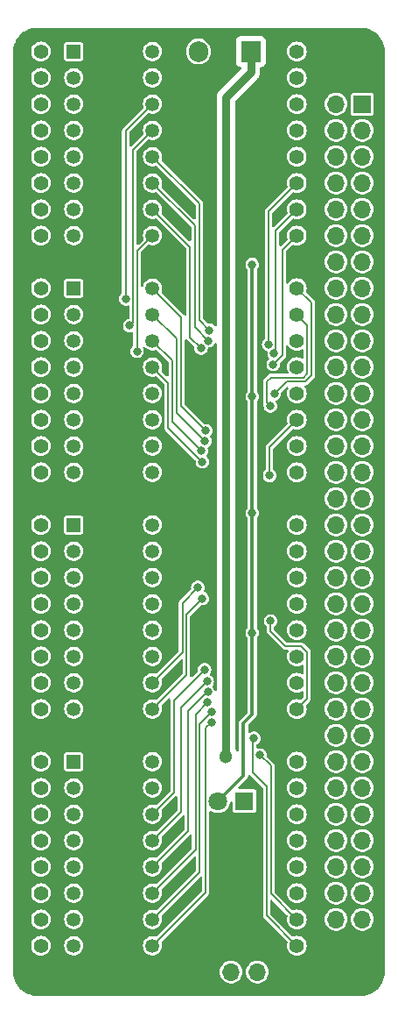
<source format=gbl>
%TF.GenerationSoftware,KiCad,Pcbnew,7.0.5*%
%TF.CreationDate,2024-01-28T12:44:07+02:00*%
%TF.ProjectId,Signal Tester Right,5369676e-616c-4205-9465-737465722052,V0*%
%TF.SameCoordinates,Original*%
%TF.FileFunction,Copper,L2,Bot*%
%TF.FilePolarity,Positive*%
%FSLAX46Y46*%
G04 Gerber Fmt 4.6, Leading zero omitted, Abs format (unit mm)*
G04 Created by KiCad (PCBNEW 7.0.5) date 2024-01-28 12:44:07*
%MOMM*%
%LPD*%
G01*
G04 APERTURE LIST*
%TA.AperFunction,ComponentPad*%
%ADD10R,1.350000X1.350000*%
%TD*%
%TA.AperFunction,ComponentPad*%
%ADD11C,1.350000*%
%TD*%
%TA.AperFunction,ComponentPad*%
%ADD12R,1.905000X2.000000*%
%TD*%
%TA.AperFunction,ComponentPad*%
%ADD13O,1.905000X2.000000*%
%TD*%
%TA.AperFunction,ComponentPad*%
%ADD14C,1.400000*%
%TD*%
%TA.AperFunction,ComponentPad*%
%ADD15R,1.700000X1.700000*%
%TD*%
%TA.AperFunction,ComponentPad*%
%ADD16O,1.700000X1.700000*%
%TD*%
%TA.AperFunction,ComponentPad*%
%ADD17R,1.800000X1.800000*%
%TD*%
%TA.AperFunction,ComponentPad*%
%ADD18C,1.800000*%
%TD*%
%TA.AperFunction,ViaPad*%
%ADD19C,0.800000*%
%TD*%
%TA.AperFunction,ViaPad*%
%ADD20C,1.300000*%
%TD*%
%TA.AperFunction,Conductor*%
%ADD21C,0.380000*%
%TD*%
%TA.AperFunction,Conductor*%
%ADD22C,0.200000*%
%TD*%
%TA.AperFunction,Conductor*%
%ADD23C,0.750000*%
%TD*%
G04 APERTURE END LIST*
D10*
%TO.P,DS2,1,ANODE_A*%
%TO.N,Net-(DS2-ANODE_A)*%
X33655000Y-71120000D03*
D11*
%TO.P,DS2,2,ANODE_B*%
%TO.N,Net-(DS2-ANODE_B)*%
X33655000Y-73660000D03*
%TO.P,DS2,3,ANODE_C*%
%TO.N,Net-(DS2-ANODE_C)*%
X33655000Y-76200000D03*
%TO.P,DS2,4,ANODE_D*%
%TO.N,Net-(DS2-ANODE_D)*%
X33655000Y-78740000D03*
%TO.P,DS2,5,ANODE_E*%
%TO.N,Net-(DS2-ANODE_E)*%
X33655000Y-81280000D03*
%TO.P,DS2,6,ANODE_F*%
%TO.N,Net-(DS2-ANODE_F)*%
X33655000Y-83820000D03*
%TO.P,DS2,7,ANODE_G*%
%TO.N,Net-(DS2-ANODE_G)*%
X33655000Y-86360000D03*
%TO.P,DS2,8,ANODE_H*%
%TO.N,Net-(DS2-ANODE_H)*%
X33655000Y-88900000D03*
%TO.P,DS2,9,CATHODE_H*%
%TO.N,Net-(DS2-CATHODE_H)*%
X41275000Y-88900000D03*
%TO.P,DS2,10,CATHODE_G*%
%TO.N,Net-(DS2-CATHODE_G)*%
X41275000Y-86360000D03*
%TO.P,DS2,11,CATHODE_F*%
%TO.N,Net-(DS2-CATHODE_F)*%
X41275000Y-83820000D03*
%TO.P,DS2,12,CATHODE_E*%
%TO.N,Net-(DS2-CATHODE_E)*%
X41275000Y-81280000D03*
%TO.P,DS2,13,CATHODE_D*%
%TO.N,Net-(DS2-CATHODE_D)*%
X41275000Y-78740000D03*
%TO.P,DS2,14,CATHODE_C*%
%TO.N,Net-(DS2-CATHODE_C)*%
X41275000Y-76200000D03*
%TO.P,DS2,15,CATHODE_B*%
%TO.N,Net-(DS2-CATHODE_B)*%
X41275000Y-73660000D03*
%TO.P,DS2,16,CATHODE_A*%
%TO.N,Net-(DS2-CATHODE_A)*%
X41275000Y-71120000D03*
%TD*%
D12*
%TO.P,U1,1,IN*%
%TO.N,/12V Forward*%
X50800000Y-48260000D03*
D13*
%TO.P,U1,2,GND*%
%TO.N,/GND*%
X48260000Y-48260000D03*
%TO.P,U1,3,OUT*%
%TO.N,/5V*%
X45720000Y-48260000D03*
%TD*%
D14*
%TO.P,RN8,1,PC*%
%TO.N,/GND*%
X55245000Y-137160000D03*
%TO.P,RN8,2,R1*%
%TO.N,/D31*%
X55245000Y-134620000D03*
%TO.P,RN8,3,R2*%
%TO.N,/D30*%
X55245000Y-132080000D03*
%TO.P,RN8,4,R3*%
%TO.N,/D29*%
X55245000Y-129540000D03*
%TO.P,RN8,5,R4*%
%TO.N,/D28*%
X55245000Y-127000000D03*
%TO.P,RN8,6,R5*%
%TO.N,/D27*%
X55245000Y-124460000D03*
%TO.P,RN8,7,R6*%
%TO.N,/D26*%
X55245000Y-121920000D03*
%TO.P,RN8,8,R7*%
%TO.N,/D25*%
X55245000Y-119380000D03*
%TO.P,RN8,9,R8*%
%TO.N,/D24*%
X55245000Y-116840000D03*
%TD*%
%TO.P,RN5,1,PC*%
%TO.N,/GND*%
X30480000Y-114300000D03*
%TO.P,RN5,2,R1*%
%TO.N,Net-(DS3-ANODE_H)*%
X30480000Y-111760000D03*
%TO.P,RN5,3,R2*%
%TO.N,Net-(DS3-ANODE_G)*%
X30480000Y-109220000D03*
%TO.P,RN5,4,R3*%
%TO.N,Net-(DS3-ANODE_F)*%
X30480000Y-106680000D03*
%TO.P,RN5,5,R4*%
%TO.N,Net-(DS3-ANODE_E)*%
X30480000Y-104140000D03*
%TO.P,RN5,6,R5*%
%TO.N,Net-(DS3-ANODE_D)*%
X30480000Y-101600000D03*
%TO.P,RN5,7,R6*%
%TO.N,Net-(DS3-ANODE_C)*%
X30480000Y-99060000D03*
%TO.P,RN5,8,R7*%
%TO.N,Net-(DS3-ANODE_B)*%
X30480000Y-96520000D03*
%TO.P,RN5,9,R8*%
%TO.N,Net-(DS3-ANODE_A)*%
X30480000Y-93980000D03*
%TD*%
%TO.P,RN1,1,PC*%
%TO.N,/GND*%
X30480000Y-68580000D03*
%TO.P,RN1,2,R1*%
%TO.N,Net-(DS1-ANODE_H)*%
X30480000Y-66040000D03*
%TO.P,RN1,3,R2*%
%TO.N,Net-(DS1-ANODE_G)*%
X30480000Y-63500000D03*
%TO.P,RN1,4,R3*%
%TO.N,Net-(DS1-ANODE_F)*%
X30480000Y-60960000D03*
%TO.P,RN1,5,R4*%
%TO.N,Net-(DS1-ANODE_E)*%
X30480000Y-58420000D03*
%TO.P,RN1,6,R5*%
%TO.N,Net-(DS1-ANODE_D)*%
X30480000Y-55880000D03*
%TO.P,RN1,7,R6*%
%TO.N,Net-(DS1-ANODE_C)*%
X30480000Y-53340000D03*
%TO.P,RN1,8,R7*%
%TO.N,Net-(DS1-ANODE_B)*%
X30480000Y-50800000D03*
%TO.P,RN1,9,R8*%
%TO.N,Net-(DS1-ANODE_A)*%
X30480000Y-48260000D03*
%TD*%
D10*
%TO.P,DS3,1,ANODE_A*%
%TO.N,Net-(DS3-ANODE_A)*%
X33655000Y-93980000D03*
D11*
%TO.P,DS3,2,ANODE_B*%
%TO.N,Net-(DS3-ANODE_B)*%
X33655000Y-96520000D03*
%TO.P,DS3,3,ANODE_C*%
%TO.N,Net-(DS3-ANODE_C)*%
X33655000Y-99060000D03*
%TO.P,DS3,4,ANODE_D*%
%TO.N,Net-(DS3-ANODE_D)*%
X33655000Y-101600000D03*
%TO.P,DS3,5,ANODE_E*%
%TO.N,Net-(DS3-ANODE_E)*%
X33655000Y-104140000D03*
%TO.P,DS3,6,ANODE_F*%
%TO.N,Net-(DS3-ANODE_F)*%
X33655000Y-106680000D03*
%TO.P,DS3,7,ANODE_G*%
%TO.N,Net-(DS3-ANODE_G)*%
X33655000Y-109220000D03*
%TO.P,DS3,8,ANODE_H*%
%TO.N,Net-(DS3-ANODE_H)*%
X33655000Y-111760000D03*
%TO.P,DS3,9,CATHODE_H*%
%TO.N,Net-(DS3-CATHODE_H)*%
X41275000Y-111760000D03*
%TO.P,DS3,10,CATHODE_G*%
%TO.N,Net-(DS3-CATHODE_G)*%
X41275000Y-109220000D03*
%TO.P,DS3,11,CATHODE_F*%
%TO.N,Net-(DS3-CATHODE_F)*%
X41275000Y-106680000D03*
%TO.P,DS3,12,CATHODE_E*%
%TO.N,Net-(DS3-CATHODE_E)*%
X41275000Y-104140000D03*
%TO.P,DS3,13,CATHODE_D*%
%TO.N,Net-(DS3-CATHODE_D)*%
X41275000Y-101600000D03*
%TO.P,DS3,14,CATHODE_C*%
%TO.N,Net-(DS3-CATHODE_C)*%
X41275000Y-99060000D03*
%TO.P,DS3,15,CATHODE_B*%
%TO.N,Net-(DS3-CATHODE_B)*%
X41275000Y-96520000D03*
%TO.P,DS3,16,CATHODE_A*%
%TO.N,Net-(DS3-CATHODE_A)*%
X41275000Y-93980000D03*
%TD*%
D15*
%TO.P,J2,1,Pin_1*%
%TO.N,/GND*%
X51435000Y-134620000D03*
D16*
%TO.P,J2,2,Pin_2*%
X48895000Y-134620000D03*
%TO.P,J2,3,Pin_3*%
%TO.N,Net-(J2-Pin_3)*%
X51435000Y-137160000D03*
%TO.P,J2,4,Pin_4*%
X48895000Y-137160000D03*
%TD*%
D10*
%TO.P,DS4,1,ANODE_A*%
%TO.N,Net-(DS4-ANODE_A)*%
X33655000Y-116840000D03*
D11*
%TO.P,DS4,2,ANODE_B*%
%TO.N,Net-(DS4-ANODE_B)*%
X33655000Y-119380000D03*
%TO.P,DS4,3,ANODE_C*%
%TO.N,Net-(DS4-ANODE_C)*%
X33655000Y-121920000D03*
%TO.P,DS4,4,ANODE_D*%
%TO.N,Net-(DS4-ANODE_D)*%
X33655000Y-124460000D03*
%TO.P,DS4,5,ANODE_E*%
%TO.N,Net-(DS4-ANODE_E)*%
X33655000Y-127000000D03*
%TO.P,DS4,6,ANODE_F*%
%TO.N,Net-(DS4-ANODE_F)*%
X33655000Y-129540000D03*
%TO.P,DS4,7,ANODE_G*%
%TO.N,Net-(DS4-ANODE_G)*%
X33655000Y-132080000D03*
%TO.P,DS4,8,ANODE_H*%
%TO.N,Net-(DS4-ANODE_H)*%
X33655000Y-134620000D03*
%TO.P,DS4,9,CATHODE_H*%
%TO.N,Net-(DS4-CATHODE_H)*%
X41275000Y-134620000D03*
%TO.P,DS4,10,CATHODE_G*%
%TO.N,Net-(DS4-CATHODE_G)*%
X41275000Y-132080000D03*
%TO.P,DS4,11,CATHODE_F*%
%TO.N,Net-(DS4-CATHODE_F)*%
X41275000Y-129540000D03*
%TO.P,DS4,12,CATHODE_E*%
%TO.N,Net-(DS4-CATHODE_E)*%
X41275000Y-127000000D03*
%TO.P,DS4,13,CATHODE_D*%
%TO.N,Net-(DS4-CATHODE_D)*%
X41275000Y-124460000D03*
%TO.P,DS4,14,CATHODE_C*%
%TO.N,Net-(DS4-CATHODE_C)*%
X41275000Y-121920000D03*
%TO.P,DS4,15,CATHODE_B*%
%TO.N,Net-(DS4-CATHODE_B)*%
X41275000Y-119380000D03*
%TO.P,DS4,16,CATHODE_A*%
%TO.N,Net-(DS4-CATHODE_A)*%
X41275000Y-116840000D03*
%TD*%
D10*
%TO.P,DS1,1,ANODE_A*%
%TO.N,Net-(DS1-ANODE_A)*%
X33655000Y-48260000D03*
D11*
%TO.P,DS1,2,ANODE_B*%
%TO.N,Net-(DS1-ANODE_B)*%
X33655000Y-50800000D03*
%TO.P,DS1,3,ANODE_C*%
%TO.N,Net-(DS1-ANODE_C)*%
X33655000Y-53340000D03*
%TO.P,DS1,4,ANODE_D*%
%TO.N,Net-(DS1-ANODE_D)*%
X33655000Y-55880000D03*
%TO.P,DS1,5,ANODE_E*%
%TO.N,Net-(DS1-ANODE_E)*%
X33655000Y-58420000D03*
%TO.P,DS1,6,ANODE_F*%
%TO.N,Net-(DS1-ANODE_F)*%
X33655000Y-60960000D03*
%TO.P,DS1,7,ANODE_G*%
%TO.N,Net-(DS1-ANODE_G)*%
X33655000Y-63500000D03*
%TO.P,DS1,8,ANODE_H*%
%TO.N,Net-(DS1-ANODE_H)*%
X33655000Y-66040000D03*
%TO.P,DS1,9,CATHODE_H*%
%TO.N,Net-(DS1-CATHODE_H)*%
X41275000Y-66040000D03*
%TO.P,DS1,10,CATHODE_G*%
%TO.N,Net-(DS1-CATHODE_G)*%
X41275000Y-63500000D03*
%TO.P,DS1,11,CATHODE_F*%
%TO.N,Net-(DS1-CATHODE_F)*%
X41275000Y-60960000D03*
%TO.P,DS1,12,CATHODE_E*%
%TO.N,Net-(DS1-CATHODE_E)*%
X41275000Y-58420000D03*
%TO.P,DS1,13,CATHODE_D*%
%TO.N,Net-(DS1-CATHODE_D)*%
X41275000Y-55880000D03*
%TO.P,DS1,14,CATHODE_C*%
%TO.N,Net-(DS1-CATHODE_C)*%
X41275000Y-53340000D03*
%TO.P,DS1,15,CATHODE_B*%
%TO.N,Net-(DS1-CATHODE_B)*%
X41275000Y-50800000D03*
%TO.P,DS1,16,CATHODE_A*%
%TO.N,Net-(DS1-CATHODE_A)*%
X41275000Y-48260000D03*
%TD*%
D14*
%TO.P,RN4,1,PC*%
%TO.N,/GND*%
X55245000Y-91440000D03*
%TO.P,RN4,2,R1*%
%TO.N,/D15*%
X55245000Y-88900000D03*
%TO.P,RN4,3,R2*%
%TO.N,/D14*%
X55245000Y-86360000D03*
%TO.P,RN4,4,R3*%
%TO.N,/D13*%
X55245000Y-83820000D03*
%TO.P,RN4,5,R4*%
%TO.N,/D12*%
X55245000Y-81280000D03*
%TO.P,RN4,6,R5*%
%TO.N,/D11*%
X55245000Y-78740000D03*
%TO.P,RN4,7,R6*%
%TO.N,/D10*%
X55245000Y-76200000D03*
%TO.P,RN4,8,R7*%
%TO.N,/D9*%
X55245000Y-73660000D03*
%TO.P,RN4,9,R8*%
%TO.N,/D8*%
X55245000Y-71120000D03*
%TD*%
%TO.P,RN2,1,PC*%
%TO.N,/GND*%
X55245000Y-68580000D03*
%TO.P,RN2,2,R1*%
%TO.N,/D7*%
X55245000Y-66040000D03*
%TO.P,RN2,3,R2*%
%TO.N,/D6*%
X55245000Y-63500000D03*
%TO.P,RN2,4,R3*%
%TO.N,/D5*%
X55245000Y-60960000D03*
%TO.P,RN2,5,R4*%
%TO.N,/D4*%
X55245000Y-58420000D03*
%TO.P,RN2,6,R5*%
%TO.N,/D3*%
X55245000Y-55880000D03*
%TO.P,RN2,7,R6*%
%TO.N,/D2*%
X55245000Y-53340000D03*
%TO.P,RN2,8,R7*%
%TO.N,/D1*%
X55245000Y-50800000D03*
%TO.P,RN2,9,R8*%
%TO.N,/D0*%
X55245000Y-48260000D03*
%TD*%
D17*
%TO.P,LED1,1,K*%
%TO.N,Net-(LED1-K)*%
X50170000Y-120650000D03*
D18*
%TO.P,LED1,2,A*%
%TO.N,/5V*%
X47630000Y-120650000D03*
%TD*%
D14*
%TO.P,RN3,1,PC*%
%TO.N,/GND*%
X30480000Y-91440000D03*
%TO.P,RN3,2,R1*%
%TO.N,Net-(DS2-ANODE_H)*%
X30480000Y-88900000D03*
%TO.P,RN3,3,R2*%
%TO.N,Net-(DS2-ANODE_G)*%
X30480000Y-86360000D03*
%TO.P,RN3,4,R3*%
%TO.N,Net-(DS2-ANODE_F)*%
X30480000Y-83820000D03*
%TO.P,RN3,5,R4*%
%TO.N,Net-(DS2-ANODE_E)*%
X30480000Y-81280000D03*
%TO.P,RN3,6,R5*%
%TO.N,Net-(DS2-ANODE_D)*%
X30480000Y-78740000D03*
%TO.P,RN3,7,R6*%
%TO.N,Net-(DS2-ANODE_C)*%
X30480000Y-76200000D03*
%TO.P,RN3,8,R7*%
%TO.N,Net-(DS2-ANODE_B)*%
X30480000Y-73660000D03*
%TO.P,RN3,9,R8*%
%TO.N,Net-(DS2-ANODE_A)*%
X30480000Y-71120000D03*
%TD*%
%TO.P,RN7,1,PC*%
%TO.N,/GND*%
X30480000Y-137160000D03*
%TO.P,RN7,2,R1*%
%TO.N,Net-(DS4-ANODE_H)*%
X30480000Y-134620000D03*
%TO.P,RN7,3,R2*%
%TO.N,Net-(DS4-ANODE_G)*%
X30480000Y-132080000D03*
%TO.P,RN7,4,R3*%
%TO.N,Net-(DS4-ANODE_F)*%
X30480000Y-129540000D03*
%TO.P,RN7,5,R4*%
%TO.N,Net-(DS4-ANODE_E)*%
X30480000Y-127000000D03*
%TO.P,RN7,6,R5*%
%TO.N,Net-(DS4-ANODE_D)*%
X30480000Y-124460000D03*
%TO.P,RN7,7,R6*%
%TO.N,Net-(DS4-ANODE_C)*%
X30480000Y-121920000D03*
%TO.P,RN7,8,R7*%
%TO.N,Net-(DS4-ANODE_B)*%
X30480000Y-119380000D03*
%TO.P,RN7,9,R8*%
%TO.N,Net-(DS4-ANODE_A)*%
X30480000Y-116840000D03*
%TD*%
%TO.P,RN6,1,PC*%
%TO.N,/GND*%
X55245000Y-114299999D03*
%TO.P,RN6,2,R1*%
%TO.N,/D23*%
X55245000Y-111759999D03*
%TO.P,RN6,3,R2*%
%TO.N,/D22*%
X55245000Y-109219999D03*
%TO.P,RN6,4,R3*%
%TO.N,/D21*%
X55245000Y-106679999D03*
%TO.P,RN6,5,R4*%
%TO.N,/D20*%
X55245000Y-104139999D03*
%TO.P,RN6,6,R5*%
%TO.N,/D19*%
X55245000Y-101599999D03*
%TO.P,RN6,7,R6*%
%TO.N,/D18*%
X55245000Y-99059999D03*
%TO.P,RN6,8,R7*%
%TO.N,/D17*%
X55245000Y-96519999D03*
%TO.P,RN6,9,R8*%
%TO.N,/D16*%
X55245000Y-93979999D03*
%TD*%
D15*
%TO.P,J3,1,Pin_1*%
%TO.N,/D0*%
X61595000Y-53340000D03*
D16*
%TO.P,J3,2,Pin_2*%
X59055000Y-53340000D03*
%TO.P,J3,3,Pin_3*%
%TO.N,/D1*%
X61595000Y-55880000D03*
%TO.P,J3,4,Pin_4*%
X59055000Y-55880000D03*
%TO.P,J3,5,Pin_5*%
%TO.N,/D2*%
X61595000Y-58420000D03*
%TO.P,J3,6,Pin_6*%
X59055000Y-58420000D03*
%TO.P,J3,7,Pin_7*%
%TO.N,/D3*%
X61595000Y-60960000D03*
%TO.P,J3,8,Pin_8*%
X59055000Y-60960000D03*
%TO.P,J3,9,Pin_9*%
%TO.N,/D4*%
X61595000Y-63500000D03*
%TO.P,J3,10,Pin_10*%
X59055000Y-63500000D03*
%TO.P,J3,11,Pin_11*%
%TO.N,/D5*%
X61595000Y-66040000D03*
%TO.P,J3,12,Pin_12*%
X59055000Y-66040000D03*
%TO.P,J3,13,Pin_13*%
%TO.N,/D6*%
X61595000Y-68580000D03*
%TO.P,J3,14,Pin_14*%
X59055000Y-68580000D03*
%TO.P,J3,15,Pin_15*%
%TO.N,/D7*%
X61595000Y-71120000D03*
%TO.P,J3,16,Pin_16*%
X59055000Y-71120000D03*
%TO.P,J3,17,Pin_17*%
%TO.N,/D8*%
X61595000Y-73660000D03*
%TO.P,J3,18,Pin_18*%
X59055000Y-73660000D03*
%TO.P,J3,19,Pin_19*%
%TO.N,/D9*%
X61595000Y-76200000D03*
%TO.P,J3,20,Pin_20*%
X59055000Y-76200000D03*
%TO.P,J3,21,Pin_21*%
%TO.N,/D10*%
X61595000Y-78740000D03*
%TO.P,J3,22,Pin_22*%
X59055000Y-78740000D03*
%TO.P,J3,23,Pin_23*%
%TO.N,/D11*%
X61595000Y-81280000D03*
%TO.P,J3,24,Pin_24*%
X59055000Y-81280000D03*
%TO.P,J3,25,Pin_25*%
%TO.N,/D12*%
X61595000Y-83820000D03*
%TO.P,J3,26,Pin_26*%
X59055000Y-83820000D03*
%TO.P,J3,27,Pin_27*%
%TO.N,/D13*%
X61595000Y-86360000D03*
%TO.P,J3,28,Pin_28*%
X59055000Y-86360000D03*
%TO.P,J3,29,Pin_29*%
%TO.N,/D14*%
X61595000Y-88900000D03*
%TO.P,J3,30,Pin_30*%
X59055000Y-88900000D03*
%TO.P,J3,31,Pin_31*%
%TO.N,/D15*%
X61595000Y-91440000D03*
%TO.P,J3,32,Pin_32*%
X59055000Y-91440000D03*
%TO.P,J3,33,Pin_33*%
%TO.N,/D16*%
X61595000Y-93980000D03*
%TO.P,J3,34,Pin_34*%
X59055000Y-93980000D03*
%TO.P,J3,35,Pin_35*%
%TO.N,/D17*%
X61595000Y-96520000D03*
%TO.P,J3,36,Pin_36*%
X59055000Y-96520000D03*
%TO.P,J3,37,Pin_37*%
%TO.N,/D18*%
X61595000Y-99060000D03*
%TO.P,J3,38,Pin_38*%
X59055000Y-99060000D03*
%TO.P,J3,39,Pin_39*%
%TO.N,/D19*%
X61595000Y-101600000D03*
%TO.P,J3,40,Pin_40*%
X59055000Y-101600000D03*
%TO.P,J3,41,Pin_41*%
%TO.N,/D20*%
X61595000Y-104140000D03*
%TO.P,J3,42,Pin_42*%
X59055000Y-104140000D03*
%TO.P,J3,43,Pin_43*%
%TO.N,/D21*%
X61595000Y-106680000D03*
%TO.P,J3,44,Pin_44*%
X59055000Y-106680000D03*
%TO.P,J3,45,Pin_45*%
%TO.N,/D22*%
X61595000Y-109220000D03*
%TO.P,J3,46,Pin_46*%
X59055000Y-109220000D03*
%TO.P,J3,47,Pin_47*%
%TO.N,/D23*%
X61595000Y-111760000D03*
%TO.P,J3,48,Pin_48*%
X59055000Y-111760000D03*
%TO.P,J3,49,Pin_49*%
%TO.N,/D24*%
X61595000Y-114300000D03*
%TO.P,J3,50,Pin_50*%
X59055000Y-114300000D03*
%TO.P,J3,51,Pin_51*%
%TO.N,/D25*%
X61595000Y-116840000D03*
%TO.P,J3,52,Pin_52*%
X59055000Y-116840000D03*
%TO.P,J3,53,Pin_53*%
%TO.N,/D26*%
X61595000Y-119380000D03*
%TO.P,J3,54,Pin_54*%
X59055000Y-119380000D03*
%TO.P,J3,55,Pin_55*%
%TO.N,/D27*%
X61595000Y-121920000D03*
%TO.P,J3,56,Pin_56*%
X59055000Y-121920000D03*
%TO.P,J3,57,Pin_57*%
%TO.N,/D28*%
X61595000Y-124460000D03*
%TO.P,J3,58,Pin_58*%
X59055000Y-124460000D03*
%TO.P,J3,59,Pin_59*%
%TO.N,/D29*%
X61595000Y-127000000D03*
%TO.P,J3,60,Pin_60*%
X59055000Y-127000000D03*
%TO.P,J3,61,Pin_61*%
%TO.N,/D30*%
X61595000Y-129540000D03*
%TO.P,J3,62,Pin_62*%
X59055000Y-129540000D03*
%TO.P,J3,63,Pin_63*%
%TO.N,/D31*%
X61595000Y-132080000D03*
%TO.P,J3,64,Pin_64*%
X59055000Y-132080000D03*
%TD*%
D19*
%TO.N,/5V*%
X50927007Y-68833993D03*
X50927008Y-104394000D03*
X50926998Y-92837000D03*
X50926998Y-81591496D03*
%TO.N,/GND*%
X49787000Y-94869000D03*
X49787000Y-91440000D03*
X49787000Y-106426000D03*
X49787000Y-67044053D03*
X49787000Y-83477421D03*
X49787000Y-78613009D03*
X50673000Y-53466994D03*
X49787000Y-71247000D03*
X49787000Y-103251000D03*
%TO.N,Net-(DS1-CATHODE_H)*%
X39776400Y-77216000D03*
%TO.N,Net-(DS1-CATHODE_G)*%
X45974000Y-76911200D03*
%TO.N,Net-(DS1-CATHODE_F)*%
X46685200Y-76200000D03*
%TO.N,Net-(DS1-CATHODE_E)*%
X46786800Y-75184000D03*
%TO.N,Net-(DS1-CATHODE_D)*%
X39076400Y-74735705D03*
%TO.N,Net-(DS1-CATHODE_C)*%
X38676400Y-72146106D03*
%TO.N,Net-(DS2-CATHODE_D)*%
X46101000Y-87884000D03*
%TO.N,Net-(DS2-CATHODE_C)*%
X46020584Y-86828612D03*
%TO.N,Net-(DS2-CATHODE_B)*%
X46351764Y-85885042D03*
%TO.N,Net-(DS2-CATHODE_A)*%
X46432989Y-84888344D03*
%TO.N,Net-(DS3-CATHODE_H)*%
X46101000Y-101092000D03*
%TO.N,Net-(DS3-CATHODE_G)*%
X45671227Y-100007332D03*
%TO.N,Net-(DS4-CATHODE_H)*%
X46987000Y-113042627D03*
%TO.N,Net-(DS4-CATHODE_G)*%
X46987000Y-112042624D03*
%TO.N,Net-(DS4-CATHODE_F)*%
X46602666Y-111119427D03*
%TO.N,Net-(DS4-CATHODE_E)*%
X46633140Y-110110396D03*
%TO.N,Net-(DS4-CATHODE_D)*%
X46567392Y-109112558D03*
%TO.N,Net-(DS4-CATHODE_C)*%
X46322718Y-107955873D03*
%TO.N,/D5*%
X52510595Y-76551139D03*
%TO.N,/D6*%
X53039299Y-77399948D03*
%TO.N,/D7*%
X52958998Y-78486000D03*
%TO.N,/D8*%
X53070839Y-81332839D03*
%TO.N,/D9*%
X52681498Y-82496701D03*
%TO.N,/D13*%
X52617025Y-89204990D03*
%TO.N,/D23*%
X52705000Y-103251000D03*
%TO.N,/D30*%
X51689000Y-116205000D03*
%TO.N,/D31*%
X51111393Y-114582550D03*
D20*
%TO.N,/12V Forward*%
X48387000Y-116332000D03*
%TD*%
D21*
%TO.N,/5V*%
X50927000Y-112268000D02*
X50085000Y-113110000D01*
X50085000Y-113110000D02*
X50085000Y-118195000D01*
X50926998Y-68834002D02*
X50927007Y-68833993D01*
X50927008Y-104394000D02*
X50927000Y-104394008D01*
X50927000Y-104394008D02*
X50927000Y-112268000D01*
X50926998Y-81591496D02*
X50926998Y-68834002D01*
X50926998Y-104393990D02*
X50927008Y-104394000D01*
X50926998Y-92837000D02*
X50926998Y-81591496D01*
X50085000Y-118195000D02*
X47630000Y-120650000D01*
X50926998Y-92837000D02*
X50926998Y-104393990D01*
%TO.N,/GND*%
X49577000Y-67254053D02*
X49787000Y-67044053D01*
X49577000Y-71037000D02*
X49577000Y-67254053D01*
X55245000Y-91440000D02*
X57404000Y-89281000D01*
X49787000Y-106426000D02*
X49577000Y-106216000D01*
X56735000Y-92930000D02*
X55245000Y-91440000D01*
X49787000Y-103251000D02*
X49577000Y-103041000D01*
X57404000Y-89281000D02*
X57404000Y-70739000D01*
X49577000Y-78823009D02*
X49787000Y-78613009D01*
X49577000Y-94659000D02*
X49577000Y-91650000D01*
X55245000Y-114299999D02*
X56735000Y-112809999D01*
X56335000Y-57968507D02*
X55389493Y-57023000D01*
X49577000Y-103461000D02*
X49787000Y-103251000D01*
X54229006Y-57023000D02*
X50673000Y-53466994D01*
X56735000Y-112809999D02*
X56735000Y-92930000D01*
X49577000Y-106216000D02*
X49577000Y-103461000D01*
X57404000Y-70739000D02*
X55245000Y-68580000D01*
X49787000Y-71247000D02*
X49577000Y-71037000D01*
X49577000Y-95079000D02*
X49787000Y-94869000D01*
X55245000Y-68580000D02*
X56335000Y-67490000D01*
X56335000Y-67490000D02*
X56335000Y-57968507D01*
X49787000Y-83477421D02*
X49577000Y-83267421D01*
X49787000Y-94869000D02*
X49577000Y-94659000D01*
X49577000Y-91650000D02*
X49787000Y-91440000D01*
X49577000Y-103041000D02*
X49577000Y-95079000D01*
X55389493Y-57023000D02*
X54229006Y-57023000D01*
X49577000Y-83267421D02*
X49577000Y-78823009D01*
D22*
%TO.N,Net-(DS1-CATHODE_H)*%
X39776400Y-77216000D02*
X39776400Y-67538600D01*
X39776400Y-67538600D02*
X41275000Y-66040000D01*
%TO.N,Net-(DS1-CATHODE_G)*%
X44920000Y-67145000D02*
X41275000Y-63500000D01*
X44920000Y-75857200D02*
X44920000Y-67145000D01*
X45974000Y-76911200D02*
X44920000Y-75857200D01*
%TO.N,Net-(DS1-CATHODE_F)*%
X45370800Y-74885600D02*
X46685200Y-76200000D01*
X45370800Y-65055800D02*
X45370800Y-74885600D01*
X41275000Y-60960000D02*
X45370800Y-65055800D01*
%TO.N,Net-(DS1-CATHODE_E)*%
X45821600Y-62966600D02*
X45821600Y-74218800D01*
X41275000Y-58420000D02*
X45821600Y-62966600D01*
X45821600Y-74218800D02*
X46786800Y-75184000D01*
%TO.N,Net-(DS1-CATHODE_D)*%
X39376400Y-74435705D02*
X39076400Y-74735705D01*
X41275000Y-55880000D02*
X39376400Y-57778600D01*
X39376400Y-57778600D02*
X39376400Y-74435705D01*
%TO.N,Net-(DS1-CATHODE_C)*%
X38676400Y-55938600D02*
X38676400Y-72146106D01*
X41275000Y-53340000D02*
X38676400Y-55938600D01*
%TO.N,Net-(DS2-CATHODE_D)*%
X46086022Y-87884000D02*
X42799000Y-84596978D01*
X42799000Y-80264000D02*
X41275000Y-78740000D01*
X46101000Y-87884000D02*
X46086022Y-87884000D01*
X42799000Y-84596978D02*
X42799000Y-80264000D01*
%TO.N,Net-(DS2-CATHODE_C)*%
X43199000Y-84007028D02*
X46020584Y-86828612D01*
X43199000Y-78124000D02*
X43199000Y-84007028D01*
X41275000Y-76200000D02*
X43199000Y-78124000D01*
%TO.N,Net-(DS2-CATHODE_B)*%
X43599000Y-83132278D02*
X46351764Y-85885042D01*
X43599000Y-75984000D02*
X43599000Y-83132278D01*
X41275000Y-73660000D02*
X43599000Y-75984000D01*
%TO.N,Net-(DS2-CATHODE_A)*%
X44069000Y-73914000D02*
X44069000Y-82524355D01*
X44069000Y-82524355D02*
X46432989Y-84888344D01*
X41275000Y-71120000D02*
X44069000Y-73914000D01*
%TO.N,Net-(DS3-CATHODE_H)*%
X44577000Y-102616000D02*
X46101000Y-101092000D01*
X41275000Y-111760000D02*
X44577000Y-108458000D01*
X44577000Y-108458000D02*
X44577000Y-102616000D01*
%TO.N,Net-(DS3-CATHODE_G)*%
X44177000Y-101501559D02*
X45671227Y-100007332D01*
X44177000Y-106318000D02*
X44177000Y-101501559D01*
X41275000Y-109220000D02*
X44177000Y-106318000D01*
%TO.N,Net-(DS4-CATHODE_H)*%
X41275000Y-134620000D02*
X46430000Y-129465000D01*
X46430000Y-113599627D02*
X46987000Y-113042627D01*
X46430000Y-129465000D02*
X46430000Y-113599627D01*
%TO.N,Net-(DS4-CATHODE_G)*%
X45847000Y-113182624D02*
X46987000Y-112042624D01*
X41275000Y-132080000D02*
X45847000Y-127508000D01*
X45847000Y-127508000D02*
X45847000Y-113182624D01*
%TO.N,Net-(DS4-CATHODE_F)*%
X41275000Y-129540000D02*
X45447000Y-125368000D01*
X45447000Y-112275093D02*
X46602666Y-111119427D01*
X45447000Y-125368000D02*
X45447000Y-112275093D01*
%TO.N,Net-(DS4-CATHODE_E)*%
X44747000Y-111985143D02*
X46621747Y-110110396D01*
X41275000Y-127000000D02*
X44747000Y-123528000D01*
X46621747Y-110110396D02*
X46633140Y-110110396D01*
X44747000Y-123528000D02*
X44747000Y-111985143D01*
%TO.N,Net-(DS4-CATHODE_D)*%
X44047000Y-111632950D02*
X46567392Y-109112558D01*
X41275000Y-124460000D02*
X44047000Y-121688000D01*
X44047000Y-121688000D02*
X44047000Y-111632950D01*
%TO.N,Net-(DS4-CATHODE_C)*%
X43347000Y-110931591D02*
X46322718Y-107955873D01*
X43347000Y-119848000D02*
X43347000Y-110931591D01*
X41275000Y-121920000D02*
X43347000Y-119848000D01*
%TO.N,/D5*%
X52510595Y-63694405D02*
X52510595Y-76551139D01*
X55245000Y-60960000D02*
X52510595Y-63694405D01*
%TO.N,/D6*%
X55245000Y-63500000D02*
X53213000Y-65532000D01*
X53213000Y-77226247D02*
X53039299Y-77399948D01*
X53213000Y-65532000D02*
X53213000Y-77226247D01*
%TO.N,/D7*%
X53848004Y-67436996D02*
X53848004Y-77596994D01*
X53848004Y-77596994D02*
X52958998Y-78486000D01*
X55245000Y-66040000D02*
X53848004Y-67436996D01*
%TO.N,/D8*%
X56045686Y-80156000D02*
X54247678Y-80156000D01*
X56661000Y-79540686D02*
X56045686Y-80156000D01*
X54247678Y-80156000D02*
X53070839Y-81332839D01*
X55245000Y-71120000D02*
X56661000Y-72536000D01*
X56661000Y-72536000D02*
X56661000Y-79540686D01*
%TO.N,/D9*%
X55245000Y-73660000D02*
X56261000Y-74676000D01*
X55896000Y-79740000D02*
X52721000Y-79740000D01*
X52324000Y-80137000D02*
X52324000Y-82139203D01*
X52721000Y-79740000D02*
X52324000Y-80137000D01*
X56261000Y-79375000D02*
X55896000Y-79740000D01*
X52324000Y-82139203D02*
X52681498Y-82496701D01*
X56261000Y-74676000D02*
X56261000Y-79375000D01*
%TO.N,/D13*%
X55245000Y-83820000D02*
X52617025Y-86447975D01*
X52617025Y-86447975D02*
X52617025Y-89204990D01*
%TO.N,/D23*%
X56245000Y-110759999D02*
X55245000Y-111759999D01*
X54117999Y-105679999D02*
X55659213Y-105679999D01*
X52705000Y-104267000D02*
X54117999Y-105679999D01*
X55659213Y-105679999D02*
X56245000Y-106265786D01*
X52705000Y-103251000D02*
X52705000Y-104267000D01*
X56245000Y-106265786D02*
X56245000Y-110759999D01*
%TO.N,/D30*%
X52724000Y-117240000D02*
X51689000Y-116205000D01*
X52724000Y-129559000D02*
X52724000Y-117240000D01*
X55245000Y-132080000D02*
X52724000Y-129559000D01*
%TO.N,/D31*%
X52324000Y-119253000D02*
X50989000Y-117918000D01*
X52324000Y-131699000D02*
X52324000Y-119253000D01*
X55245000Y-134620000D02*
X52324000Y-131699000D01*
X50989000Y-114704943D02*
X51111393Y-114582550D01*
X50989000Y-117918000D02*
X50989000Y-114704943D01*
D23*
%TO.N,/12V Forward*%
X48387000Y-52673000D02*
X50800000Y-50260000D01*
X50800000Y-50260000D02*
X50800000Y-48260000D01*
X48387000Y-116332000D02*
X48387000Y-52673000D01*
%TD*%
%TA.AperFunction,Conductor*%
%TO.N,/GND*%
G36*
X61469845Y-45970612D02*
G01*
X61740222Y-45986977D01*
X61747626Y-45987875D01*
X62012222Y-46036373D01*
X62019475Y-46038161D01*
X62276271Y-46118189D01*
X62283271Y-46120844D01*
X62528550Y-46231240D01*
X62535168Y-46234715D01*
X62765352Y-46373869D01*
X62771511Y-46378122D01*
X62796411Y-46397630D01*
X62983242Y-46544003D01*
X62988838Y-46548961D01*
X63179037Y-46739160D01*
X63183999Y-46744761D01*
X63349877Y-46956488D01*
X63354132Y-46962651D01*
X63468913Y-47152516D01*
X63493280Y-47192823D01*
X63496761Y-47199455D01*
X63502466Y-47212129D01*
X63607154Y-47444726D01*
X63609812Y-47451733D01*
X63689837Y-47708523D01*
X63691629Y-47715792D01*
X63705567Y-47791835D01*
X63740119Y-47980345D01*
X63741022Y-47987784D01*
X63757386Y-48258145D01*
X63757499Y-48261892D01*
X63757500Y-137115834D01*
X63757500Y-137158129D01*
X63757387Y-137161872D01*
X63741037Y-137432229D01*
X63740133Y-137439668D01*
X63691655Y-137704224D01*
X63689861Y-137711500D01*
X63609844Y-137968293D01*
X63607187Y-137975300D01*
X63496804Y-138220567D01*
X63493321Y-138227203D01*
X63354174Y-138457382D01*
X63349917Y-138463549D01*
X63184039Y-138675278D01*
X63179070Y-138680888D01*
X62988888Y-138871070D01*
X62983278Y-138876039D01*
X62771549Y-139041917D01*
X62765382Y-139046174D01*
X62535203Y-139185321D01*
X62528567Y-139188804D01*
X62283300Y-139299187D01*
X62276293Y-139301844D01*
X62019500Y-139381861D01*
X62012224Y-139383655D01*
X61747668Y-139432133D01*
X61740229Y-139433037D01*
X61469872Y-139449387D01*
X61466129Y-139449500D01*
X30100878Y-139449500D01*
X30097133Y-139449387D01*
X29826777Y-139433033D01*
X29819338Y-139432129D01*
X29554773Y-139383645D01*
X29547497Y-139381852D01*
X29419109Y-139341845D01*
X29290717Y-139301837D01*
X29283715Y-139299181D01*
X29038438Y-139188792D01*
X29031803Y-139185309D01*
X28801627Y-139046163D01*
X28795460Y-139041906D01*
X28583732Y-138876027D01*
X28578131Y-138871065D01*
X28387933Y-138680867D01*
X28382972Y-138675267D01*
X28217093Y-138463539D01*
X28212836Y-138457372D01*
X28073690Y-138227196D01*
X28070207Y-138220561D01*
X27959818Y-137975284D01*
X27957165Y-137968291D01*
X27877145Y-137711496D01*
X27875354Y-137704226D01*
X27826870Y-137439661D01*
X27825966Y-137432222D01*
X27809613Y-137161866D01*
X27809557Y-137160000D01*
X47789785Y-137160000D01*
X47808602Y-137363082D01*
X47864417Y-137559247D01*
X47864422Y-137559260D01*
X47955327Y-137741821D01*
X48078237Y-137904581D01*
X48228958Y-138041980D01*
X48228960Y-138041982D01*
X48328141Y-138103392D01*
X48402363Y-138149348D01*
X48592544Y-138223024D01*
X48793024Y-138260500D01*
X48793026Y-138260500D01*
X48996974Y-138260500D01*
X48996976Y-138260500D01*
X49197456Y-138223024D01*
X49387637Y-138149348D01*
X49561041Y-138041981D01*
X49711764Y-137904579D01*
X49834673Y-137741821D01*
X49925582Y-137559250D01*
X49981397Y-137363083D01*
X50000215Y-137160000D01*
X50329785Y-137160000D01*
X50348602Y-137363082D01*
X50404417Y-137559247D01*
X50404422Y-137559260D01*
X50495327Y-137741821D01*
X50618237Y-137904581D01*
X50768958Y-138041980D01*
X50768960Y-138041982D01*
X50868141Y-138103392D01*
X50942363Y-138149348D01*
X51132544Y-138223024D01*
X51333024Y-138260500D01*
X51333026Y-138260500D01*
X51536974Y-138260500D01*
X51536976Y-138260500D01*
X51737456Y-138223024D01*
X51927637Y-138149348D01*
X52101041Y-138041981D01*
X52251764Y-137904579D01*
X52374673Y-137741821D01*
X52465582Y-137559250D01*
X52521397Y-137363083D01*
X52540215Y-137160000D01*
X52521397Y-136956917D01*
X52465582Y-136760750D01*
X52374673Y-136578179D01*
X52251764Y-136415421D01*
X52251762Y-136415418D01*
X52101041Y-136278019D01*
X52101039Y-136278017D01*
X51927642Y-136170655D01*
X51927635Y-136170651D01*
X51832546Y-136133814D01*
X51737456Y-136096976D01*
X51536976Y-136059500D01*
X51333024Y-136059500D01*
X51132544Y-136096976D01*
X51132541Y-136096976D01*
X51132541Y-136096977D01*
X50942364Y-136170651D01*
X50942357Y-136170655D01*
X50768960Y-136278017D01*
X50768958Y-136278019D01*
X50618237Y-136415418D01*
X50495327Y-136578178D01*
X50404422Y-136760739D01*
X50404417Y-136760752D01*
X50348602Y-136956917D01*
X50329785Y-137159999D01*
X50329785Y-137160000D01*
X50000215Y-137160000D01*
X49981397Y-136956917D01*
X49925582Y-136760750D01*
X49834673Y-136578179D01*
X49711764Y-136415421D01*
X49711762Y-136415418D01*
X49561041Y-136278019D01*
X49561039Y-136278017D01*
X49387642Y-136170655D01*
X49387635Y-136170651D01*
X49292546Y-136133814D01*
X49197456Y-136096976D01*
X48996976Y-136059500D01*
X48793024Y-136059500D01*
X48592544Y-136096976D01*
X48592541Y-136096976D01*
X48592541Y-136096977D01*
X48402364Y-136170651D01*
X48402357Y-136170655D01*
X48228960Y-136278017D01*
X48228958Y-136278019D01*
X48078237Y-136415418D01*
X47955327Y-136578178D01*
X47864422Y-136760739D01*
X47864417Y-136760752D01*
X47808602Y-136956917D01*
X47789785Y-137159999D01*
X47789785Y-137160000D01*
X27809557Y-137160000D01*
X27809500Y-137158122D01*
X27809500Y-137115830D01*
X27809500Y-134620000D01*
X29524901Y-134620000D01*
X29543252Y-134806331D01*
X29543253Y-134806333D01*
X29597604Y-134985502D01*
X29685862Y-135150623D01*
X29685864Y-135150626D01*
X29804642Y-135295357D01*
X29949373Y-135414135D01*
X29949376Y-135414137D01*
X30114497Y-135502395D01*
X30114499Y-135502396D01*
X30256593Y-135545500D01*
X30293666Y-135556746D01*
X30293668Y-135556747D01*
X30310374Y-135558392D01*
X30480000Y-135575099D01*
X30666331Y-135556747D01*
X30845501Y-135502396D01*
X31010625Y-135414136D01*
X31155357Y-135295357D01*
X31274136Y-135150625D01*
X31362396Y-134985501D01*
X31416747Y-134806331D01*
X31435099Y-134620000D01*
X32724402Y-134620000D01*
X32744738Y-134813483D01*
X32804856Y-134998510D01*
X32804857Y-134998511D01*
X32885159Y-135137597D01*
X32902130Y-135166992D01*
X32947476Y-135217354D01*
X33032302Y-135311564D01*
X33032305Y-135311566D01*
X33032308Y-135311569D01*
X33150352Y-135397333D01*
X33189702Y-135425923D01*
X33257926Y-135456297D01*
X33367429Y-135505051D01*
X33557726Y-135545500D01*
X33752274Y-135545500D01*
X33942571Y-135505051D01*
X34120299Y-135425922D01*
X34277692Y-135311569D01*
X34292290Y-135295357D01*
X34305895Y-135280245D01*
X34407870Y-135166992D01*
X34505144Y-134998508D01*
X34565262Y-134813482D01*
X34585598Y-134620000D01*
X34565262Y-134426518D01*
X34505144Y-134241492D01*
X34505143Y-134241491D01*
X34505143Y-134241489D01*
X34505142Y-134241488D01*
X34417318Y-134089373D01*
X34407870Y-134073008D01*
X34356882Y-134016381D01*
X34277697Y-133928435D01*
X34277694Y-133928433D01*
X34277693Y-133928432D01*
X34277692Y-133928431D01*
X34198995Y-133871254D01*
X34120297Y-133814076D01*
X33965130Y-133744993D01*
X33942571Y-133734949D01*
X33942569Y-133734948D01*
X33752274Y-133694500D01*
X33557726Y-133694500D01*
X33367431Y-133734948D01*
X33189702Y-133814076D01*
X33032305Y-133928433D01*
X33032302Y-133928435D01*
X32902129Y-134073009D01*
X32804857Y-134241488D01*
X32804856Y-134241489D01*
X32744738Y-134426516D01*
X32724402Y-134620000D01*
X31435099Y-134620000D01*
X31416747Y-134433669D01*
X31362396Y-134254499D01*
X31355442Y-134241488D01*
X31274137Y-134089376D01*
X31274135Y-134089373D01*
X31155357Y-133944642D01*
X31010626Y-133825864D01*
X31010623Y-133825862D01*
X30845502Y-133737604D01*
X30666333Y-133683253D01*
X30666331Y-133683252D01*
X30480000Y-133664901D01*
X30293668Y-133683252D01*
X30293666Y-133683253D01*
X30114497Y-133737604D01*
X29949376Y-133825862D01*
X29949373Y-133825864D01*
X29804642Y-133944642D01*
X29685864Y-134089373D01*
X29685862Y-134089376D01*
X29597604Y-134254497D01*
X29543253Y-134433666D01*
X29543252Y-134433668D01*
X29524901Y-134620000D01*
X27809500Y-134620000D01*
X27809500Y-132080000D01*
X29524901Y-132080000D01*
X29543252Y-132266331D01*
X29543253Y-132266333D01*
X29597604Y-132445502D01*
X29685862Y-132610623D01*
X29685864Y-132610626D01*
X29804642Y-132755357D01*
X29949373Y-132874135D01*
X29949376Y-132874137D01*
X30113724Y-132961982D01*
X30114499Y-132962396D01*
X30256593Y-133005500D01*
X30293666Y-133016746D01*
X30293668Y-133016747D01*
X30310374Y-133018392D01*
X30480000Y-133035099D01*
X30666331Y-133016747D01*
X30845501Y-132962396D01*
X31010625Y-132874136D01*
X31155357Y-132755357D01*
X31274136Y-132610625D01*
X31362396Y-132445501D01*
X31416747Y-132266331D01*
X31435099Y-132080000D01*
X32724402Y-132080000D01*
X32744738Y-132273483D01*
X32804856Y-132458510D01*
X32804857Y-132458511D01*
X32816831Y-132479250D01*
X32902130Y-132626992D01*
X32933490Y-132661821D01*
X33032302Y-132771564D01*
X33032305Y-132771566D01*
X33032308Y-132771569D01*
X33105270Y-132824579D01*
X33189702Y-132885923D01*
X33257926Y-132916297D01*
X33367429Y-132965051D01*
X33557726Y-133005500D01*
X33752274Y-133005500D01*
X33942571Y-132965051D01*
X34120299Y-132885922D01*
X34277692Y-132771569D01*
X34292290Y-132755357D01*
X34305895Y-132740245D01*
X34407870Y-132626992D01*
X34505144Y-132458508D01*
X34565262Y-132273482D01*
X34585598Y-132080000D01*
X34565262Y-131886518D01*
X34505144Y-131701492D01*
X34505143Y-131701491D01*
X34505143Y-131701489D01*
X34505142Y-131701488D01*
X34440853Y-131590137D01*
X34407870Y-131533008D01*
X34356882Y-131476381D01*
X34277697Y-131388435D01*
X34277694Y-131388433D01*
X34277693Y-131388432D01*
X34277692Y-131388431D01*
X34198995Y-131331254D01*
X34120297Y-131274076D01*
X33965130Y-131204993D01*
X33942571Y-131194949D01*
X33942569Y-131194948D01*
X33752274Y-131154500D01*
X33557726Y-131154500D01*
X33367431Y-131194948D01*
X33189702Y-131274076D01*
X33032305Y-131388433D01*
X33032302Y-131388435D01*
X32902129Y-131533009D01*
X32804857Y-131701488D01*
X32804856Y-131701489D01*
X32744738Y-131886516D01*
X32724402Y-132080000D01*
X31435099Y-132080000D01*
X31416747Y-131893669D01*
X31362396Y-131714499D01*
X31355007Y-131700675D01*
X31274137Y-131549376D01*
X31274135Y-131549373D01*
X31155357Y-131404642D01*
X31010626Y-131285864D01*
X31010623Y-131285862D01*
X30845502Y-131197604D01*
X30666333Y-131143253D01*
X30666331Y-131143252D01*
X30480000Y-131124901D01*
X30293668Y-131143252D01*
X30293666Y-131143253D01*
X30114497Y-131197604D01*
X29949376Y-131285862D01*
X29949373Y-131285864D01*
X29804642Y-131404642D01*
X29685864Y-131549373D01*
X29685862Y-131549376D01*
X29597604Y-131714497D01*
X29543253Y-131893666D01*
X29543252Y-131893668D01*
X29524901Y-132080000D01*
X27809500Y-132080000D01*
X27809500Y-129540000D01*
X29524901Y-129540000D01*
X29543252Y-129726331D01*
X29543253Y-129726333D01*
X29597604Y-129905502D01*
X29685862Y-130070623D01*
X29685864Y-130070626D01*
X29804642Y-130215357D01*
X29949373Y-130334135D01*
X29949376Y-130334137D01*
X30113724Y-130421982D01*
X30114499Y-130422396D01*
X30256593Y-130465500D01*
X30293666Y-130476746D01*
X30293668Y-130476747D01*
X30310374Y-130478392D01*
X30480000Y-130495099D01*
X30666331Y-130476747D01*
X30845501Y-130422396D01*
X31010625Y-130334136D01*
X31155357Y-130215357D01*
X31274136Y-130070625D01*
X31362396Y-129905501D01*
X31416747Y-129726331D01*
X31435099Y-129540000D01*
X32724402Y-129540000D01*
X32744738Y-129733483D01*
X32804856Y-129918510D01*
X32804857Y-129918511D01*
X32816831Y-129939250D01*
X32902130Y-130086992D01*
X32933490Y-130121821D01*
X33032302Y-130231564D01*
X33032305Y-130231566D01*
X33032308Y-130231569D01*
X33105270Y-130284579D01*
X33189702Y-130345923D01*
X33257926Y-130376297D01*
X33367429Y-130425051D01*
X33557726Y-130465500D01*
X33752274Y-130465500D01*
X33942571Y-130425051D01*
X34120299Y-130345922D01*
X34277692Y-130231569D01*
X34290935Y-130216862D01*
X34322500Y-130181805D01*
X34407870Y-130086992D01*
X34505144Y-129918508D01*
X34565262Y-129733482D01*
X34585598Y-129540000D01*
X34565262Y-129346518D01*
X34505144Y-129161492D01*
X34505143Y-129161491D01*
X34505143Y-129161489D01*
X34505142Y-129161488D01*
X34417318Y-129009373D01*
X34407870Y-128993008D01*
X34356882Y-128936381D01*
X34277697Y-128848435D01*
X34277694Y-128848433D01*
X34277693Y-128848432D01*
X34277692Y-128848431D01*
X34198995Y-128791254D01*
X34120297Y-128734076D01*
X33983848Y-128673326D01*
X33942571Y-128654949D01*
X33942569Y-128654948D01*
X33752274Y-128614500D01*
X33557726Y-128614500D01*
X33367431Y-128654948D01*
X33189702Y-128734076D01*
X33032305Y-128848433D01*
X33032302Y-128848435D01*
X32902129Y-128993009D01*
X32804857Y-129161488D01*
X32804856Y-129161489D01*
X32744738Y-129346516D01*
X32724402Y-129540000D01*
X31435099Y-129540000D01*
X31416747Y-129353669D01*
X31362396Y-129174499D01*
X31274136Y-129009375D01*
X31274135Y-129009373D01*
X31155357Y-128864642D01*
X31010626Y-128745864D01*
X31010623Y-128745862D01*
X30845502Y-128657604D01*
X30666333Y-128603253D01*
X30666331Y-128603252D01*
X30480000Y-128584901D01*
X30293668Y-128603252D01*
X30293666Y-128603253D01*
X30114497Y-128657604D01*
X29949376Y-128745862D01*
X29949373Y-128745864D01*
X29804642Y-128864642D01*
X29685864Y-129009373D01*
X29685862Y-129009376D01*
X29597604Y-129174497D01*
X29543253Y-129353666D01*
X29543252Y-129353668D01*
X29524901Y-129540000D01*
X27809500Y-129540000D01*
X27809500Y-127000000D01*
X29524901Y-127000000D01*
X29543252Y-127186331D01*
X29543253Y-127186333D01*
X29597604Y-127365502D01*
X29685862Y-127530623D01*
X29685864Y-127530626D01*
X29804642Y-127675357D01*
X29949373Y-127794135D01*
X29949376Y-127794137D01*
X30113724Y-127881982D01*
X30114499Y-127882396D01*
X30256593Y-127925500D01*
X30293666Y-127936746D01*
X30293668Y-127936747D01*
X30310374Y-127938392D01*
X30480000Y-127955099D01*
X30666331Y-127936747D01*
X30845501Y-127882396D01*
X31010625Y-127794136D01*
X31155357Y-127675357D01*
X31274136Y-127530625D01*
X31362396Y-127365501D01*
X31416747Y-127186331D01*
X31435099Y-127000000D01*
X32724402Y-127000000D01*
X32744738Y-127193483D01*
X32804856Y-127378510D01*
X32804857Y-127378511D01*
X32816831Y-127399250D01*
X32902130Y-127546992D01*
X32933490Y-127581821D01*
X33032302Y-127691564D01*
X33032305Y-127691566D01*
X33032308Y-127691569D01*
X33105270Y-127744579D01*
X33189702Y-127805923D01*
X33257926Y-127836297D01*
X33367429Y-127885051D01*
X33557726Y-127925500D01*
X33752274Y-127925500D01*
X33942571Y-127885051D01*
X34120299Y-127805922D01*
X34277692Y-127691569D01*
X34292290Y-127675357D01*
X34305895Y-127660245D01*
X34407870Y-127546992D01*
X34505144Y-127378508D01*
X34565262Y-127193482D01*
X34585598Y-127000000D01*
X34565262Y-126806518D01*
X34505144Y-126621492D01*
X34505143Y-126621491D01*
X34505143Y-126621489D01*
X34505142Y-126621488D01*
X34417318Y-126469373D01*
X34407870Y-126453008D01*
X34356882Y-126396381D01*
X34277697Y-126308435D01*
X34277694Y-126308433D01*
X34277693Y-126308432D01*
X34277692Y-126308431D01*
X34198995Y-126251254D01*
X34120297Y-126194076D01*
X33983848Y-126133326D01*
X33942571Y-126114949D01*
X33942569Y-126114948D01*
X33752274Y-126074500D01*
X33557726Y-126074500D01*
X33367431Y-126114948D01*
X33189702Y-126194076D01*
X33032305Y-126308433D01*
X33032302Y-126308435D01*
X32902129Y-126453009D01*
X32804857Y-126621488D01*
X32804856Y-126621489D01*
X32744738Y-126806516D01*
X32724402Y-127000000D01*
X31435099Y-127000000D01*
X31416747Y-126813669D01*
X31362396Y-126634499D01*
X31274136Y-126469375D01*
X31274135Y-126469373D01*
X31155357Y-126324642D01*
X31010626Y-126205864D01*
X31010623Y-126205862D01*
X30845502Y-126117604D01*
X30666333Y-126063253D01*
X30666331Y-126063252D01*
X30480000Y-126044901D01*
X30293668Y-126063252D01*
X30293666Y-126063253D01*
X30114497Y-126117604D01*
X29949376Y-126205862D01*
X29949373Y-126205864D01*
X29804642Y-126324642D01*
X29685864Y-126469373D01*
X29685862Y-126469376D01*
X29597604Y-126634497D01*
X29543253Y-126813666D01*
X29543252Y-126813668D01*
X29524901Y-127000000D01*
X27809500Y-127000000D01*
X27809500Y-124460000D01*
X29524901Y-124460000D01*
X29543252Y-124646331D01*
X29543253Y-124646333D01*
X29597604Y-124825502D01*
X29685862Y-124990623D01*
X29685864Y-124990626D01*
X29804642Y-125135357D01*
X29949373Y-125254135D01*
X29949376Y-125254137D01*
X30113724Y-125341982D01*
X30114499Y-125342396D01*
X30256593Y-125385500D01*
X30293666Y-125396746D01*
X30293668Y-125396747D01*
X30310374Y-125398392D01*
X30480000Y-125415099D01*
X30666331Y-125396747D01*
X30845501Y-125342396D01*
X31010625Y-125254136D01*
X31155357Y-125135357D01*
X31274136Y-124990625D01*
X31362396Y-124825501D01*
X31416747Y-124646331D01*
X31435099Y-124460000D01*
X32724402Y-124460000D01*
X32744738Y-124653483D01*
X32804856Y-124838510D01*
X32804857Y-124838511D01*
X32816831Y-124859250D01*
X32902130Y-125006992D01*
X32933490Y-125041821D01*
X33032302Y-125151564D01*
X33032305Y-125151566D01*
X33032308Y-125151569D01*
X33105270Y-125204579D01*
X33189702Y-125265923D01*
X33257926Y-125296297D01*
X33367429Y-125345051D01*
X33557726Y-125385500D01*
X33752274Y-125385500D01*
X33942571Y-125345051D01*
X34120299Y-125265922D01*
X34277692Y-125151569D01*
X34292290Y-125135357D01*
X34305895Y-125120245D01*
X34407870Y-125006992D01*
X34505144Y-124838508D01*
X34565262Y-124653482D01*
X34585598Y-124460000D01*
X34565262Y-124266518D01*
X34505144Y-124081492D01*
X34505143Y-124081491D01*
X34505143Y-124081489D01*
X34505142Y-124081488D01*
X34442820Y-123973543D01*
X34407870Y-123913008D01*
X34356882Y-123856381D01*
X34277697Y-123768435D01*
X34277694Y-123768433D01*
X34277693Y-123768432D01*
X34277692Y-123768431D01*
X34198995Y-123711254D01*
X34120297Y-123654076D01*
X33975029Y-123589400D01*
X33942571Y-123574949D01*
X33942569Y-123574948D01*
X33752274Y-123534500D01*
X33557726Y-123534500D01*
X33367431Y-123574948D01*
X33189702Y-123654076D01*
X33032305Y-123768433D01*
X33032302Y-123768435D01*
X32902129Y-123913009D01*
X32804857Y-124081488D01*
X32804856Y-124081489D01*
X32744738Y-124266516D01*
X32724402Y-124460000D01*
X31435099Y-124460000D01*
X31416747Y-124273669D01*
X31362396Y-124094499D01*
X31274136Y-123929375D01*
X31274135Y-123929373D01*
X31155357Y-123784642D01*
X31010626Y-123665864D01*
X31010623Y-123665862D01*
X30845502Y-123577604D01*
X30666333Y-123523253D01*
X30666331Y-123523252D01*
X30480000Y-123504901D01*
X30293668Y-123523252D01*
X30293666Y-123523253D01*
X30114497Y-123577604D01*
X29949376Y-123665862D01*
X29949373Y-123665864D01*
X29804642Y-123784642D01*
X29685864Y-123929373D01*
X29685862Y-123929376D01*
X29597604Y-124094497D01*
X29543253Y-124273666D01*
X29543252Y-124273668D01*
X29524901Y-124460000D01*
X27809500Y-124460000D01*
X27809500Y-121920000D01*
X29524901Y-121920000D01*
X29543252Y-122106331D01*
X29543253Y-122106333D01*
X29597604Y-122285502D01*
X29685862Y-122450623D01*
X29685864Y-122450626D01*
X29804642Y-122595357D01*
X29949373Y-122714135D01*
X29949376Y-122714137D01*
X30113724Y-122801982D01*
X30114499Y-122802396D01*
X30256593Y-122845500D01*
X30293666Y-122856746D01*
X30293668Y-122856747D01*
X30310374Y-122858392D01*
X30480000Y-122875099D01*
X30666331Y-122856747D01*
X30845501Y-122802396D01*
X31010625Y-122714136D01*
X31155357Y-122595357D01*
X31274136Y-122450625D01*
X31362396Y-122285501D01*
X31416747Y-122106331D01*
X31435099Y-121920000D01*
X32724402Y-121920000D01*
X32744738Y-122113483D01*
X32804856Y-122298510D01*
X32804857Y-122298511D01*
X32816831Y-122319250D01*
X32902130Y-122466992D01*
X32933490Y-122501821D01*
X33032302Y-122611564D01*
X33032305Y-122611566D01*
X33032308Y-122611569D01*
X33105270Y-122664579D01*
X33189702Y-122725923D01*
X33257926Y-122756297D01*
X33367429Y-122805051D01*
X33557726Y-122845500D01*
X33752274Y-122845500D01*
X33942571Y-122805051D01*
X34120299Y-122725922D01*
X34277692Y-122611569D01*
X34292290Y-122595357D01*
X34305895Y-122580245D01*
X34407870Y-122466992D01*
X34505144Y-122298508D01*
X34565262Y-122113482D01*
X34585598Y-121920000D01*
X34565262Y-121726518D01*
X34505144Y-121541492D01*
X34505143Y-121541491D01*
X34505143Y-121541489D01*
X34505142Y-121541488D01*
X34442155Y-121432392D01*
X34407870Y-121373008D01*
X34356882Y-121316381D01*
X34277697Y-121228435D01*
X34277694Y-121228433D01*
X34277693Y-121228432D01*
X34277692Y-121228431D01*
X34198995Y-121171254D01*
X34120297Y-121114076D01*
X33983848Y-121053326D01*
X33942571Y-121034949D01*
X33942569Y-121034948D01*
X33752274Y-120994500D01*
X33557726Y-120994500D01*
X33367431Y-121034948D01*
X33189702Y-121114076D01*
X33032305Y-121228433D01*
X33032302Y-121228435D01*
X32902129Y-121373009D01*
X32804857Y-121541488D01*
X32804856Y-121541489D01*
X32744738Y-121726516D01*
X32724402Y-121920000D01*
X31435099Y-121920000D01*
X31416747Y-121733669D01*
X31362396Y-121554499D01*
X31362395Y-121554497D01*
X31274137Y-121389376D01*
X31274135Y-121389373D01*
X31155357Y-121244642D01*
X31010626Y-121125864D01*
X31010623Y-121125862D01*
X30845502Y-121037604D01*
X30666333Y-120983253D01*
X30666331Y-120983252D01*
X30480000Y-120964901D01*
X30293668Y-120983252D01*
X30293666Y-120983253D01*
X30114497Y-121037604D01*
X29949376Y-121125862D01*
X29949373Y-121125864D01*
X29804642Y-121244642D01*
X29685864Y-121389373D01*
X29685862Y-121389376D01*
X29597604Y-121554497D01*
X29543253Y-121733666D01*
X29543252Y-121733668D01*
X29524901Y-121920000D01*
X27809500Y-121920000D01*
X27809500Y-119380000D01*
X29524901Y-119380000D01*
X29543252Y-119566331D01*
X29543253Y-119566333D01*
X29597604Y-119745502D01*
X29685862Y-119910623D01*
X29685864Y-119910626D01*
X29804642Y-120055357D01*
X29949373Y-120174135D01*
X29949376Y-120174137D01*
X30113724Y-120261982D01*
X30114499Y-120262396D01*
X30256593Y-120305500D01*
X30293666Y-120316746D01*
X30293668Y-120316747D01*
X30310374Y-120318392D01*
X30480000Y-120335099D01*
X30666331Y-120316747D01*
X30845501Y-120262396D01*
X31010625Y-120174136D01*
X31155357Y-120055357D01*
X31274136Y-119910625D01*
X31362396Y-119745501D01*
X31416747Y-119566331D01*
X31435099Y-119380000D01*
X32724402Y-119380000D01*
X32744738Y-119573483D01*
X32804856Y-119758510D01*
X32804857Y-119758511D01*
X32816831Y-119779250D01*
X32902130Y-119926992D01*
X32927301Y-119954947D01*
X33032302Y-120071564D01*
X33032305Y-120071566D01*
X33032308Y-120071569D01*
X33105270Y-120124579D01*
X33189702Y-120185923D01*
X33230269Y-120203984D01*
X33367429Y-120265051D01*
X33557726Y-120305500D01*
X33752274Y-120305500D01*
X33942571Y-120265051D01*
X34120299Y-120185922D01*
X34277692Y-120071569D01*
X34282130Y-120066641D01*
X34305895Y-120040245D01*
X34407870Y-119926992D01*
X34505144Y-119758508D01*
X34565262Y-119573482D01*
X34585598Y-119380000D01*
X40344402Y-119380000D01*
X40364738Y-119573483D01*
X40424856Y-119758510D01*
X40424857Y-119758511D01*
X40436831Y-119779250D01*
X40522130Y-119926992D01*
X40547301Y-119954947D01*
X40652302Y-120071564D01*
X40652305Y-120071566D01*
X40652308Y-120071569D01*
X40725270Y-120124579D01*
X40809702Y-120185923D01*
X40850269Y-120203984D01*
X40987429Y-120265051D01*
X41177726Y-120305500D01*
X41372274Y-120305500D01*
X41562571Y-120265051D01*
X41740299Y-120185922D01*
X41897692Y-120071569D01*
X41902130Y-120066641D01*
X41925895Y-120040245D01*
X42027870Y-119926992D01*
X42125144Y-119758508D01*
X42185262Y-119573482D01*
X42205598Y-119380000D01*
X42185262Y-119186518D01*
X42125144Y-119001492D01*
X42125143Y-119001491D01*
X42125143Y-119001489D01*
X42125142Y-119001488D01*
X42037318Y-118849373D01*
X42027870Y-118833008D01*
X41976882Y-118776381D01*
X41897697Y-118688435D01*
X41897694Y-118688433D01*
X41897693Y-118688432D01*
X41897692Y-118688431D01*
X41803849Y-118620250D01*
X41740297Y-118574076D01*
X41569466Y-118498019D01*
X41562571Y-118494949D01*
X41562569Y-118494948D01*
X41372274Y-118454500D01*
X41177726Y-118454500D01*
X40987431Y-118494948D01*
X40809702Y-118574076D01*
X40652305Y-118688433D01*
X40652302Y-118688435D01*
X40522129Y-118833009D01*
X40424857Y-119001488D01*
X40424856Y-119001489D01*
X40364738Y-119186516D01*
X40344402Y-119380000D01*
X34585598Y-119380000D01*
X34565262Y-119186518D01*
X34505144Y-119001492D01*
X34505143Y-119001491D01*
X34505143Y-119001489D01*
X34505142Y-119001488D01*
X34417318Y-118849373D01*
X34407870Y-118833008D01*
X34356882Y-118776381D01*
X34277697Y-118688435D01*
X34277694Y-118688433D01*
X34277693Y-118688432D01*
X34277692Y-118688431D01*
X34183849Y-118620250D01*
X34120297Y-118574076D01*
X33949466Y-118498019D01*
X33942571Y-118494949D01*
X33942569Y-118494948D01*
X33752274Y-118454500D01*
X33557726Y-118454500D01*
X33367431Y-118494948D01*
X33189702Y-118574076D01*
X33032305Y-118688433D01*
X33032302Y-118688435D01*
X32902129Y-118833009D01*
X32804857Y-119001488D01*
X32804856Y-119001489D01*
X32744738Y-119186516D01*
X32724402Y-119380000D01*
X31435099Y-119380000D01*
X31416747Y-119193669D01*
X31362396Y-119014499D01*
X31274136Y-118849375D01*
X31274135Y-118849373D01*
X31155357Y-118704642D01*
X31010626Y-118585864D01*
X31010623Y-118585862D01*
X30845502Y-118497604D01*
X30666333Y-118443253D01*
X30666331Y-118443252D01*
X30480000Y-118424901D01*
X30293668Y-118443252D01*
X30293666Y-118443253D01*
X30114497Y-118497604D01*
X29949376Y-118585862D01*
X29949373Y-118585864D01*
X29804642Y-118704642D01*
X29685864Y-118849373D01*
X29685862Y-118849376D01*
X29597604Y-119014497D01*
X29543253Y-119193666D01*
X29543252Y-119193668D01*
X29524901Y-119380000D01*
X27809500Y-119380000D01*
X27809500Y-116840000D01*
X29524901Y-116840000D01*
X29543252Y-117026331D01*
X29543253Y-117026333D01*
X29597604Y-117205502D01*
X29685862Y-117370623D01*
X29685864Y-117370626D01*
X29804642Y-117515357D01*
X29949373Y-117634135D01*
X29949376Y-117634137D01*
X30113724Y-117721982D01*
X30114499Y-117722396D01*
X30256590Y-117765499D01*
X30293666Y-117776746D01*
X30293668Y-117776747D01*
X30310374Y-117778392D01*
X30480000Y-117795099D01*
X30666331Y-117776747D01*
X30845501Y-117722396D01*
X31010625Y-117634136D01*
X31125722Y-117539678D01*
X32729500Y-117539678D01*
X32744032Y-117612735D01*
X32744033Y-117612739D01*
X32744034Y-117612740D01*
X32799399Y-117695601D01*
X32843475Y-117725051D01*
X32882260Y-117750966D01*
X32882264Y-117750967D01*
X32955321Y-117765499D01*
X32955324Y-117765500D01*
X32955326Y-117765500D01*
X34354676Y-117765500D01*
X34354677Y-117765499D01*
X34427740Y-117750966D01*
X34510601Y-117695601D01*
X34565966Y-117612740D01*
X34580500Y-117539674D01*
X34580500Y-116840000D01*
X40344402Y-116840000D01*
X40364738Y-117033483D01*
X40424856Y-117218510D01*
X40424857Y-117218511D01*
X40450984Y-117263764D01*
X40522130Y-117386992D01*
X40553490Y-117421821D01*
X40652302Y-117531564D01*
X40652305Y-117531566D01*
X40652308Y-117531569D01*
X40725270Y-117584579D01*
X40809702Y-117645923D01*
X40877926Y-117676297D01*
X40987429Y-117725051D01*
X41177726Y-117765500D01*
X41372274Y-117765500D01*
X41562571Y-117725051D01*
X41740299Y-117645922D01*
X41897692Y-117531569D01*
X41912290Y-117515357D01*
X41941874Y-117482500D01*
X42027870Y-117386992D01*
X42125144Y-117218508D01*
X42185262Y-117033482D01*
X42205598Y-116840000D01*
X42185262Y-116646518D01*
X42125144Y-116461492D01*
X42125143Y-116461491D01*
X42125143Y-116461489D01*
X42125142Y-116461488D01*
X42037318Y-116309373D01*
X42027870Y-116293008D01*
X41976882Y-116236381D01*
X41897697Y-116148435D01*
X41897694Y-116148433D01*
X41897693Y-116148432D01*
X41897692Y-116148431D01*
X41818995Y-116091254D01*
X41740297Y-116034076D01*
X41569466Y-115958019D01*
X41562571Y-115954949D01*
X41562569Y-115954948D01*
X41372274Y-115914500D01*
X41177726Y-115914500D01*
X40987431Y-115954948D01*
X40809702Y-116034076D01*
X40652305Y-116148433D01*
X40652302Y-116148435D01*
X40522129Y-116293009D01*
X40424857Y-116461488D01*
X40424856Y-116461489D01*
X40364738Y-116646516D01*
X40344402Y-116840000D01*
X34580500Y-116840000D01*
X34580500Y-116140326D01*
X34580500Y-116140325D01*
X34580500Y-116140323D01*
X34580499Y-116140321D01*
X34565967Y-116067264D01*
X34565966Y-116067260D01*
X34565966Y-116067259D01*
X34510601Y-115984399D01*
X34427740Y-115929034D01*
X34427739Y-115929033D01*
X34427735Y-115929032D01*
X34354677Y-115914500D01*
X34354674Y-115914500D01*
X32955326Y-115914500D01*
X32955323Y-115914500D01*
X32882264Y-115929032D01*
X32882260Y-115929033D01*
X32799399Y-115984399D01*
X32744033Y-116067260D01*
X32744032Y-116067264D01*
X32729500Y-116140321D01*
X32729500Y-117539678D01*
X31125722Y-117539678D01*
X31155357Y-117515357D01*
X31274136Y-117370625D01*
X31362396Y-117205501D01*
X31416747Y-117026331D01*
X31435099Y-116840000D01*
X31416747Y-116653669D01*
X31362396Y-116474499D01*
X31344351Y-116440739D01*
X31274137Y-116309376D01*
X31274135Y-116309373D01*
X31155357Y-116164642D01*
X31010626Y-116045864D01*
X31010623Y-116045862D01*
X30845502Y-115957604D01*
X30666333Y-115903253D01*
X30666331Y-115903252D01*
X30480000Y-115884901D01*
X30293668Y-115903252D01*
X30293666Y-115903253D01*
X30114497Y-115957604D01*
X29949376Y-116045862D01*
X29949373Y-116045864D01*
X29804642Y-116164642D01*
X29685864Y-116309373D01*
X29685862Y-116309376D01*
X29597604Y-116474497D01*
X29543253Y-116653666D01*
X29543252Y-116653668D01*
X29524901Y-116840000D01*
X27809500Y-116840000D01*
X27809500Y-111760000D01*
X29524901Y-111760000D01*
X29543252Y-111946331D01*
X29543253Y-111946333D01*
X29597604Y-112125502D01*
X29685862Y-112290623D01*
X29685864Y-112290626D01*
X29804642Y-112435357D01*
X29949373Y-112554135D01*
X29949376Y-112554137D01*
X30113724Y-112641982D01*
X30114499Y-112642396D01*
X30293666Y-112696746D01*
X30293668Y-112696747D01*
X30310374Y-112698392D01*
X30480000Y-112715099D01*
X30666331Y-112696747D01*
X30845501Y-112642396D01*
X31010625Y-112554136D01*
X31155357Y-112435357D01*
X31274136Y-112290625D01*
X31362396Y-112125501D01*
X31416747Y-111946331D01*
X31435099Y-111760000D01*
X32724402Y-111760000D01*
X32744738Y-111953483D01*
X32804856Y-112138510D01*
X32804857Y-112138511D01*
X32850822Y-112218124D01*
X32902130Y-112306992D01*
X32926801Y-112334392D01*
X33032302Y-112451564D01*
X33032305Y-112451566D01*
X33032308Y-112451569D01*
X33131859Y-112523897D01*
X33189702Y-112565923D01*
X33254567Y-112594802D01*
X33367429Y-112645051D01*
X33557726Y-112685500D01*
X33752274Y-112685500D01*
X33942571Y-112645051D01*
X34120299Y-112565922D01*
X34277692Y-112451569D01*
X34292290Y-112435357D01*
X34305895Y-112420245D01*
X34407870Y-112306992D01*
X34505144Y-112138508D01*
X34565262Y-111953482D01*
X34585598Y-111760000D01*
X34565262Y-111566518D01*
X34505144Y-111381492D01*
X34505143Y-111381491D01*
X34505143Y-111381489D01*
X34505142Y-111381488D01*
X34444379Y-111276244D01*
X34407870Y-111213008D01*
X34331448Y-111128133D01*
X34277697Y-111068435D01*
X34277694Y-111068433D01*
X34277693Y-111068432D01*
X34277692Y-111068431D01*
X34166032Y-110987305D01*
X34120297Y-110954076D01*
X33955097Y-110880526D01*
X33942571Y-110874949D01*
X33942569Y-110874948D01*
X33752274Y-110834500D01*
X33557726Y-110834500D01*
X33367431Y-110874948D01*
X33189702Y-110954076D01*
X33032305Y-111068433D01*
X33032302Y-111068435D01*
X32902129Y-111213009D01*
X32804857Y-111381488D01*
X32804856Y-111381489D01*
X32744738Y-111566516D01*
X32724402Y-111760000D01*
X31435099Y-111760000D01*
X31416747Y-111573669D01*
X31416746Y-111573667D01*
X31416746Y-111573666D01*
X31414577Y-111566515D01*
X31362396Y-111394499D01*
X31355442Y-111381488D01*
X31274137Y-111229376D01*
X31274135Y-111229373D01*
X31155357Y-111084642D01*
X31010626Y-110965864D01*
X31010623Y-110965862D01*
X30845502Y-110877604D01*
X30666333Y-110823253D01*
X30666331Y-110823252D01*
X30480000Y-110804901D01*
X30293668Y-110823252D01*
X30293666Y-110823253D01*
X30114497Y-110877604D01*
X29949376Y-110965862D01*
X29949373Y-110965864D01*
X29804642Y-111084642D01*
X29685864Y-111229373D01*
X29685862Y-111229376D01*
X29597604Y-111394497D01*
X29543253Y-111573666D01*
X29543252Y-111573668D01*
X29524901Y-111760000D01*
X27809500Y-111760000D01*
X27809500Y-109220000D01*
X29524901Y-109220000D01*
X29543252Y-109406331D01*
X29543253Y-109406333D01*
X29597604Y-109585502D01*
X29685862Y-109750623D01*
X29685864Y-109750626D01*
X29804642Y-109895357D01*
X29949373Y-110014135D01*
X29949376Y-110014137D01*
X30113724Y-110101982D01*
X30114499Y-110102396D01*
X30293666Y-110156746D01*
X30293668Y-110156747D01*
X30310374Y-110158392D01*
X30480000Y-110175099D01*
X30666331Y-110156747D01*
X30845501Y-110102396D01*
X31010625Y-110014136D01*
X31155357Y-109895357D01*
X31274136Y-109750625D01*
X31362396Y-109585501D01*
X31416747Y-109406331D01*
X31435099Y-109220000D01*
X32724402Y-109220000D01*
X32744738Y-109413483D01*
X32804856Y-109598510D01*
X32804857Y-109598511D01*
X32849519Y-109675867D01*
X32902130Y-109766992D01*
X32933490Y-109801821D01*
X33032302Y-109911564D01*
X33032305Y-109911566D01*
X33032308Y-109911569D01*
X33150352Y-109997333D01*
X33189702Y-110025923D01*
X33239554Y-110048118D01*
X33367429Y-110105051D01*
X33557726Y-110145500D01*
X33752274Y-110145500D01*
X33942571Y-110105051D01*
X34120299Y-110025922D01*
X34277692Y-109911569D01*
X34292290Y-109895357D01*
X34305895Y-109880245D01*
X34407870Y-109766992D01*
X34505144Y-109598508D01*
X34565262Y-109413482D01*
X34585598Y-109220000D01*
X34565262Y-109026518D01*
X34505144Y-108841492D01*
X34505143Y-108841491D01*
X34505143Y-108841489D01*
X34505142Y-108841488D01*
X34441665Y-108731543D01*
X34407870Y-108673008D01*
X34354798Y-108614066D01*
X34277697Y-108528435D01*
X34277694Y-108528433D01*
X34277693Y-108528432D01*
X34277692Y-108528431D01*
X34169038Y-108449489D01*
X34120297Y-108414076D01*
X33974436Y-108349136D01*
X33942571Y-108334949D01*
X33942569Y-108334948D01*
X33752274Y-108294500D01*
X33557726Y-108294500D01*
X33367431Y-108334948D01*
X33189702Y-108414076D01*
X33032305Y-108528433D01*
X33032302Y-108528435D01*
X32902129Y-108673009D01*
X32804857Y-108841488D01*
X32804856Y-108841489D01*
X32744738Y-109026516D01*
X32724402Y-109220000D01*
X31435099Y-109220000D01*
X31416747Y-109033669D01*
X31416746Y-109033667D01*
X31416746Y-109033666D01*
X31393107Y-108955739D01*
X31362396Y-108854499D01*
X31336424Y-108805908D01*
X31274137Y-108689376D01*
X31274135Y-108689373D01*
X31155357Y-108544642D01*
X31010626Y-108425864D01*
X31010623Y-108425862D01*
X30845502Y-108337604D01*
X30666333Y-108283253D01*
X30666331Y-108283252D01*
X30480000Y-108264901D01*
X30293668Y-108283252D01*
X30293666Y-108283253D01*
X30114497Y-108337604D01*
X29949376Y-108425862D01*
X29949373Y-108425864D01*
X29804642Y-108544642D01*
X29685864Y-108689373D01*
X29685862Y-108689376D01*
X29597604Y-108854497D01*
X29543253Y-109033666D01*
X29543252Y-109033668D01*
X29524901Y-109220000D01*
X27809500Y-109220000D01*
X27809500Y-106680000D01*
X29524901Y-106680000D01*
X29543252Y-106866331D01*
X29543253Y-106866333D01*
X29597604Y-107045502D01*
X29685862Y-107210623D01*
X29685864Y-107210626D01*
X29804642Y-107355357D01*
X29949373Y-107474135D01*
X29949376Y-107474137D01*
X30113724Y-107561982D01*
X30114499Y-107562396D01*
X30293666Y-107616746D01*
X30293668Y-107616747D01*
X30310374Y-107618392D01*
X30480000Y-107635099D01*
X30666331Y-107616747D01*
X30845501Y-107562396D01*
X31010625Y-107474136D01*
X31155357Y-107355357D01*
X31274136Y-107210625D01*
X31362396Y-107045501D01*
X31416747Y-106866331D01*
X31435099Y-106680000D01*
X32724402Y-106680000D01*
X32744738Y-106873483D01*
X32804856Y-107058510D01*
X32804857Y-107058511D01*
X32816831Y-107079250D01*
X32902130Y-107226992D01*
X32933490Y-107261821D01*
X33032302Y-107371564D01*
X33032305Y-107371566D01*
X33032308Y-107371569D01*
X33094274Y-107416590D01*
X33189702Y-107485923D01*
X33239554Y-107508118D01*
X33367429Y-107565051D01*
X33557726Y-107605500D01*
X33752274Y-107605500D01*
X33942571Y-107565051D01*
X34120299Y-107485922D01*
X34277692Y-107371569D01*
X34292290Y-107355357D01*
X34337295Y-107305373D01*
X34407870Y-107226992D01*
X34505144Y-107058508D01*
X34565262Y-106873482D01*
X34585598Y-106680000D01*
X40344402Y-106680000D01*
X40364738Y-106873483D01*
X40424856Y-107058510D01*
X40424857Y-107058511D01*
X40436831Y-107079250D01*
X40522130Y-107226992D01*
X40553490Y-107261821D01*
X40652302Y-107371564D01*
X40652305Y-107371566D01*
X40652308Y-107371569D01*
X40714274Y-107416590D01*
X40809702Y-107485923D01*
X40859554Y-107508118D01*
X40987429Y-107565051D01*
X41177726Y-107605500D01*
X41372274Y-107605500D01*
X41562571Y-107565051D01*
X41740299Y-107485922D01*
X41897692Y-107371569D01*
X41912290Y-107355357D01*
X41957295Y-107305373D01*
X42027870Y-107226992D01*
X42125144Y-107058508D01*
X42185262Y-106873482D01*
X42205598Y-106680000D01*
X42185262Y-106486518D01*
X42125144Y-106301492D01*
X42125143Y-106301491D01*
X42125143Y-106301489D01*
X42125142Y-106301488D01*
X42074617Y-106213976D01*
X42027870Y-106133008D01*
X41976882Y-106076381D01*
X41897697Y-105988435D01*
X41897694Y-105988433D01*
X41897693Y-105988432D01*
X41897692Y-105988431D01*
X41818995Y-105931254D01*
X41740297Y-105874076D01*
X41569466Y-105798019D01*
X41562571Y-105794949D01*
X41562569Y-105794948D01*
X41372274Y-105754500D01*
X41177726Y-105754500D01*
X40987431Y-105794948D01*
X40809702Y-105874076D01*
X40652305Y-105988433D01*
X40652302Y-105988435D01*
X40522129Y-106133009D01*
X40424857Y-106301488D01*
X40424856Y-106301489D01*
X40364738Y-106486516D01*
X40344402Y-106680000D01*
X34585598Y-106680000D01*
X34565262Y-106486518D01*
X34505144Y-106301492D01*
X34505143Y-106301491D01*
X34505143Y-106301489D01*
X34505142Y-106301488D01*
X34454617Y-106213976D01*
X34407870Y-106133008D01*
X34356882Y-106076381D01*
X34277697Y-105988435D01*
X34277694Y-105988433D01*
X34277693Y-105988432D01*
X34277692Y-105988431D01*
X34198995Y-105931254D01*
X34120297Y-105874076D01*
X33949466Y-105798019D01*
X33942571Y-105794949D01*
X33942569Y-105794948D01*
X33752274Y-105754500D01*
X33557726Y-105754500D01*
X33367431Y-105794948D01*
X33189702Y-105874076D01*
X33032305Y-105988433D01*
X33032302Y-105988435D01*
X32902129Y-106133009D01*
X32804857Y-106301488D01*
X32804856Y-106301489D01*
X32744738Y-106486516D01*
X32724402Y-106680000D01*
X31435099Y-106680000D01*
X31416747Y-106493669D01*
X31416746Y-106493667D01*
X31416746Y-106493666D01*
X31362395Y-106314497D01*
X31274137Y-106149376D01*
X31274135Y-106149373D01*
X31155357Y-106004642D01*
X31010626Y-105885864D01*
X31010623Y-105885862D01*
X30845502Y-105797604D01*
X30666333Y-105743253D01*
X30666331Y-105743252D01*
X30480000Y-105724901D01*
X30293668Y-105743252D01*
X30293666Y-105743253D01*
X30114497Y-105797604D01*
X29949376Y-105885862D01*
X29949373Y-105885864D01*
X29804642Y-106004642D01*
X29685864Y-106149373D01*
X29685862Y-106149376D01*
X29597604Y-106314497D01*
X29543253Y-106493666D01*
X29543252Y-106493668D01*
X29524901Y-106680000D01*
X27809500Y-106680000D01*
X27809500Y-104140000D01*
X29524901Y-104140000D01*
X29543252Y-104326331D01*
X29543253Y-104326333D01*
X29597604Y-104505502D01*
X29685862Y-104670623D01*
X29685864Y-104670626D01*
X29804642Y-104815357D01*
X29949373Y-104934135D01*
X29949376Y-104934137D01*
X30113724Y-105021982D01*
X30114499Y-105022396D01*
X30293666Y-105076746D01*
X30293668Y-105076747D01*
X30310374Y-105078392D01*
X30480000Y-105095099D01*
X30666331Y-105076747D01*
X30845501Y-105022396D01*
X31010625Y-104934136D01*
X31155357Y-104815357D01*
X31274136Y-104670625D01*
X31362396Y-104505501D01*
X31416747Y-104326331D01*
X31435099Y-104140000D01*
X32724402Y-104140000D01*
X32744738Y-104333483D01*
X32804856Y-104518510D01*
X32804857Y-104518511D01*
X32816831Y-104539250D01*
X32902130Y-104686992D01*
X32933490Y-104721821D01*
X33032302Y-104831564D01*
X33032305Y-104831566D01*
X33032308Y-104831569D01*
X33073623Y-104861586D01*
X33189702Y-104945923D01*
X33257926Y-104976297D01*
X33367429Y-105025051D01*
X33557726Y-105065500D01*
X33752274Y-105065500D01*
X33942571Y-105025051D01*
X34120299Y-104945922D01*
X34277692Y-104831569D01*
X34280429Y-104828530D01*
X34305895Y-104800245D01*
X34407870Y-104686992D01*
X34505144Y-104518508D01*
X34565262Y-104333482D01*
X34585598Y-104140000D01*
X40344402Y-104140000D01*
X40364738Y-104333483D01*
X40424856Y-104518510D01*
X40424857Y-104518511D01*
X40436831Y-104539250D01*
X40522130Y-104686992D01*
X40553490Y-104721821D01*
X40652302Y-104831564D01*
X40652305Y-104831566D01*
X40652308Y-104831569D01*
X40693623Y-104861586D01*
X40809702Y-104945923D01*
X40877926Y-104976297D01*
X40987429Y-105025051D01*
X41177726Y-105065500D01*
X41372274Y-105065500D01*
X41562571Y-105025051D01*
X41740299Y-104945922D01*
X41897692Y-104831569D01*
X41900429Y-104828530D01*
X41925895Y-104800245D01*
X42027870Y-104686992D01*
X42125144Y-104518508D01*
X42185262Y-104333482D01*
X42205598Y-104140000D01*
X42185262Y-103946518D01*
X42125144Y-103761492D01*
X42125143Y-103761491D01*
X42125143Y-103761489D01*
X42125142Y-103761488D01*
X42037319Y-103609375D01*
X42027870Y-103593008D01*
X41976882Y-103536381D01*
X41897697Y-103448435D01*
X41897694Y-103448433D01*
X41897693Y-103448432D01*
X41897692Y-103448431D01*
X41818995Y-103391254D01*
X41740297Y-103334076D01*
X41569466Y-103258019D01*
X41562571Y-103254949D01*
X41562569Y-103254948D01*
X41372274Y-103214500D01*
X41177726Y-103214500D01*
X40987431Y-103254948D01*
X40809702Y-103334076D01*
X40652305Y-103448433D01*
X40652302Y-103448435D01*
X40522129Y-103593009D01*
X40424857Y-103761488D01*
X40424856Y-103761489D01*
X40364738Y-103946516D01*
X40344402Y-104140000D01*
X34585598Y-104140000D01*
X34565262Y-103946518D01*
X34505144Y-103761492D01*
X34505143Y-103761491D01*
X34505143Y-103761489D01*
X34505142Y-103761488D01*
X34417319Y-103609375D01*
X34407870Y-103593008D01*
X34356882Y-103536381D01*
X34277697Y-103448435D01*
X34277694Y-103448433D01*
X34277693Y-103448432D01*
X34277692Y-103448431D01*
X34198995Y-103391254D01*
X34120297Y-103334076D01*
X33949466Y-103258019D01*
X33942571Y-103254949D01*
X33942569Y-103254948D01*
X33752274Y-103214500D01*
X33557726Y-103214500D01*
X33367431Y-103254948D01*
X33189702Y-103334076D01*
X33032305Y-103448433D01*
X33032302Y-103448435D01*
X32902129Y-103593009D01*
X32804857Y-103761488D01*
X32804856Y-103761489D01*
X32744738Y-103946516D01*
X32724402Y-104140000D01*
X31435099Y-104140000D01*
X31416747Y-103953669D01*
X31416746Y-103953667D01*
X31416746Y-103953666D01*
X31398342Y-103892997D01*
X31362396Y-103774499D01*
X31314842Y-103685531D01*
X31274137Y-103609376D01*
X31274135Y-103609373D01*
X31155357Y-103464642D01*
X31010626Y-103345864D01*
X31010623Y-103345862D01*
X30845502Y-103257604D01*
X30666333Y-103203253D01*
X30666331Y-103203252D01*
X30480000Y-103184901D01*
X30293668Y-103203252D01*
X30293666Y-103203253D01*
X30114497Y-103257604D01*
X29949376Y-103345862D01*
X29949373Y-103345864D01*
X29804642Y-103464642D01*
X29685864Y-103609373D01*
X29685862Y-103609376D01*
X29597604Y-103774497D01*
X29543253Y-103953666D01*
X29543252Y-103953668D01*
X29524901Y-104140000D01*
X27809500Y-104140000D01*
X27809500Y-101600000D01*
X29524901Y-101600000D01*
X29543252Y-101786331D01*
X29543253Y-101786333D01*
X29597604Y-101965502D01*
X29685862Y-102130623D01*
X29685864Y-102130626D01*
X29804642Y-102275357D01*
X29949373Y-102394135D01*
X29949376Y-102394137D01*
X30113724Y-102481982D01*
X30114499Y-102482396D01*
X30293666Y-102536746D01*
X30293668Y-102536747D01*
X30310374Y-102538392D01*
X30480000Y-102555099D01*
X30666331Y-102536747D01*
X30845501Y-102482396D01*
X31010625Y-102394136D01*
X31155357Y-102275357D01*
X31274136Y-102130625D01*
X31362396Y-101965501D01*
X31416747Y-101786331D01*
X31435099Y-101600000D01*
X32724402Y-101600000D01*
X32744738Y-101793483D01*
X32804856Y-101978510D01*
X32804857Y-101978511D01*
X32816831Y-101999250D01*
X32902130Y-102146992D01*
X32922683Y-102169818D01*
X33032302Y-102291564D01*
X33032305Y-102291566D01*
X33032308Y-102291569D01*
X33105270Y-102344579D01*
X33189702Y-102405923D01*
X33257926Y-102436297D01*
X33367429Y-102485051D01*
X33557726Y-102525500D01*
X33752274Y-102525500D01*
X33942571Y-102485051D01*
X34120299Y-102405922D01*
X34277692Y-102291569D01*
X34292290Y-102275357D01*
X34305895Y-102260245D01*
X34407870Y-102146992D01*
X34505144Y-101978508D01*
X34565262Y-101793482D01*
X34585598Y-101600000D01*
X40344402Y-101600000D01*
X40364738Y-101793483D01*
X40424856Y-101978510D01*
X40424857Y-101978511D01*
X40436831Y-101999250D01*
X40522130Y-102146992D01*
X40542683Y-102169818D01*
X40652302Y-102291564D01*
X40652305Y-102291566D01*
X40652308Y-102291569D01*
X40725270Y-102344579D01*
X40809702Y-102405923D01*
X40877926Y-102436297D01*
X40987429Y-102485051D01*
X41177726Y-102525500D01*
X41372274Y-102525500D01*
X41562571Y-102485051D01*
X41740299Y-102405922D01*
X41897692Y-102291569D01*
X41912290Y-102275357D01*
X41925895Y-102260245D01*
X42027870Y-102146992D01*
X42125144Y-101978508D01*
X42185262Y-101793482D01*
X42205598Y-101600000D01*
X42185262Y-101406518D01*
X42125144Y-101221492D01*
X42125143Y-101221491D01*
X42125143Y-101221489D01*
X42125142Y-101221488D01*
X42050381Y-101091999D01*
X42027870Y-101053008D01*
X41976882Y-100996381D01*
X41897697Y-100908435D01*
X41897694Y-100908433D01*
X41897693Y-100908432D01*
X41897692Y-100908431D01*
X41818995Y-100851254D01*
X41740297Y-100794076D01*
X41569466Y-100718019D01*
X41562571Y-100714949D01*
X41562569Y-100714948D01*
X41372274Y-100674500D01*
X41177726Y-100674500D01*
X40987431Y-100714948D01*
X40809702Y-100794076D01*
X40652305Y-100908433D01*
X40652302Y-100908435D01*
X40522129Y-101053009D01*
X40424857Y-101221488D01*
X40424856Y-101221489D01*
X40364738Y-101406516D01*
X40344402Y-101600000D01*
X34585598Y-101600000D01*
X34565262Y-101406518D01*
X34505144Y-101221492D01*
X34505143Y-101221491D01*
X34505143Y-101221489D01*
X34505142Y-101221488D01*
X34430381Y-101091999D01*
X34407870Y-101053008D01*
X34356882Y-100996381D01*
X34277697Y-100908435D01*
X34277694Y-100908433D01*
X34277693Y-100908432D01*
X34277692Y-100908431D01*
X34198995Y-100851254D01*
X34120297Y-100794076D01*
X33949466Y-100718019D01*
X33942571Y-100714949D01*
X33942569Y-100714948D01*
X33752274Y-100674500D01*
X33557726Y-100674500D01*
X33367431Y-100714948D01*
X33189702Y-100794076D01*
X33032305Y-100908433D01*
X33032302Y-100908435D01*
X32902129Y-101053009D01*
X32804857Y-101221488D01*
X32804856Y-101221489D01*
X32744738Y-101406516D01*
X32724402Y-101600000D01*
X31435099Y-101600000D01*
X31416747Y-101413669D01*
X31416746Y-101413667D01*
X31416746Y-101413666D01*
X31394233Y-101339451D01*
X31362396Y-101234499D01*
X31330262Y-101174380D01*
X31274137Y-101069376D01*
X31274135Y-101069373D01*
X31155357Y-100924642D01*
X31010626Y-100805864D01*
X31010623Y-100805862D01*
X30845502Y-100717604D01*
X30666333Y-100663253D01*
X30666331Y-100663252D01*
X30480000Y-100644901D01*
X30293668Y-100663252D01*
X30293666Y-100663253D01*
X30114497Y-100717604D01*
X29949376Y-100805862D01*
X29949373Y-100805864D01*
X29804642Y-100924642D01*
X29685864Y-101069373D01*
X29685862Y-101069376D01*
X29597604Y-101234497D01*
X29543253Y-101413666D01*
X29543252Y-101413668D01*
X29524901Y-101600000D01*
X27809500Y-101600000D01*
X27809500Y-99060000D01*
X29524901Y-99060000D01*
X29543252Y-99246331D01*
X29543253Y-99246333D01*
X29597604Y-99425502D01*
X29685862Y-99590623D01*
X29685864Y-99590626D01*
X29804642Y-99735357D01*
X29949373Y-99854135D01*
X29949376Y-99854137D01*
X30113724Y-99941982D01*
X30114499Y-99942396D01*
X30293666Y-99996746D01*
X30293668Y-99996747D01*
X30310374Y-99998392D01*
X30480000Y-100015099D01*
X30666331Y-99996747D01*
X30845501Y-99942396D01*
X31010625Y-99854136D01*
X31155357Y-99735357D01*
X31274136Y-99590625D01*
X31362396Y-99425501D01*
X31416747Y-99246331D01*
X31435099Y-99060000D01*
X32724402Y-99060000D01*
X32744738Y-99253483D01*
X32804856Y-99438510D01*
X32804857Y-99438511D01*
X32816831Y-99459250D01*
X32902130Y-99606992D01*
X32933490Y-99641821D01*
X33032302Y-99751564D01*
X33032305Y-99751566D01*
X33032308Y-99751569D01*
X33105270Y-99804579D01*
X33189702Y-99865923D01*
X33257926Y-99896297D01*
X33367429Y-99945051D01*
X33557726Y-99985500D01*
X33752274Y-99985500D01*
X33942571Y-99945051D01*
X34120299Y-99865922D01*
X34277692Y-99751569D01*
X34292290Y-99735357D01*
X34321596Y-99702809D01*
X34407870Y-99606992D01*
X34505144Y-99438508D01*
X34565262Y-99253482D01*
X34585598Y-99060000D01*
X40344402Y-99060000D01*
X40364738Y-99253483D01*
X40424856Y-99438510D01*
X40424857Y-99438511D01*
X40436831Y-99459250D01*
X40522130Y-99606992D01*
X40553490Y-99641821D01*
X40652302Y-99751564D01*
X40652305Y-99751566D01*
X40652308Y-99751569D01*
X40725270Y-99804579D01*
X40809702Y-99865923D01*
X40877926Y-99896297D01*
X40987429Y-99945051D01*
X41177726Y-99985500D01*
X41372274Y-99985500D01*
X41562571Y-99945051D01*
X41740299Y-99865922D01*
X41897692Y-99751569D01*
X41912290Y-99735357D01*
X41941596Y-99702809D01*
X42027870Y-99606992D01*
X42125144Y-99438508D01*
X42185262Y-99253482D01*
X42205598Y-99060000D01*
X42185262Y-98866518D01*
X42125144Y-98681492D01*
X42125143Y-98681491D01*
X42125143Y-98681489D01*
X42125142Y-98681488D01*
X42037319Y-98529375D01*
X42027870Y-98513008D01*
X41976882Y-98456381D01*
X41897697Y-98368435D01*
X41897694Y-98368433D01*
X41897693Y-98368432D01*
X41897692Y-98368431D01*
X41818995Y-98311254D01*
X41740297Y-98254076D01*
X41569466Y-98178019D01*
X41562571Y-98174949D01*
X41562569Y-98174948D01*
X41372274Y-98134500D01*
X41177726Y-98134500D01*
X40987431Y-98174948D01*
X40809702Y-98254076D01*
X40652305Y-98368433D01*
X40652302Y-98368435D01*
X40522129Y-98513009D01*
X40424857Y-98681488D01*
X40424856Y-98681489D01*
X40364738Y-98866516D01*
X40344402Y-99060000D01*
X34585598Y-99060000D01*
X34565262Y-98866518D01*
X34505144Y-98681492D01*
X34505143Y-98681491D01*
X34505143Y-98681489D01*
X34505142Y-98681488D01*
X34417319Y-98529375D01*
X34407870Y-98513008D01*
X34356882Y-98456381D01*
X34277697Y-98368435D01*
X34277694Y-98368433D01*
X34277693Y-98368432D01*
X34277692Y-98368431D01*
X34198995Y-98311254D01*
X34120297Y-98254076D01*
X33949466Y-98178019D01*
X33942571Y-98174949D01*
X33942569Y-98174948D01*
X33752274Y-98134500D01*
X33557726Y-98134500D01*
X33367431Y-98174948D01*
X33189702Y-98254076D01*
X33032305Y-98368433D01*
X33032302Y-98368435D01*
X32902129Y-98513009D01*
X32804857Y-98681488D01*
X32804856Y-98681489D01*
X32744738Y-98866516D01*
X32724402Y-99060000D01*
X31435099Y-99060000D01*
X31416747Y-98873669D01*
X31416746Y-98873667D01*
X31416746Y-98873666D01*
X31362395Y-98694497D01*
X31274137Y-98529376D01*
X31274135Y-98529373D01*
X31155357Y-98384642D01*
X31010626Y-98265864D01*
X31010623Y-98265862D01*
X30845502Y-98177604D01*
X30666333Y-98123253D01*
X30666331Y-98123252D01*
X30480000Y-98104901D01*
X30293668Y-98123252D01*
X30293666Y-98123253D01*
X30114497Y-98177604D01*
X29949376Y-98265862D01*
X29949373Y-98265864D01*
X29804642Y-98384642D01*
X29685864Y-98529373D01*
X29685862Y-98529376D01*
X29597604Y-98694497D01*
X29543253Y-98873666D01*
X29543252Y-98873668D01*
X29524901Y-99060000D01*
X27809500Y-99060000D01*
X27809500Y-96520000D01*
X29524901Y-96520000D01*
X29543252Y-96706331D01*
X29543253Y-96706333D01*
X29597604Y-96885502D01*
X29685862Y-97050623D01*
X29685864Y-97050626D01*
X29804642Y-97195357D01*
X29949373Y-97314135D01*
X29949376Y-97314137D01*
X30113724Y-97401982D01*
X30114499Y-97402396D01*
X30293666Y-97456746D01*
X30293668Y-97456747D01*
X30310374Y-97458392D01*
X30480000Y-97475099D01*
X30666331Y-97456747D01*
X30845501Y-97402396D01*
X31010625Y-97314136D01*
X31155357Y-97195357D01*
X31274136Y-97050625D01*
X31362396Y-96885501D01*
X31416747Y-96706331D01*
X31435099Y-96520000D01*
X32724402Y-96520000D01*
X32744738Y-96713483D01*
X32804856Y-96898510D01*
X32804857Y-96898511D01*
X32816831Y-96919250D01*
X32902130Y-97066992D01*
X32933490Y-97101821D01*
X33032302Y-97211564D01*
X33032305Y-97211566D01*
X33032308Y-97211569D01*
X33105270Y-97264579D01*
X33189702Y-97325923D01*
X33257926Y-97356297D01*
X33367429Y-97405051D01*
X33557726Y-97445500D01*
X33752274Y-97445500D01*
X33942571Y-97405051D01*
X34120299Y-97325922D01*
X34277692Y-97211569D01*
X34292290Y-97195357D01*
X34305895Y-97180245D01*
X34407870Y-97066992D01*
X34505144Y-96898508D01*
X34565262Y-96713482D01*
X34585598Y-96520000D01*
X40344402Y-96520000D01*
X40364738Y-96713483D01*
X40424856Y-96898510D01*
X40424857Y-96898511D01*
X40436831Y-96919250D01*
X40522130Y-97066992D01*
X40553490Y-97101821D01*
X40652302Y-97211564D01*
X40652305Y-97211566D01*
X40652308Y-97211569D01*
X40725270Y-97264579D01*
X40809702Y-97325923D01*
X40877926Y-97356297D01*
X40987429Y-97405051D01*
X41177726Y-97445500D01*
X41372274Y-97445500D01*
X41562571Y-97405051D01*
X41740299Y-97325922D01*
X41897692Y-97211569D01*
X41912290Y-97195357D01*
X41925895Y-97180245D01*
X42027870Y-97066992D01*
X42125144Y-96898508D01*
X42185262Y-96713482D01*
X42205598Y-96520000D01*
X42185262Y-96326518D01*
X42125144Y-96141492D01*
X42125143Y-96141491D01*
X42125143Y-96141489D01*
X42125142Y-96141488D01*
X42037319Y-95989375D01*
X42027870Y-95973008D01*
X41976882Y-95916381D01*
X41897697Y-95828435D01*
X41897694Y-95828433D01*
X41897693Y-95828432D01*
X41897692Y-95828431D01*
X41818995Y-95771254D01*
X41740297Y-95714076D01*
X41569466Y-95638019D01*
X41562571Y-95634949D01*
X41562569Y-95634948D01*
X41372274Y-95594500D01*
X41177726Y-95594500D01*
X40987431Y-95634948D01*
X40809702Y-95714076D01*
X40652305Y-95828433D01*
X40652302Y-95828435D01*
X40522129Y-95973009D01*
X40424857Y-96141488D01*
X40424856Y-96141489D01*
X40364738Y-96326516D01*
X40344402Y-96520000D01*
X34585598Y-96520000D01*
X34565262Y-96326518D01*
X34505144Y-96141492D01*
X34505143Y-96141491D01*
X34505143Y-96141489D01*
X34505142Y-96141488D01*
X34417319Y-95989375D01*
X34407870Y-95973008D01*
X34356882Y-95916381D01*
X34277697Y-95828435D01*
X34277694Y-95828433D01*
X34277693Y-95828432D01*
X34277692Y-95828431D01*
X34198995Y-95771254D01*
X34120297Y-95714076D01*
X33949466Y-95638019D01*
X33942571Y-95634949D01*
X33942569Y-95634948D01*
X33752274Y-95594500D01*
X33557726Y-95594500D01*
X33367431Y-95634948D01*
X33189702Y-95714076D01*
X33032305Y-95828433D01*
X33032302Y-95828435D01*
X32902129Y-95973009D01*
X32804857Y-96141488D01*
X32804856Y-96141489D01*
X32744738Y-96326516D01*
X32724402Y-96520000D01*
X31435099Y-96520000D01*
X31416747Y-96333669D01*
X31416746Y-96333667D01*
X31416746Y-96333666D01*
X31362395Y-96154497D01*
X31274137Y-95989376D01*
X31274135Y-95989373D01*
X31155357Y-95844642D01*
X31010626Y-95725864D01*
X31010623Y-95725862D01*
X30845502Y-95637604D01*
X30666333Y-95583253D01*
X30666331Y-95583252D01*
X30480000Y-95564901D01*
X30293668Y-95583252D01*
X30293666Y-95583253D01*
X30114497Y-95637604D01*
X29949376Y-95725862D01*
X29949373Y-95725864D01*
X29804642Y-95844642D01*
X29685864Y-95989373D01*
X29685862Y-95989376D01*
X29597604Y-96154497D01*
X29543253Y-96333666D01*
X29543252Y-96333668D01*
X29524901Y-96520000D01*
X27809500Y-96520000D01*
X27809500Y-93980000D01*
X29524901Y-93980000D01*
X29543252Y-94166331D01*
X29543253Y-94166333D01*
X29597604Y-94345502D01*
X29685862Y-94510623D01*
X29685864Y-94510626D01*
X29804642Y-94655357D01*
X29949373Y-94774135D01*
X29949376Y-94774137D01*
X30113724Y-94861982D01*
X30114499Y-94862396D01*
X30293666Y-94916746D01*
X30293668Y-94916747D01*
X30310374Y-94918392D01*
X30480000Y-94935099D01*
X30666331Y-94916747D01*
X30845501Y-94862396D01*
X31010625Y-94774136D01*
X31125722Y-94679678D01*
X32729500Y-94679678D01*
X32744032Y-94752735D01*
X32744033Y-94752739D01*
X32744034Y-94752740D01*
X32799399Y-94835601D01*
X32843475Y-94865051D01*
X32882260Y-94890966D01*
X32882264Y-94890967D01*
X32955321Y-94905499D01*
X32955324Y-94905500D01*
X32955326Y-94905500D01*
X34354676Y-94905500D01*
X34354677Y-94905499D01*
X34427740Y-94890966D01*
X34510601Y-94835601D01*
X34565966Y-94752740D01*
X34580500Y-94679674D01*
X34580500Y-93980000D01*
X40344402Y-93980000D01*
X40364738Y-94173483D01*
X40424856Y-94358510D01*
X40424857Y-94358511D01*
X40436831Y-94379250D01*
X40522130Y-94526992D01*
X40553490Y-94561821D01*
X40652302Y-94671564D01*
X40652305Y-94671566D01*
X40652308Y-94671569D01*
X40725270Y-94724579D01*
X40809702Y-94785923D01*
X40877926Y-94816297D01*
X40987429Y-94865051D01*
X41177726Y-94905500D01*
X41372274Y-94905500D01*
X41562571Y-94865051D01*
X41740299Y-94785922D01*
X41897692Y-94671569D01*
X41912290Y-94655357D01*
X41925895Y-94640245D01*
X42027870Y-94526992D01*
X42125144Y-94358508D01*
X42185262Y-94173482D01*
X42205598Y-93980000D01*
X42185262Y-93786518D01*
X42125144Y-93601492D01*
X42125143Y-93601491D01*
X42125143Y-93601489D01*
X42125142Y-93601488D01*
X42037319Y-93449375D01*
X42027870Y-93433008D01*
X41942313Y-93337987D01*
X41897697Y-93288435D01*
X41897694Y-93288433D01*
X41897693Y-93288432D01*
X41897692Y-93288431D01*
X41818995Y-93231254D01*
X41740297Y-93174076D01*
X41569466Y-93098019D01*
X41562571Y-93094949D01*
X41562569Y-93094948D01*
X41372274Y-93054500D01*
X41177726Y-93054500D01*
X40987431Y-93094948D01*
X40809702Y-93174076D01*
X40652305Y-93288433D01*
X40652302Y-93288435D01*
X40522129Y-93433009D01*
X40424857Y-93601488D01*
X40424856Y-93601489D01*
X40364738Y-93786516D01*
X40344402Y-93980000D01*
X34580500Y-93980000D01*
X34580500Y-93280326D01*
X34580500Y-93280323D01*
X34580499Y-93280321D01*
X34565967Y-93207264D01*
X34565966Y-93207260D01*
X34551669Y-93185863D01*
X34510601Y-93124399D01*
X34427740Y-93069034D01*
X34427739Y-93069033D01*
X34427735Y-93069032D01*
X34354677Y-93054500D01*
X34354674Y-93054500D01*
X32955326Y-93054500D01*
X32955323Y-93054500D01*
X32882264Y-93069032D01*
X32882260Y-93069033D01*
X32799399Y-93124399D01*
X32744033Y-93207260D01*
X32744032Y-93207264D01*
X32729500Y-93280321D01*
X32729500Y-94679678D01*
X31125722Y-94679678D01*
X31155357Y-94655357D01*
X31274136Y-94510625D01*
X31362396Y-94345501D01*
X31416747Y-94166331D01*
X31435099Y-93980000D01*
X31416747Y-93793669D01*
X31416746Y-93793667D01*
X31416746Y-93793666D01*
X31362395Y-93614497D01*
X31274137Y-93449376D01*
X31274135Y-93449373D01*
X31155357Y-93304642D01*
X31010626Y-93185864D01*
X31010623Y-93185862D01*
X30845502Y-93097604D01*
X30666333Y-93043253D01*
X30666331Y-93043252D01*
X30480000Y-93024901D01*
X30293668Y-93043252D01*
X30293666Y-93043253D01*
X30114497Y-93097604D01*
X29949376Y-93185862D01*
X29949373Y-93185864D01*
X29804642Y-93304642D01*
X29685864Y-93449373D01*
X29685862Y-93449376D01*
X29597604Y-93614497D01*
X29543253Y-93793666D01*
X29543252Y-93793668D01*
X29524901Y-93980000D01*
X27809500Y-93980000D01*
X27809500Y-92836999D01*
X27809500Y-88900000D01*
X29524901Y-88900000D01*
X29543252Y-89086331D01*
X29543253Y-89086333D01*
X29597604Y-89265502D01*
X29685862Y-89430623D01*
X29685864Y-89430626D01*
X29804642Y-89575357D01*
X29949373Y-89694135D01*
X29949376Y-89694137D01*
X30113724Y-89781982D01*
X30114499Y-89782396D01*
X30230834Y-89817686D01*
X30293666Y-89836746D01*
X30293668Y-89836747D01*
X30310374Y-89838392D01*
X30480000Y-89855099D01*
X30666331Y-89836747D01*
X30845501Y-89782396D01*
X31010625Y-89694136D01*
X31155357Y-89575357D01*
X31274136Y-89430625D01*
X31362396Y-89265501D01*
X31416747Y-89086331D01*
X31435099Y-88900000D01*
X32724402Y-88900000D01*
X32744738Y-89093483D01*
X32804856Y-89278510D01*
X32804857Y-89278511D01*
X32816831Y-89299250D01*
X32902130Y-89446992D01*
X32933490Y-89481821D01*
X33032302Y-89591564D01*
X33032305Y-89591566D01*
X33032308Y-89591569D01*
X33098304Y-89639518D01*
X33189702Y-89705923D01*
X33257926Y-89736297D01*
X33367429Y-89785051D01*
X33557726Y-89825500D01*
X33752274Y-89825500D01*
X33942571Y-89785051D01*
X34120299Y-89705922D01*
X34277692Y-89591569D01*
X34292290Y-89575357D01*
X34305895Y-89560245D01*
X34407870Y-89446992D01*
X34505144Y-89278508D01*
X34565262Y-89093482D01*
X34585598Y-88900000D01*
X40344402Y-88900000D01*
X40364738Y-89093483D01*
X40424856Y-89278510D01*
X40424857Y-89278511D01*
X40436831Y-89299250D01*
X40522130Y-89446992D01*
X40553490Y-89481821D01*
X40652302Y-89591564D01*
X40652305Y-89591566D01*
X40652308Y-89591569D01*
X40718304Y-89639518D01*
X40809702Y-89705923D01*
X40877926Y-89736297D01*
X40987429Y-89785051D01*
X41177726Y-89825500D01*
X41372274Y-89825500D01*
X41562571Y-89785051D01*
X41740299Y-89705922D01*
X41897692Y-89591569D01*
X41912290Y-89575357D01*
X41925895Y-89560245D01*
X42027870Y-89446992D01*
X42125144Y-89278508D01*
X42185262Y-89093482D01*
X42205598Y-88900000D01*
X42185262Y-88706518D01*
X42125144Y-88521492D01*
X42125143Y-88521491D01*
X42125143Y-88521489D01*
X42125142Y-88521488D01*
X42037318Y-88369373D01*
X42027870Y-88353008D01*
X41976882Y-88296381D01*
X41897697Y-88208435D01*
X41897694Y-88208433D01*
X41897693Y-88208432D01*
X41897692Y-88208431D01*
X41818995Y-88151254D01*
X41740297Y-88094076D01*
X41569466Y-88018019D01*
X41562571Y-88014949D01*
X41562569Y-88014948D01*
X41372274Y-87974500D01*
X41177726Y-87974500D01*
X40987431Y-88014948D01*
X40809702Y-88094076D01*
X40652305Y-88208433D01*
X40652302Y-88208435D01*
X40522129Y-88353009D01*
X40424857Y-88521488D01*
X40424856Y-88521489D01*
X40364738Y-88706516D01*
X40344402Y-88900000D01*
X34585598Y-88900000D01*
X34565262Y-88706518D01*
X34505144Y-88521492D01*
X34505143Y-88521491D01*
X34505143Y-88521489D01*
X34505142Y-88521488D01*
X34417318Y-88369373D01*
X34407870Y-88353008D01*
X34356882Y-88296381D01*
X34277697Y-88208435D01*
X34277694Y-88208433D01*
X34277693Y-88208432D01*
X34277692Y-88208431D01*
X34198995Y-88151254D01*
X34120297Y-88094076D01*
X33949466Y-88018019D01*
X33942571Y-88014949D01*
X33942569Y-88014948D01*
X33752274Y-87974500D01*
X33557726Y-87974500D01*
X33367431Y-88014948D01*
X33189702Y-88094076D01*
X33032305Y-88208433D01*
X33032302Y-88208435D01*
X32902129Y-88353009D01*
X32804857Y-88521488D01*
X32804856Y-88521489D01*
X32744738Y-88706516D01*
X32724402Y-88900000D01*
X31435099Y-88900000D01*
X31416747Y-88713669D01*
X31362396Y-88534499D01*
X31302951Y-88423284D01*
X31274137Y-88369376D01*
X31274135Y-88369373D01*
X31155357Y-88224642D01*
X31010626Y-88105864D01*
X31010623Y-88105862D01*
X30845502Y-88017604D01*
X30666333Y-87963253D01*
X30666331Y-87963252D01*
X30480000Y-87944901D01*
X30293668Y-87963252D01*
X30293666Y-87963253D01*
X30114497Y-88017604D01*
X29949376Y-88105862D01*
X29949373Y-88105864D01*
X29804642Y-88224642D01*
X29685864Y-88369373D01*
X29685862Y-88369376D01*
X29597604Y-88534497D01*
X29543253Y-88713666D01*
X29543252Y-88713668D01*
X29524901Y-88900000D01*
X27809500Y-88900000D01*
X27809500Y-86360000D01*
X29524901Y-86360000D01*
X29543252Y-86546331D01*
X29543253Y-86546333D01*
X29597604Y-86725502D01*
X29685862Y-86890623D01*
X29685864Y-86890626D01*
X29804642Y-87035357D01*
X29949373Y-87154135D01*
X29949376Y-87154137D01*
X30113724Y-87241982D01*
X30114499Y-87242396D01*
X30256593Y-87285500D01*
X30293666Y-87296746D01*
X30293668Y-87296747D01*
X30310374Y-87298392D01*
X30480000Y-87315099D01*
X30666331Y-87296747D01*
X30845501Y-87242396D01*
X31010625Y-87154136D01*
X31155357Y-87035357D01*
X31274136Y-86890625D01*
X31362396Y-86725501D01*
X31416747Y-86546331D01*
X31435099Y-86360000D01*
X32724402Y-86360000D01*
X32744738Y-86553483D01*
X32804856Y-86738510D01*
X32804857Y-86738511D01*
X32816831Y-86759250D01*
X32902130Y-86906992D01*
X32933490Y-86941821D01*
X33032302Y-87051564D01*
X33032305Y-87051566D01*
X33032308Y-87051569D01*
X33105270Y-87104579D01*
X33189702Y-87165923D01*
X33257926Y-87196297D01*
X33367429Y-87245051D01*
X33557726Y-87285500D01*
X33752274Y-87285500D01*
X33942571Y-87245051D01*
X34120299Y-87165922D01*
X34277692Y-87051569D01*
X34292290Y-87035357D01*
X34305895Y-87020245D01*
X34407870Y-86906992D01*
X34505144Y-86738508D01*
X34565262Y-86553482D01*
X34585598Y-86360000D01*
X40344402Y-86360000D01*
X40364738Y-86553483D01*
X40424856Y-86738510D01*
X40424857Y-86738511D01*
X40436831Y-86759250D01*
X40522130Y-86906992D01*
X40553490Y-86941821D01*
X40652302Y-87051564D01*
X40652305Y-87051566D01*
X40652308Y-87051569D01*
X40725270Y-87104579D01*
X40809702Y-87165923D01*
X40877926Y-87196297D01*
X40987429Y-87245051D01*
X41177726Y-87285500D01*
X41372274Y-87285500D01*
X41562571Y-87245051D01*
X41740299Y-87165922D01*
X41897692Y-87051569D01*
X41912290Y-87035357D01*
X41925895Y-87020245D01*
X42027870Y-86906992D01*
X42125144Y-86738508D01*
X42185262Y-86553482D01*
X42205598Y-86360000D01*
X42185262Y-86166518D01*
X42125144Y-85981492D01*
X42125143Y-85981491D01*
X42125143Y-85981489D01*
X42125142Y-85981488D01*
X42037318Y-85829373D01*
X42027870Y-85813008D01*
X41951530Y-85728224D01*
X41897697Y-85668435D01*
X41897694Y-85668433D01*
X41897693Y-85668432D01*
X41897692Y-85668431D01*
X41776692Y-85580519D01*
X41740297Y-85554076D01*
X41569466Y-85478019D01*
X41562571Y-85474949D01*
X41562569Y-85474948D01*
X41372274Y-85434500D01*
X41177726Y-85434500D01*
X40987431Y-85474948D01*
X40809702Y-85554076D01*
X40652305Y-85668433D01*
X40652302Y-85668435D01*
X40522129Y-85813009D01*
X40424857Y-85981488D01*
X40424856Y-85981489D01*
X40364738Y-86166516D01*
X40344402Y-86360000D01*
X34585598Y-86360000D01*
X34565262Y-86166518D01*
X34505144Y-85981492D01*
X34505143Y-85981491D01*
X34505143Y-85981489D01*
X34505142Y-85981488D01*
X34417318Y-85829373D01*
X34407870Y-85813008D01*
X34331530Y-85728224D01*
X34277697Y-85668435D01*
X34277694Y-85668433D01*
X34277693Y-85668432D01*
X34277692Y-85668431D01*
X34156692Y-85580519D01*
X34120297Y-85554076D01*
X33949466Y-85478019D01*
X33942571Y-85474949D01*
X33942569Y-85474948D01*
X33752274Y-85434500D01*
X33557726Y-85434500D01*
X33367431Y-85474948D01*
X33189702Y-85554076D01*
X33032305Y-85668433D01*
X33032302Y-85668435D01*
X32902129Y-85813009D01*
X32804857Y-85981488D01*
X32804856Y-85981489D01*
X32744738Y-86166516D01*
X32724402Y-86360000D01*
X31435099Y-86360000D01*
X31418313Y-86189565D01*
X31416747Y-86173668D01*
X31416746Y-86173666D01*
X31362395Y-85994497D01*
X31274137Y-85829376D01*
X31274135Y-85829373D01*
X31155357Y-85684642D01*
X31010626Y-85565864D01*
X31010623Y-85565862D01*
X30845502Y-85477604D01*
X30666333Y-85423253D01*
X30666331Y-85423252D01*
X30480000Y-85404901D01*
X30293668Y-85423252D01*
X30293666Y-85423253D01*
X30114497Y-85477604D01*
X29949376Y-85565862D01*
X29949373Y-85565864D01*
X29804642Y-85684642D01*
X29685864Y-85829373D01*
X29685862Y-85829376D01*
X29597604Y-85994497D01*
X29543253Y-86173666D01*
X29543252Y-86173668D01*
X29524901Y-86360000D01*
X27809500Y-86360000D01*
X27809500Y-83820000D01*
X29524901Y-83820000D01*
X29543252Y-84006331D01*
X29543253Y-84006333D01*
X29597604Y-84185502D01*
X29685862Y-84350623D01*
X29685864Y-84350626D01*
X29804642Y-84495357D01*
X29949373Y-84614135D01*
X29949376Y-84614137D01*
X30113724Y-84701982D01*
X30114499Y-84702396D01*
X30271467Y-84750012D01*
X30293666Y-84756746D01*
X30293668Y-84756747D01*
X30300522Y-84757422D01*
X30480000Y-84775099D01*
X30666331Y-84756747D01*
X30845501Y-84702396D01*
X31010625Y-84614136D01*
X31155357Y-84495357D01*
X31274136Y-84350625D01*
X31362396Y-84185501D01*
X31416747Y-84006331D01*
X31435099Y-83820000D01*
X32724402Y-83820000D01*
X32744738Y-84013483D01*
X32804856Y-84198510D01*
X32804857Y-84198511D01*
X32885159Y-84337597D01*
X32902130Y-84366992D01*
X32933490Y-84401821D01*
X33032302Y-84511564D01*
X33032305Y-84511566D01*
X33032308Y-84511569D01*
X33131753Y-84583820D01*
X33189702Y-84625923D01*
X33257926Y-84656297D01*
X33367429Y-84705051D01*
X33557726Y-84745500D01*
X33752274Y-84745500D01*
X33942571Y-84705051D01*
X34106824Y-84631920D01*
X34120297Y-84625923D01*
X34120297Y-84625922D01*
X34120299Y-84625922D01*
X34277692Y-84511569D01*
X34292290Y-84495357D01*
X34329695Y-84453814D01*
X34407870Y-84366992D01*
X34505144Y-84198508D01*
X34565262Y-84013482D01*
X34585598Y-83820000D01*
X40344402Y-83820000D01*
X40364738Y-84013483D01*
X40424856Y-84198510D01*
X40424857Y-84198511D01*
X40505159Y-84337597D01*
X40522130Y-84366992D01*
X40553490Y-84401821D01*
X40652302Y-84511564D01*
X40652305Y-84511566D01*
X40652308Y-84511569D01*
X40751753Y-84583820D01*
X40809702Y-84625923D01*
X40877926Y-84656297D01*
X40987429Y-84705051D01*
X41177726Y-84745500D01*
X41372274Y-84745500D01*
X41562571Y-84705051D01*
X41726824Y-84631920D01*
X41740297Y-84625923D01*
X41740297Y-84625922D01*
X41740299Y-84625922D01*
X41897692Y-84511569D01*
X41912290Y-84495357D01*
X41949695Y-84453814D01*
X42027870Y-84366992D01*
X42125144Y-84198508D01*
X42185262Y-84013482D01*
X42201179Y-83862037D01*
X42218453Y-83820053D01*
X42205523Y-83799933D01*
X42201179Y-83777960D01*
X42199817Y-83764998D01*
X42185262Y-83626518D01*
X42125144Y-83441492D01*
X42125143Y-83441491D01*
X42125143Y-83441489D01*
X42125142Y-83441488D01*
X42037318Y-83289373D01*
X42027870Y-83273008D01*
X41976882Y-83216381D01*
X41897697Y-83128435D01*
X41897694Y-83128433D01*
X41897693Y-83128432D01*
X41897692Y-83128431D01*
X41818995Y-83071254D01*
X41740297Y-83014076D01*
X41569466Y-82938019D01*
X41562571Y-82934949D01*
X41562569Y-82934948D01*
X41372274Y-82894500D01*
X41177726Y-82894500D01*
X40987431Y-82934948D01*
X40809702Y-83014076D01*
X40652305Y-83128433D01*
X40652302Y-83128435D01*
X40522129Y-83273009D01*
X40424857Y-83441488D01*
X40424856Y-83441489D01*
X40364738Y-83626516D01*
X40344402Y-83820000D01*
X34585598Y-83820000D01*
X34565262Y-83626518D01*
X34505144Y-83441492D01*
X34505143Y-83441491D01*
X34505143Y-83441489D01*
X34505142Y-83441488D01*
X34417318Y-83289373D01*
X34407870Y-83273008D01*
X34356882Y-83216381D01*
X34277697Y-83128435D01*
X34277694Y-83128433D01*
X34277693Y-83128432D01*
X34277692Y-83128431D01*
X34198995Y-83071254D01*
X34120297Y-83014076D01*
X33949466Y-82938019D01*
X33942571Y-82934949D01*
X33942569Y-82934948D01*
X33752274Y-82894500D01*
X33557726Y-82894500D01*
X33367431Y-82934948D01*
X33189702Y-83014076D01*
X33032305Y-83128433D01*
X33032302Y-83128435D01*
X32902129Y-83273009D01*
X32804857Y-83441488D01*
X32804856Y-83441489D01*
X32744738Y-83626516D01*
X32724402Y-83820000D01*
X31435099Y-83820000D01*
X31416747Y-83633669D01*
X31362396Y-83454499D01*
X31274136Y-83289375D01*
X31274135Y-83289373D01*
X31155357Y-83144642D01*
X31010626Y-83025864D01*
X31010623Y-83025862D01*
X30845502Y-82937604D01*
X30666333Y-82883253D01*
X30666331Y-82883252D01*
X30480000Y-82864901D01*
X30293668Y-82883252D01*
X30293666Y-82883253D01*
X30114497Y-82937604D01*
X29949376Y-83025862D01*
X29949373Y-83025864D01*
X29804642Y-83144642D01*
X29685864Y-83289373D01*
X29685862Y-83289376D01*
X29597604Y-83454497D01*
X29543253Y-83633666D01*
X29543252Y-83633668D01*
X29524901Y-83820000D01*
X27809500Y-83820000D01*
X27809500Y-81280000D01*
X29524901Y-81280000D01*
X29543252Y-81466331D01*
X29543253Y-81466333D01*
X29597604Y-81645502D01*
X29685862Y-81810623D01*
X29685864Y-81810626D01*
X29804642Y-81955357D01*
X29949373Y-82074135D01*
X29949376Y-82074137D01*
X30113724Y-82161982D01*
X30114499Y-82162396D01*
X30256593Y-82205500D01*
X30293666Y-82216746D01*
X30293668Y-82216747D01*
X30310374Y-82218392D01*
X30480000Y-82235099D01*
X30666331Y-82216747D01*
X30845501Y-82162396D01*
X31010625Y-82074136D01*
X31155357Y-81955357D01*
X31274136Y-81810625D01*
X31362396Y-81645501D01*
X31416747Y-81466331D01*
X31435099Y-81280000D01*
X32724402Y-81280000D01*
X32744738Y-81473483D01*
X32804856Y-81658510D01*
X32804857Y-81658511D01*
X32867707Y-81767369D01*
X32902130Y-81826992D01*
X32933490Y-81861821D01*
X33032302Y-81971564D01*
X33032305Y-81971566D01*
X33032308Y-81971569D01*
X33150352Y-82057333D01*
X33189702Y-82085923D01*
X33255989Y-82115435D01*
X33367429Y-82165051D01*
X33557726Y-82205500D01*
X33752274Y-82205500D01*
X33942571Y-82165051D01*
X34120299Y-82085922D01*
X34277692Y-81971569D01*
X34292290Y-81955357D01*
X34305895Y-81940245D01*
X34407870Y-81826992D01*
X34505144Y-81658508D01*
X34565262Y-81473482D01*
X34585598Y-81280000D01*
X40344402Y-81280000D01*
X40364738Y-81473483D01*
X40424856Y-81658510D01*
X40424857Y-81658511D01*
X40487707Y-81767369D01*
X40522130Y-81826992D01*
X40553490Y-81861821D01*
X40652302Y-81971564D01*
X40652305Y-81971566D01*
X40652308Y-81971569D01*
X40770352Y-82057333D01*
X40809702Y-82085923D01*
X40875989Y-82115435D01*
X40987429Y-82165051D01*
X41177726Y-82205500D01*
X41372274Y-82205500D01*
X41562571Y-82165051D01*
X41740299Y-82085922D01*
X41897692Y-81971569D01*
X41912290Y-81955357D01*
X41925895Y-81940245D01*
X42027870Y-81826992D01*
X42125144Y-81658508D01*
X42185262Y-81473482D01*
X42201179Y-81322037D01*
X42218453Y-81280053D01*
X42205523Y-81259933D01*
X42201179Y-81237960D01*
X42196193Y-81190523D01*
X42185262Y-81086518D01*
X42125144Y-80901492D01*
X42125143Y-80901491D01*
X42125143Y-80901489D01*
X42125142Y-80901488D01*
X42062827Y-80793556D01*
X42027870Y-80733008D01*
X41962687Y-80660615D01*
X41897697Y-80588435D01*
X41897694Y-80588433D01*
X41897693Y-80588432D01*
X41897692Y-80588431D01*
X41780275Y-80503122D01*
X41740297Y-80474076D01*
X41573145Y-80399657D01*
X41562571Y-80394949D01*
X41562569Y-80394948D01*
X41372274Y-80354500D01*
X41177726Y-80354500D01*
X40987431Y-80394948D01*
X40809702Y-80474076D01*
X40652305Y-80588433D01*
X40652302Y-80588435D01*
X40522129Y-80733009D01*
X40424857Y-80901488D01*
X40424856Y-80901489D01*
X40364738Y-81086516D01*
X40344402Y-81280000D01*
X34585598Y-81280000D01*
X34565262Y-81086518D01*
X34505144Y-80901492D01*
X34505143Y-80901491D01*
X34505143Y-80901489D01*
X34505142Y-80901488D01*
X34442827Y-80793556D01*
X34407870Y-80733008D01*
X34342687Y-80660615D01*
X34277697Y-80588435D01*
X34277694Y-80588433D01*
X34277693Y-80588432D01*
X34277692Y-80588431D01*
X34160275Y-80503122D01*
X34120297Y-80474076D01*
X33953145Y-80399657D01*
X33942571Y-80394949D01*
X33942569Y-80394948D01*
X33752274Y-80354500D01*
X33557726Y-80354500D01*
X33367431Y-80394948D01*
X33189702Y-80474076D01*
X33032305Y-80588433D01*
X33032302Y-80588435D01*
X32902129Y-80733009D01*
X32804857Y-80901488D01*
X32804856Y-80901489D01*
X32744738Y-81086516D01*
X32724402Y-81280000D01*
X31435099Y-81280000D01*
X31416747Y-81093669D01*
X31362396Y-80914499D01*
X31344351Y-80880739D01*
X31274137Y-80749376D01*
X31274135Y-80749373D01*
X31155357Y-80604642D01*
X31010626Y-80485864D01*
X31010623Y-80485862D01*
X30845502Y-80397604D01*
X30666333Y-80343253D01*
X30666331Y-80343252D01*
X30480000Y-80324901D01*
X30293668Y-80343252D01*
X30293666Y-80343253D01*
X30114497Y-80397604D01*
X29949376Y-80485862D01*
X29949373Y-80485864D01*
X29804642Y-80604642D01*
X29685864Y-80749373D01*
X29685862Y-80749376D01*
X29597604Y-80914497D01*
X29543253Y-81093666D01*
X29543252Y-81093668D01*
X29524901Y-81280000D01*
X27809500Y-81280000D01*
X27809500Y-78740000D01*
X29524901Y-78740000D01*
X29543252Y-78926331D01*
X29543253Y-78926333D01*
X29597604Y-79105502D01*
X29685862Y-79270623D01*
X29685864Y-79270626D01*
X29804642Y-79415357D01*
X29949373Y-79534135D01*
X29949376Y-79534137D01*
X30113724Y-79621982D01*
X30114499Y-79622396D01*
X30256593Y-79665500D01*
X30293666Y-79676746D01*
X30293668Y-79676747D01*
X30310374Y-79678392D01*
X30480000Y-79695099D01*
X30666331Y-79676747D01*
X30845501Y-79622396D01*
X31010625Y-79534136D01*
X31155357Y-79415357D01*
X31274136Y-79270625D01*
X31362396Y-79105501D01*
X31416747Y-78926331D01*
X31435099Y-78740000D01*
X32724402Y-78740000D01*
X32744738Y-78933483D01*
X32804856Y-79118510D01*
X32804857Y-79118511D01*
X32855974Y-79207047D01*
X32902130Y-79286992D01*
X32933490Y-79321821D01*
X33032302Y-79431564D01*
X33032305Y-79431566D01*
X33032308Y-79431569D01*
X33123986Y-79498177D01*
X33189702Y-79545923D01*
X33257926Y-79576297D01*
X33367429Y-79625051D01*
X33557726Y-79665500D01*
X33752274Y-79665500D01*
X33942571Y-79625051D01*
X34120299Y-79545922D01*
X34277692Y-79431569D01*
X34292290Y-79415357D01*
X34315571Y-79389500D01*
X34407870Y-79286992D01*
X34505144Y-79118508D01*
X34565262Y-78933482D01*
X34585598Y-78740000D01*
X34565262Y-78546518D01*
X34505144Y-78361492D01*
X34505143Y-78361491D01*
X34505143Y-78361489D01*
X34505142Y-78361488D01*
X34451848Y-78269181D01*
X34407870Y-78193008D01*
X34356882Y-78136381D01*
X34277697Y-78048435D01*
X34277694Y-78048433D01*
X34277693Y-78048432D01*
X34277692Y-78048431D01*
X34167791Y-77968583D01*
X34120297Y-77934076D01*
X33961779Y-77863501D01*
X33942571Y-77854949D01*
X33942569Y-77854948D01*
X33752274Y-77814500D01*
X33557726Y-77814500D01*
X33367431Y-77854948D01*
X33189702Y-77934076D01*
X33032305Y-78048433D01*
X33032302Y-78048435D01*
X32902129Y-78193009D01*
X32804857Y-78361488D01*
X32804856Y-78361489D01*
X32744738Y-78546516D01*
X32724402Y-78740000D01*
X31435099Y-78740000D01*
X31416747Y-78553669D01*
X31362396Y-78374499D01*
X31333556Y-78320543D01*
X31274137Y-78209376D01*
X31274135Y-78209373D01*
X31155357Y-78064642D01*
X31010626Y-77945864D01*
X31010623Y-77945862D01*
X30845502Y-77857604D01*
X30666333Y-77803253D01*
X30666331Y-77803252D01*
X30480000Y-77784901D01*
X30293668Y-77803252D01*
X30293666Y-77803253D01*
X30114497Y-77857604D01*
X29949376Y-77945862D01*
X29949373Y-77945864D01*
X29804642Y-78064642D01*
X29685864Y-78209373D01*
X29685862Y-78209376D01*
X29597604Y-78374497D01*
X29543253Y-78553666D01*
X29543252Y-78553668D01*
X29524901Y-78740000D01*
X27809500Y-78740000D01*
X27809500Y-76200000D01*
X29524901Y-76200000D01*
X29543252Y-76386331D01*
X29543253Y-76386333D01*
X29597604Y-76565502D01*
X29685862Y-76730623D01*
X29685864Y-76730626D01*
X29804642Y-76875357D01*
X29949373Y-76994135D01*
X29949376Y-76994137D01*
X30113724Y-77081982D01*
X30114499Y-77082396D01*
X30293666Y-77136746D01*
X30293668Y-77136747D01*
X30310374Y-77138392D01*
X30480000Y-77155099D01*
X30666331Y-77136747D01*
X30845501Y-77082396D01*
X31010625Y-76994136D01*
X31155357Y-76875357D01*
X31274136Y-76730625D01*
X31362396Y-76565501D01*
X31416747Y-76386331D01*
X31435099Y-76200000D01*
X32724402Y-76200000D01*
X32744738Y-76393483D01*
X32804856Y-76578510D01*
X32804857Y-76578511D01*
X32872155Y-76695073D01*
X32902130Y-76746992D01*
X32921842Y-76768884D01*
X33032302Y-76891564D01*
X33032305Y-76891566D01*
X33032308Y-76891569D01*
X33105270Y-76944579D01*
X33189702Y-77005923D01*
X33220348Y-77019567D01*
X33367429Y-77085051D01*
X33557726Y-77125500D01*
X33752274Y-77125500D01*
X33942571Y-77085051D01*
X34120299Y-77005922D01*
X34277692Y-76891569D01*
X34292290Y-76875357D01*
X34334194Y-76828817D01*
X34407870Y-76746992D01*
X34505144Y-76578508D01*
X34565262Y-76393482D01*
X34585598Y-76200000D01*
X34565262Y-76006518D01*
X34505144Y-75821492D01*
X34505143Y-75821491D01*
X34505143Y-75821489D01*
X34505142Y-75821488D01*
X34437845Y-75704927D01*
X34407870Y-75653008D01*
X34342443Y-75580344D01*
X34277697Y-75508435D01*
X34277694Y-75508433D01*
X34277693Y-75508432D01*
X34277692Y-75508431D01*
X34157698Y-75421250D01*
X34120297Y-75394076D01*
X33949466Y-75318019D01*
X33942571Y-75314949D01*
X33942569Y-75314948D01*
X33752274Y-75274500D01*
X33557726Y-75274500D01*
X33367431Y-75314948D01*
X33189702Y-75394076D01*
X33032305Y-75508433D01*
X33032302Y-75508435D01*
X32902129Y-75653009D01*
X32804857Y-75821488D01*
X32804856Y-75821489D01*
X32744738Y-76006516D01*
X32724402Y-76200000D01*
X31435099Y-76200000D01*
X31416747Y-76013669D01*
X31362396Y-75834499D01*
X31344351Y-75800739D01*
X31274137Y-75669376D01*
X31274135Y-75669373D01*
X31155357Y-75524642D01*
X31010626Y-75405864D01*
X31010623Y-75405862D01*
X30845502Y-75317604D01*
X30666333Y-75263253D01*
X30666331Y-75263252D01*
X30480000Y-75244901D01*
X30293668Y-75263252D01*
X30293666Y-75263253D01*
X30114497Y-75317604D01*
X29949376Y-75405862D01*
X29949373Y-75405864D01*
X29804642Y-75524642D01*
X29685864Y-75669373D01*
X29685862Y-75669376D01*
X29597604Y-75834497D01*
X29543253Y-76013666D01*
X29543252Y-76013668D01*
X29524901Y-76200000D01*
X27809500Y-76200000D01*
X27809500Y-73660000D01*
X29524901Y-73660000D01*
X29543252Y-73846331D01*
X29543253Y-73846333D01*
X29597604Y-74025502D01*
X29685862Y-74190623D01*
X29685864Y-74190626D01*
X29804642Y-74335357D01*
X29949373Y-74454135D01*
X29949376Y-74454137D01*
X30113724Y-74541982D01*
X30114499Y-74542396D01*
X30256593Y-74585500D01*
X30293666Y-74596746D01*
X30293668Y-74596747D01*
X30310374Y-74598392D01*
X30480000Y-74615099D01*
X30666331Y-74596747D01*
X30845501Y-74542396D01*
X31010625Y-74454136D01*
X31155357Y-74335357D01*
X31274136Y-74190625D01*
X31362396Y-74025501D01*
X31416747Y-73846331D01*
X31435099Y-73660000D01*
X32724402Y-73660000D01*
X32744738Y-73853483D01*
X32804856Y-74038510D01*
X32804857Y-74038511D01*
X32867198Y-74146488D01*
X32902130Y-74206992D01*
X32922683Y-74229818D01*
X33032302Y-74351564D01*
X33032305Y-74351566D01*
X33032308Y-74351569D01*
X33105270Y-74404579D01*
X33189702Y-74465923D01*
X33257926Y-74496297D01*
X33367429Y-74545051D01*
X33557726Y-74585500D01*
X33752274Y-74585500D01*
X33942571Y-74545051D01*
X34120299Y-74465922D01*
X34277692Y-74351569D01*
X34292290Y-74335357D01*
X34323067Y-74301175D01*
X34407870Y-74206992D01*
X34505144Y-74038508D01*
X34565262Y-73853482D01*
X34585598Y-73660000D01*
X34565262Y-73466518D01*
X34505144Y-73281492D01*
X34505143Y-73281491D01*
X34505143Y-73281489D01*
X34505142Y-73281488D01*
X34437845Y-73164927D01*
X34407870Y-73113008D01*
X34356882Y-73056381D01*
X34277697Y-72968435D01*
X34277694Y-72968433D01*
X34277693Y-72968432D01*
X34277692Y-72968431D01*
X34150427Y-72875967D01*
X34120297Y-72854076D01*
X33949466Y-72778019D01*
X33942571Y-72774949D01*
X33942569Y-72774948D01*
X33752274Y-72734500D01*
X33557726Y-72734500D01*
X33367431Y-72774948D01*
X33189702Y-72854076D01*
X33032305Y-72968433D01*
X33032302Y-72968435D01*
X32902129Y-73113009D01*
X32804857Y-73281488D01*
X32804856Y-73281489D01*
X32744738Y-73466516D01*
X32724402Y-73660000D01*
X31435099Y-73660000D01*
X31416747Y-73473669D01*
X31362396Y-73294499D01*
X31328044Y-73230230D01*
X31274137Y-73129376D01*
X31274135Y-73129373D01*
X31155357Y-72984642D01*
X31010626Y-72865864D01*
X31010623Y-72865862D01*
X30845502Y-72777604D01*
X30666333Y-72723253D01*
X30666331Y-72723252D01*
X30480000Y-72704901D01*
X30293668Y-72723252D01*
X30293666Y-72723253D01*
X30114497Y-72777604D01*
X29949376Y-72865862D01*
X29949373Y-72865864D01*
X29804642Y-72984642D01*
X29685864Y-73129373D01*
X29685862Y-73129376D01*
X29597604Y-73294497D01*
X29543253Y-73473666D01*
X29543252Y-73473668D01*
X29524901Y-73660000D01*
X27809500Y-73660000D01*
X27809500Y-72146106D01*
X38021122Y-72146106D01*
X38040162Y-72302924D01*
X38090104Y-72434607D01*
X38096180Y-72450629D01*
X38185917Y-72580636D01*
X38304160Y-72685389D01*
X38304162Y-72685390D01*
X38444034Y-72758802D01*
X38597414Y-72796606D01*
X38597415Y-72796606D01*
X38755385Y-72796606D01*
X38872225Y-72767808D01*
X38942028Y-72770877D01*
X38999090Y-72811197D01*
X39025295Y-72875967D01*
X39025900Y-72888205D01*
X39025900Y-73981035D01*
X39006215Y-74048074D01*
X38953411Y-74093829D01*
X38931575Y-74101432D01*
X38844033Y-74123009D01*
X38704162Y-74196420D01*
X38585916Y-74301176D01*
X38496181Y-74431180D01*
X38496180Y-74431181D01*
X38440162Y-74578886D01*
X38421122Y-74735704D01*
X38421122Y-74735705D01*
X38440162Y-74892523D01*
X38491232Y-75027182D01*
X38496180Y-75040228D01*
X38585917Y-75170235D01*
X38704160Y-75274988D01*
X38704162Y-75274989D01*
X38844034Y-75348401D01*
X38997414Y-75386205D01*
X38997415Y-75386205D01*
X39155385Y-75386205D01*
X39272225Y-75357407D01*
X39342028Y-75360476D01*
X39399090Y-75400796D01*
X39425295Y-75465566D01*
X39425900Y-75477804D01*
X39425900Y-76601649D01*
X39406215Y-76668688D01*
X39384128Y-76694462D01*
X39324835Y-76746992D01*
X39285916Y-76781471D01*
X39196181Y-76911475D01*
X39196180Y-76911476D01*
X39140162Y-77059181D01*
X39121122Y-77215999D01*
X39121122Y-77216000D01*
X39140162Y-77372818D01*
X39185078Y-77491250D01*
X39196180Y-77520523D01*
X39285917Y-77650530D01*
X39404160Y-77755283D01*
X39404162Y-77755284D01*
X39544034Y-77828696D01*
X39697414Y-77866500D01*
X39697415Y-77866500D01*
X39855385Y-77866500D01*
X40008765Y-77828696D01*
X40057242Y-77803253D01*
X40148640Y-77755283D01*
X40266883Y-77650530D01*
X40356620Y-77520523D01*
X40412637Y-77372818D01*
X40431678Y-77216000D01*
X40431645Y-77215724D01*
X40412637Y-77059181D01*
X40374853Y-76959553D01*
X40363007Y-76928320D01*
X40357641Y-76858659D01*
X40390788Y-76797153D01*
X40451926Y-76763331D01*
X40521644Y-76767933D01*
X40571100Y-76801379D01*
X40652302Y-76891564D01*
X40652305Y-76891566D01*
X40652308Y-76891569D01*
X40725270Y-76944579D01*
X40809702Y-77005923D01*
X40840348Y-77019567D01*
X40987429Y-77085051D01*
X41177726Y-77125500D01*
X41372274Y-77125500D01*
X41562571Y-77085051D01*
X41562586Y-77085043D01*
X41567129Y-77083569D01*
X41636970Y-77081570D01*
X41693135Y-77113817D01*
X42812181Y-78232862D01*
X42845666Y-78294185D01*
X42848500Y-78320543D01*
X42848500Y-79518456D01*
X42828815Y-79585495D01*
X42776011Y-79631250D01*
X42706853Y-79641194D01*
X42643297Y-79612169D01*
X42636819Y-79606137D01*
X42184771Y-79154089D01*
X42151286Y-79092766D01*
X42154520Y-79028092D01*
X42185262Y-78933482D01*
X42205598Y-78740000D01*
X42185262Y-78546518D01*
X42125144Y-78361492D01*
X42125143Y-78361491D01*
X42125143Y-78361489D01*
X42125142Y-78361488D01*
X42071848Y-78269181D01*
X42027870Y-78193008D01*
X41976882Y-78136381D01*
X41897697Y-78048435D01*
X41897694Y-78048433D01*
X41897693Y-78048432D01*
X41897692Y-78048431D01*
X41787791Y-77968583D01*
X41740297Y-77934076D01*
X41581779Y-77863501D01*
X41562571Y-77854949D01*
X41562569Y-77854948D01*
X41372274Y-77814500D01*
X41177726Y-77814500D01*
X40987431Y-77854948D01*
X40809702Y-77934076D01*
X40652305Y-78048433D01*
X40652302Y-78048435D01*
X40522129Y-78193009D01*
X40424857Y-78361488D01*
X40424856Y-78361489D01*
X40364738Y-78546516D01*
X40344402Y-78740000D01*
X40364738Y-78933483D01*
X40424856Y-79118510D01*
X40424857Y-79118511D01*
X40475974Y-79207047D01*
X40522130Y-79286992D01*
X40553490Y-79321821D01*
X40652302Y-79431564D01*
X40652305Y-79431566D01*
X40652308Y-79431569D01*
X40743986Y-79498177D01*
X40809702Y-79545923D01*
X40877926Y-79576297D01*
X40987429Y-79625051D01*
X41177726Y-79665500D01*
X41372274Y-79665500D01*
X41562571Y-79625051D01*
X41562586Y-79625043D01*
X41567129Y-79623569D01*
X41636970Y-79621570D01*
X41693135Y-79653817D01*
X42412181Y-80372863D01*
X42445666Y-80434186D01*
X42448500Y-80460544D01*
X42448500Y-81224998D01*
X42431489Y-81282929D01*
X42446477Y-81312694D01*
X42448500Y-81335001D01*
X42448500Y-83764998D01*
X42431489Y-83822929D01*
X42446477Y-83852694D01*
X42448500Y-83875001D01*
X42448500Y-84547766D01*
X42445861Y-84573210D01*
X42443957Y-84582289D01*
X42443957Y-84582295D01*
X42448023Y-84614915D01*
X42448500Y-84622592D01*
X42448500Y-84626018D01*
X42451232Y-84642398D01*
X42451876Y-84646254D01*
X42452245Y-84648786D01*
X42458427Y-84698371D01*
X42460520Y-84705404D01*
X42462907Y-84712357D01*
X42462908Y-84712359D01*
X42465164Y-84716527D01*
X42486691Y-84756308D01*
X42487864Y-84758586D01*
X42509802Y-84803462D01*
X42509804Y-84803464D01*
X42514071Y-84809442D01*
X42518582Y-84815237D01*
X42555341Y-84849076D01*
X42557190Y-84850850D01*
X45418687Y-87712347D01*
X45452172Y-87773670D01*
X45454102Y-87814972D01*
X45445722Y-87883997D01*
X45445722Y-87884000D01*
X45464762Y-88040818D01*
X45508225Y-88155418D01*
X45520780Y-88188523D01*
X45610517Y-88318530D01*
X45728760Y-88423283D01*
X45728762Y-88423284D01*
X45868634Y-88496696D01*
X46022014Y-88534500D01*
X46022015Y-88534500D01*
X46179985Y-88534500D01*
X46333365Y-88496696D01*
X46473240Y-88423283D01*
X46591483Y-88318530D01*
X46681220Y-88188523D01*
X46737237Y-88040818D01*
X46756278Y-87884000D01*
X46750569Y-87836977D01*
X46737237Y-87727181D01*
X46715992Y-87671163D01*
X46681220Y-87579477D01*
X46591483Y-87449470D01*
X46591481Y-87449468D01*
X46544000Y-87407403D01*
X46506873Y-87348214D01*
X46507641Y-87278348D01*
X46524175Y-87244150D01*
X46600804Y-87133135D01*
X46656821Y-86985430D01*
X46675862Y-86828612D01*
X46664921Y-86738508D01*
X46656821Y-86671794D01*
X46656820Y-86671793D01*
X46628654Y-86597525D01*
X46623288Y-86527866D01*
X46656435Y-86466360D01*
X46686970Y-86443762D01*
X46724004Y-86424325D01*
X46842247Y-86319572D01*
X46931984Y-86189565D01*
X46988001Y-86041860D01*
X47007042Y-85885042D01*
X46994067Y-85778178D01*
X46988001Y-85728223D01*
X46965325Y-85668431D01*
X46931984Y-85580519D01*
X46880801Y-85506368D01*
X46858919Y-85440015D01*
X46876384Y-85372363D01*
X46900625Y-85343113D01*
X46923472Y-85322874D01*
X47013209Y-85192867D01*
X47069226Y-85045162D01*
X47088267Y-84888344D01*
X47083715Y-84850850D01*
X47069226Y-84731525D01*
X47037366Y-84647518D01*
X47013209Y-84583821D01*
X46923472Y-84453814D01*
X46805229Y-84349061D01*
X46805227Y-84349060D01*
X46805226Y-84349059D01*
X46665354Y-84275647D01*
X46511975Y-84237844D01*
X46511974Y-84237844D01*
X46354004Y-84237844D01*
X46354002Y-84237844D01*
X46346561Y-84238748D01*
X46346173Y-84235553D01*
X46290651Y-84232820D01*
X46243713Y-84203386D01*
X44455819Y-82415491D01*
X44422334Y-82354168D01*
X44419500Y-82327810D01*
X44419500Y-76153896D01*
X44439185Y-76086857D01*
X44491989Y-76041102D01*
X44561147Y-76031158D01*
X44624703Y-76060183D01*
X44636522Y-76072642D01*
X44676341Y-76109298D01*
X44678190Y-76111072D01*
X45293309Y-76726191D01*
X45326794Y-76787514D01*
X45328724Y-76828817D01*
X45318722Y-76911199D01*
X45318722Y-76911200D01*
X45337762Y-77068018D01*
X45383776Y-77189344D01*
X45393780Y-77215723D01*
X45483517Y-77345730D01*
X45601760Y-77450483D01*
X45601762Y-77450484D01*
X45741634Y-77523896D01*
X45895014Y-77561700D01*
X45895015Y-77561700D01*
X46052985Y-77561700D01*
X46206365Y-77523896D01*
X46249619Y-77501194D01*
X46346240Y-77450483D01*
X46464483Y-77345730D01*
X46554220Y-77215723D01*
X46610237Y-77068018D01*
X46623406Y-76959553D01*
X46651029Y-76895376D01*
X46708963Y-76856319D01*
X46746503Y-76850500D01*
X46764185Y-76850500D01*
X46917565Y-76812696D01*
X46947850Y-76796801D01*
X47057440Y-76739283D01*
X47175683Y-76634530D01*
X47265420Y-76504523D01*
X47271558Y-76488337D01*
X47313735Y-76432635D01*
X47379332Y-76408577D01*
X47447523Y-76423803D01*
X47496656Y-76473479D01*
X47511500Y-76532308D01*
X47511500Y-109915356D01*
X47491815Y-109982395D01*
X47439011Y-110028150D01*
X47369853Y-110038094D01*
X47306297Y-110009069D01*
X47271558Y-109959328D01*
X47247296Y-109895356D01*
X47213360Y-109805873D01*
X47123623Y-109675866D01*
X47109891Y-109663700D01*
X47072765Y-109604512D01*
X47073533Y-109534647D01*
X47090067Y-109500448D01*
X47147612Y-109417081D01*
X47203629Y-109269376D01*
X47222670Y-109112558D01*
X47203629Y-108955740D01*
X47194590Y-108931907D01*
X47165233Y-108854498D01*
X47147612Y-108808035D01*
X47057875Y-108678028D01*
X46939632Y-108573275D01*
X46939629Y-108573272D01*
X46878097Y-108540978D01*
X46827884Y-108492393D01*
X46811910Y-108424374D01*
X46833672Y-108360744D01*
X46902938Y-108260396D01*
X46958955Y-108112691D01*
X46977996Y-107955873D01*
X46958955Y-107799055D01*
X46902938Y-107651350D01*
X46813201Y-107521343D01*
X46694958Y-107416590D01*
X46694956Y-107416589D01*
X46694955Y-107416588D01*
X46555083Y-107343176D01*
X46401704Y-107305373D01*
X46401703Y-107305373D01*
X46243733Y-107305373D01*
X46243732Y-107305373D01*
X46090352Y-107343176D01*
X45950480Y-107416588D01*
X45832234Y-107521344D01*
X45742499Y-107651348D01*
X45742498Y-107651349D01*
X45686480Y-107799054D01*
X45667440Y-107955872D01*
X45667440Y-107955873D01*
X45677442Y-108038255D01*
X45665981Y-108107178D01*
X45642027Y-108140881D01*
X45129317Y-108653591D01*
X45067994Y-108687076D01*
X44998302Y-108682092D01*
X44942369Y-108640220D01*
X44917952Y-108574756D01*
X44924357Y-108525641D01*
X44927500Y-108516488D01*
X44927500Y-108516481D01*
X44928705Y-108509261D01*
X44929617Y-108501953D01*
X44929530Y-108499862D01*
X44927550Y-108451999D01*
X44927500Y-108449537D01*
X44927500Y-102812543D01*
X44947185Y-102745504D01*
X44963814Y-102724866D01*
X45911725Y-101776955D01*
X45973046Y-101743472D01*
X46014271Y-101744039D01*
X46014568Y-101741596D01*
X46022014Y-101742500D01*
X46022015Y-101742500D01*
X46179985Y-101742500D01*
X46333365Y-101704696D01*
X46345929Y-101698102D01*
X46473240Y-101631283D01*
X46591483Y-101526530D01*
X46681220Y-101396523D01*
X46737237Y-101248818D01*
X46756278Y-101092000D01*
X46753531Y-101069372D01*
X46737237Y-100935181D01*
X46706988Y-100855421D01*
X46681220Y-100787477D01*
X46591483Y-100657470D01*
X46473240Y-100552717D01*
X46473238Y-100552716D01*
X46473237Y-100552715D01*
X46333365Y-100479303D01*
X46326350Y-100476643D01*
X46327094Y-100474680D01*
X46275880Y-100444851D01*
X46244100Y-100382627D01*
X46250006Y-100315651D01*
X46251444Y-100311859D01*
X46251447Y-100311855D01*
X46307464Y-100164150D01*
X46326505Y-100007332D01*
X46318621Y-99942396D01*
X46307464Y-99850513D01*
X46269937Y-99751564D01*
X46251447Y-99702809D01*
X46161710Y-99572802D01*
X46043467Y-99468049D01*
X46043465Y-99468048D01*
X46043464Y-99468047D01*
X45903592Y-99394635D01*
X45750213Y-99356832D01*
X45750212Y-99356832D01*
X45592242Y-99356832D01*
X45592241Y-99356832D01*
X45438861Y-99394635D01*
X45298989Y-99468047D01*
X45180743Y-99572803D01*
X45091008Y-99702807D01*
X45091007Y-99702808D01*
X45034989Y-99850513D01*
X45015949Y-100007331D01*
X45015949Y-100007332D01*
X45025951Y-100089712D01*
X45014490Y-100158636D01*
X44990536Y-100192339D01*
X43963955Y-101218920D01*
X43944106Y-101235041D01*
X43936331Y-101240121D01*
X43916143Y-101266057D01*
X43911067Y-101271807D01*
X43908634Y-101274240D01*
X43908624Y-101274253D01*
X43896695Y-101290960D01*
X43895164Y-101293012D01*
X43864483Y-101332431D01*
X43860975Y-101338912D01*
X43857761Y-101345490D01*
X43843506Y-101393368D01*
X43842725Y-101395805D01*
X43826499Y-101443071D01*
X43825294Y-101450292D01*
X43824382Y-101457605D01*
X43826447Y-101507507D01*
X43826500Y-101510069D01*
X43826500Y-106121455D01*
X43806815Y-106188494D01*
X43790181Y-106209136D01*
X41693134Y-108306182D01*
X41631811Y-108339667D01*
X41567137Y-108336433D01*
X41562566Y-108334947D01*
X41372274Y-108294500D01*
X41177726Y-108294500D01*
X40987431Y-108334948D01*
X40809702Y-108414076D01*
X40652305Y-108528433D01*
X40652302Y-108528435D01*
X40522129Y-108673009D01*
X40424857Y-108841488D01*
X40424856Y-108841489D01*
X40364738Y-109026516D01*
X40344402Y-109220000D01*
X40364738Y-109413483D01*
X40424856Y-109598510D01*
X40424857Y-109598511D01*
X40469519Y-109675867D01*
X40522130Y-109766992D01*
X40553490Y-109801821D01*
X40652302Y-109911564D01*
X40652305Y-109911566D01*
X40652308Y-109911569D01*
X40770352Y-109997333D01*
X40809702Y-110025923D01*
X40859554Y-110048118D01*
X40987429Y-110105051D01*
X41177726Y-110145500D01*
X41372274Y-110145500D01*
X41562571Y-110105051D01*
X41740299Y-110025922D01*
X41897692Y-109911569D01*
X41912290Y-109895357D01*
X41925895Y-109880245D01*
X42027870Y-109766992D01*
X42125144Y-109598508D01*
X42185262Y-109413482D01*
X42205598Y-109220000D01*
X42185262Y-109026518D01*
X42154521Y-108931907D01*
X42152526Y-108862066D01*
X42184769Y-108805910D01*
X44014820Y-106975859D01*
X44076142Y-106942376D01*
X44145834Y-106947360D01*
X44201767Y-106989232D01*
X44226184Y-107054696D01*
X44226500Y-107063542D01*
X44226500Y-108261455D01*
X44206815Y-108328494D01*
X44190181Y-108349136D01*
X41693134Y-110846182D01*
X41631811Y-110879667D01*
X41567137Y-110876433D01*
X41562566Y-110874947D01*
X41372274Y-110834500D01*
X41177726Y-110834500D01*
X40987431Y-110874948D01*
X40809702Y-110954076D01*
X40652305Y-111068433D01*
X40652302Y-111068435D01*
X40522129Y-111213009D01*
X40424857Y-111381488D01*
X40424856Y-111381489D01*
X40364738Y-111566516D01*
X40344402Y-111760000D01*
X40364738Y-111953483D01*
X40424856Y-112138510D01*
X40424857Y-112138511D01*
X40470822Y-112218124D01*
X40522130Y-112306992D01*
X40546801Y-112334392D01*
X40652302Y-112451564D01*
X40652305Y-112451566D01*
X40652308Y-112451569D01*
X40751859Y-112523897D01*
X40809702Y-112565923D01*
X40874567Y-112594802D01*
X40987429Y-112645051D01*
X41177726Y-112685500D01*
X41372274Y-112685500D01*
X41562571Y-112645051D01*
X41740299Y-112565922D01*
X41897692Y-112451569D01*
X41912290Y-112435357D01*
X41925895Y-112420245D01*
X42027870Y-112306992D01*
X42125144Y-112138508D01*
X42185262Y-111953482D01*
X42205598Y-111760000D01*
X42185262Y-111566518D01*
X42154520Y-111471907D01*
X42152526Y-111402067D01*
X42184769Y-111345911D01*
X42794684Y-110735996D01*
X42856005Y-110702513D01*
X42925697Y-110707497D01*
X42981630Y-110749369D01*
X43006047Y-110814833D01*
X42999646Y-110863937D01*
X42996499Y-110873104D01*
X42995294Y-110880324D01*
X42994382Y-110887637D01*
X42996447Y-110937539D01*
X42996500Y-110940101D01*
X42996500Y-119651455D01*
X42976815Y-119718494D01*
X42960181Y-119739136D01*
X41693134Y-121006182D01*
X41631811Y-121039667D01*
X41567137Y-121036433D01*
X41562566Y-121034947D01*
X41372274Y-120994500D01*
X41177726Y-120994500D01*
X40987431Y-121034948D01*
X40809702Y-121114076D01*
X40652305Y-121228433D01*
X40652302Y-121228435D01*
X40522129Y-121373009D01*
X40424857Y-121541488D01*
X40424856Y-121541489D01*
X40364738Y-121726516D01*
X40344402Y-121920000D01*
X40364738Y-122113483D01*
X40424856Y-122298510D01*
X40424857Y-122298511D01*
X40436831Y-122319250D01*
X40522130Y-122466992D01*
X40553490Y-122501821D01*
X40652302Y-122611564D01*
X40652305Y-122611566D01*
X40652308Y-122611569D01*
X40725270Y-122664579D01*
X40809702Y-122725923D01*
X40877926Y-122756297D01*
X40987429Y-122805051D01*
X41177726Y-122845500D01*
X41372274Y-122845500D01*
X41562571Y-122805051D01*
X41740299Y-122725922D01*
X41897692Y-122611569D01*
X41912290Y-122595357D01*
X41925895Y-122580245D01*
X42027870Y-122466992D01*
X42125144Y-122298508D01*
X42185262Y-122113482D01*
X42205598Y-121920000D01*
X42185262Y-121726518D01*
X42154520Y-121631907D01*
X42152526Y-121562067D01*
X42184769Y-121505911D01*
X43484821Y-120205859D01*
X43546142Y-120172376D01*
X43615834Y-120177360D01*
X43671767Y-120219232D01*
X43696184Y-120284696D01*
X43696500Y-120293542D01*
X43696500Y-121491455D01*
X43676815Y-121558494D01*
X43660181Y-121579136D01*
X41693134Y-123546182D01*
X41631811Y-123579667D01*
X41567137Y-123576433D01*
X41562566Y-123574947D01*
X41372274Y-123534500D01*
X41177726Y-123534500D01*
X40987431Y-123574948D01*
X40809702Y-123654076D01*
X40652305Y-123768433D01*
X40652302Y-123768435D01*
X40522129Y-123913009D01*
X40424857Y-124081488D01*
X40424856Y-124081489D01*
X40364738Y-124266516D01*
X40344402Y-124460000D01*
X40364738Y-124653483D01*
X40424856Y-124838510D01*
X40424857Y-124838511D01*
X40436831Y-124859250D01*
X40522130Y-125006992D01*
X40553490Y-125041821D01*
X40652302Y-125151564D01*
X40652305Y-125151566D01*
X40652308Y-125151569D01*
X40725270Y-125204579D01*
X40809702Y-125265923D01*
X40877926Y-125296297D01*
X40987429Y-125345051D01*
X41177726Y-125385500D01*
X41372274Y-125385500D01*
X41562571Y-125345051D01*
X41740299Y-125265922D01*
X41897692Y-125151569D01*
X41912290Y-125135357D01*
X41925895Y-125120245D01*
X42027870Y-125006992D01*
X42125144Y-124838508D01*
X42185262Y-124653482D01*
X42205598Y-124460000D01*
X42185262Y-124266518D01*
X42154520Y-124171907D01*
X42152526Y-124102067D01*
X42184769Y-124045911D01*
X44184819Y-122045861D01*
X44246142Y-122012377D01*
X44315834Y-122017361D01*
X44371767Y-122059233D01*
X44396184Y-122124697D01*
X44396500Y-122133543D01*
X44396500Y-123331455D01*
X44376815Y-123398494D01*
X44360181Y-123419136D01*
X41693134Y-126086182D01*
X41631811Y-126119667D01*
X41567137Y-126116433D01*
X41562566Y-126114947D01*
X41372274Y-126074500D01*
X41177726Y-126074500D01*
X40987431Y-126114948D01*
X40809702Y-126194076D01*
X40652305Y-126308433D01*
X40652302Y-126308435D01*
X40522129Y-126453009D01*
X40424857Y-126621488D01*
X40424856Y-126621489D01*
X40364738Y-126806516D01*
X40344402Y-127000000D01*
X40364738Y-127193483D01*
X40424856Y-127378510D01*
X40424857Y-127378511D01*
X40436831Y-127399250D01*
X40522130Y-127546992D01*
X40553490Y-127581821D01*
X40652302Y-127691564D01*
X40652305Y-127691566D01*
X40652308Y-127691569D01*
X40725270Y-127744579D01*
X40809702Y-127805923D01*
X40877926Y-127836297D01*
X40987429Y-127885051D01*
X41177726Y-127925500D01*
X41372274Y-127925500D01*
X41562571Y-127885051D01*
X41740299Y-127805922D01*
X41897692Y-127691569D01*
X41912290Y-127675357D01*
X41925895Y-127660245D01*
X42027870Y-127546992D01*
X42125144Y-127378508D01*
X42185262Y-127193482D01*
X42205598Y-127000000D01*
X42185262Y-126806518D01*
X42154520Y-126711907D01*
X42152526Y-126642067D01*
X42184769Y-126585911D01*
X44884818Y-123885862D01*
X44946142Y-123852377D01*
X45015834Y-123857361D01*
X45071767Y-123899233D01*
X45096184Y-123964697D01*
X45096500Y-123973543D01*
X45096500Y-125171455D01*
X45076815Y-125238494D01*
X45060181Y-125259136D01*
X41693134Y-128626182D01*
X41631811Y-128659667D01*
X41567137Y-128656433D01*
X41562566Y-128654947D01*
X41372274Y-128614500D01*
X41177726Y-128614500D01*
X40987431Y-128654948D01*
X40809702Y-128734076D01*
X40652305Y-128848433D01*
X40652302Y-128848435D01*
X40522129Y-128993009D01*
X40424857Y-129161488D01*
X40424856Y-129161489D01*
X40364738Y-129346516D01*
X40344402Y-129540000D01*
X40364738Y-129733483D01*
X40424856Y-129918510D01*
X40424857Y-129918511D01*
X40436831Y-129939250D01*
X40522130Y-130086992D01*
X40553490Y-130121821D01*
X40652302Y-130231564D01*
X40652305Y-130231566D01*
X40652308Y-130231569D01*
X40725270Y-130284579D01*
X40809702Y-130345923D01*
X40877926Y-130376297D01*
X40987429Y-130425051D01*
X41177726Y-130465500D01*
X41372274Y-130465500D01*
X41562571Y-130425051D01*
X41740299Y-130345922D01*
X41897692Y-130231569D01*
X41910935Y-130216862D01*
X41942500Y-130181805D01*
X42027870Y-130086992D01*
X42125144Y-129918508D01*
X42185262Y-129733482D01*
X42205598Y-129540000D01*
X42185262Y-129346518D01*
X42154520Y-129251907D01*
X42152526Y-129182067D01*
X42184769Y-129125911D01*
X45284820Y-126025860D01*
X45346141Y-125992377D01*
X45415833Y-125997361D01*
X45471766Y-126039233D01*
X45496183Y-126104697D01*
X45496499Y-126113543D01*
X45496499Y-127311456D01*
X45476814Y-127378495D01*
X45460180Y-127399137D01*
X41693134Y-131166182D01*
X41631811Y-131199667D01*
X41567137Y-131196433D01*
X41562566Y-131194947D01*
X41372274Y-131154500D01*
X41177726Y-131154500D01*
X40987431Y-131194948D01*
X40809702Y-131274076D01*
X40652305Y-131388433D01*
X40652302Y-131388435D01*
X40522129Y-131533009D01*
X40424857Y-131701488D01*
X40424856Y-131701489D01*
X40364738Y-131886516D01*
X40344402Y-132080000D01*
X40364738Y-132273483D01*
X40424856Y-132458510D01*
X40424857Y-132458511D01*
X40436831Y-132479250D01*
X40522130Y-132626992D01*
X40553490Y-132661821D01*
X40652302Y-132771564D01*
X40652305Y-132771566D01*
X40652308Y-132771569D01*
X40725270Y-132824579D01*
X40809702Y-132885923D01*
X40877926Y-132916297D01*
X40987429Y-132965051D01*
X41177726Y-133005500D01*
X41372274Y-133005500D01*
X41562571Y-132965051D01*
X41740299Y-132885922D01*
X41897692Y-132771569D01*
X41912290Y-132755357D01*
X41925895Y-132740245D01*
X42027870Y-132626992D01*
X42125144Y-132458508D01*
X42185262Y-132273482D01*
X42205598Y-132080000D01*
X42185262Y-131886518D01*
X42154520Y-131791907D01*
X42152526Y-131722067D01*
X42184769Y-131665911D01*
X45867819Y-127982862D01*
X45929142Y-127949377D01*
X45998834Y-127954361D01*
X46054767Y-127996233D01*
X46079184Y-128061697D01*
X46079500Y-128070543D01*
X46079500Y-129268455D01*
X46059815Y-129335494D01*
X46043181Y-129356136D01*
X41693134Y-133706182D01*
X41631811Y-133739667D01*
X41567137Y-133736433D01*
X41562566Y-133734947D01*
X41372274Y-133694500D01*
X41177726Y-133694500D01*
X40987431Y-133734948D01*
X40809702Y-133814076D01*
X40652305Y-133928433D01*
X40652302Y-133928435D01*
X40522129Y-134073009D01*
X40424857Y-134241488D01*
X40424856Y-134241489D01*
X40364738Y-134426516D01*
X40344402Y-134620000D01*
X40364738Y-134813483D01*
X40424856Y-134998510D01*
X40424857Y-134998511D01*
X40505159Y-135137597D01*
X40522130Y-135166992D01*
X40567476Y-135217354D01*
X40652302Y-135311564D01*
X40652305Y-135311566D01*
X40652308Y-135311569D01*
X40770352Y-135397333D01*
X40809702Y-135425923D01*
X40877926Y-135456297D01*
X40987429Y-135505051D01*
X41177726Y-135545500D01*
X41372274Y-135545500D01*
X41562571Y-135505051D01*
X41740299Y-135425922D01*
X41897692Y-135311569D01*
X41912290Y-135295357D01*
X41925895Y-135280245D01*
X42027870Y-135166992D01*
X42125144Y-134998508D01*
X42185262Y-134813482D01*
X42205598Y-134620000D01*
X42185262Y-134426518D01*
X42154521Y-134331907D01*
X42152526Y-134262066D01*
X42184769Y-134205910D01*
X46643043Y-129747636D01*
X46662894Y-129731516D01*
X46670669Y-129726437D01*
X46690864Y-129700488D01*
X46695942Y-129694737D01*
X46698375Y-129692306D01*
X46710301Y-129675600D01*
X46711804Y-129673584D01*
X46742517Y-129634126D01*
X46742519Y-129634117D01*
X46746017Y-129627655D01*
X46749241Y-129621063D01*
X46750576Y-129616577D01*
X46763506Y-129573144D01*
X46764264Y-129570777D01*
X46780500Y-129523488D01*
X46780500Y-129523481D01*
X46781706Y-129516256D01*
X46782617Y-129508952D01*
X46780553Y-129459050D01*
X46780500Y-129456488D01*
X46780500Y-121699818D01*
X46800185Y-121632779D01*
X46852989Y-121587024D01*
X46922147Y-121577080D01*
X46969774Y-121594389D01*
X47114981Y-121684298D01*
X47313802Y-121761321D01*
X47523390Y-121800500D01*
X47523392Y-121800500D01*
X47736608Y-121800500D01*
X47736610Y-121800500D01*
X47946198Y-121761321D01*
X48145019Y-121684298D01*
X48326302Y-121572052D01*
X48483872Y-121428407D01*
X48612366Y-121258255D01*
X48619144Y-121244642D01*
X48707403Y-121067394D01*
X48707403Y-121067393D01*
X48707405Y-121067389D01*
X48765756Y-120862310D01*
X48772029Y-120794611D01*
X48797815Y-120729675D01*
X48854615Y-120688987D01*
X48924396Y-120685467D01*
X48985003Y-120720232D01*
X49017193Y-120782245D01*
X49019500Y-120806053D01*
X49019500Y-121574678D01*
X49034032Y-121647735D01*
X49034033Y-121647739D01*
X49034034Y-121647740D01*
X49089399Y-121730601D01*
X49135373Y-121761319D01*
X49172260Y-121785966D01*
X49172264Y-121785967D01*
X49245321Y-121800499D01*
X49245324Y-121800500D01*
X49245326Y-121800500D01*
X51094676Y-121800500D01*
X51094677Y-121800499D01*
X51167740Y-121785966D01*
X51250601Y-121730601D01*
X51305966Y-121647740D01*
X51320500Y-121574674D01*
X51320500Y-119725326D01*
X51320500Y-119725323D01*
X51320499Y-119725321D01*
X51305967Y-119652264D01*
X51305966Y-119652260D01*
X51281538Y-119615701D01*
X51250601Y-119569399D01*
X51167740Y-119514034D01*
X51167739Y-119514033D01*
X51167735Y-119514032D01*
X51094677Y-119499500D01*
X51094674Y-119499500D01*
X49702823Y-119499500D01*
X49635784Y-119479815D01*
X49590029Y-119427011D01*
X49580085Y-119357853D01*
X49609110Y-119294297D01*
X49615142Y-119287819D01*
X49750616Y-119152344D01*
X50376528Y-118526431D01*
X50381696Y-118521812D01*
X50411557Y-118498001D01*
X50443684Y-118450877D01*
X50444986Y-118449042D01*
X50478852Y-118403158D01*
X50478853Y-118403156D01*
X50482741Y-118395798D01*
X50486359Y-118388287D01*
X50486360Y-118388285D01*
X50503166Y-118333796D01*
X50503881Y-118331625D01*
X50509007Y-118316977D01*
X50522710Y-118277819D01*
X50522710Y-118277813D01*
X50524254Y-118269655D01*
X50525500Y-118261394D01*
X50525500Y-118250410D01*
X50545185Y-118183371D01*
X50597989Y-118137616D01*
X50667147Y-118127672D01*
X50730703Y-118156697D01*
X50733462Y-118159162D01*
X50744545Y-118169365D01*
X50745344Y-118170100D01*
X50747191Y-118171873D01*
X51937181Y-119361862D01*
X51970666Y-119423185D01*
X51973500Y-119449543D01*
X51973500Y-131649788D01*
X51970861Y-131675232D01*
X51968957Y-131684311D01*
X51968957Y-131684317D01*
X51973023Y-131716937D01*
X51973500Y-131724614D01*
X51973500Y-131728040D01*
X51976232Y-131744420D01*
X51976876Y-131748276D01*
X51977245Y-131750808D01*
X51983427Y-131800393D01*
X51985520Y-131807426D01*
X51987907Y-131814379D01*
X51987908Y-131814381D01*
X51995608Y-131828609D01*
X52011691Y-131858330D01*
X52012864Y-131860608D01*
X52034802Y-131905484D01*
X52034804Y-131905486D01*
X52039071Y-131911464D01*
X52043582Y-131917259D01*
X52080341Y-131951098D01*
X52082190Y-131952872D01*
X53198666Y-133069348D01*
X54314986Y-134185667D01*
X54348471Y-134246990D01*
X54345966Y-134309342D01*
X54308252Y-134433669D01*
X54289901Y-134620000D01*
X54308252Y-134806331D01*
X54308253Y-134806333D01*
X54362604Y-134985502D01*
X54450862Y-135150623D01*
X54450864Y-135150626D01*
X54569642Y-135295357D01*
X54714373Y-135414135D01*
X54714376Y-135414137D01*
X54879497Y-135502395D01*
X54879499Y-135502396D01*
X55021593Y-135545500D01*
X55058666Y-135556746D01*
X55058668Y-135556747D01*
X55075374Y-135558392D01*
X55245000Y-135575099D01*
X55431331Y-135556747D01*
X55610501Y-135502396D01*
X55775625Y-135414136D01*
X55920357Y-135295357D01*
X56039136Y-135150625D01*
X56127396Y-134985501D01*
X56181747Y-134806331D01*
X56200099Y-134620000D01*
X56181747Y-134433669D01*
X56127396Y-134254499D01*
X56120442Y-134241488D01*
X56039137Y-134089376D01*
X56039135Y-134089373D01*
X55920357Y-133944642D01*
X55775626Y-133825864D01*
X55775623Y-133825862D01*
X55610502Y-133737604D01*
X55431333Y-133683253D01*
X55431331Y-133683252D01*
X55245000Y-133664901D01*
X55058670Y-133683252D01*
X54934344Y-133720966D01*
X54864477Y-133721589D01*
X54810668Y-133689986D01*
X53782503Y-132661821D01*
X52710816Y-131590134D01*
X52677333Y-131528814D01*
X52674500Y-131502465D01*
X52674500Y-130304543D01*
X52694185Y-130237503D01*
X52746989Y-130191749D01*
X52816147Y-130181805D01*
X52879703Y-130210830D01*
X52886166Y-130216848D01*
X53648818Y-130979500D01*
X54314986Y-131645668D01*
X54348471Y-131706991D01*
X54345966Y-131769344D01*
X54308252Y-131893670D01*
X54289901Y-132080000D01*
X54308252Y-132266331D01*
X54308253Y-132266333D01*
X54362604Y-132445502D01*
X54450862Y-132610623D01*
X54450864Y-132610626D01*
X54569642Y-132755357D01*
X54714373Y-132874135D01*
X54714376Y-132874137D01*
X54878724Y-132961982D01*
X54879499Y-132962396D01*
X55021593Y-133005500D01*
X55058666Y-133016746D01*
X55058668Y-133016747D01*
X55075374Y-133018392D01*
X55245000Y-133035099D01*
X55431331Y-133016747D01*
X55610501Y-132962396D01*
X55775625Y-132874136D01*
X55920357Y-132755357D01*
X56039136Y-132610625D01*
X56127396Y-132445501D01*
X56181747Y-132266331D01*
X56200099Y-132080000D01*
X57949785Y-132080000D01*
X57968602Y-132283082D01*
X58024417Y-132479247D01*
X58024422Y-132479260D01*
X58115327Y-132661821D01*
X58238237Y-132824581D01*
X58388958Y-132961980D01*
X58388960Y-132961982D01*
X58389629Y-132962396D01*
X58562363Y-133069348D01*
X58752544Y-133143024D01*
X58953024Y-133180500D01*
X58953026Y-133180500D01*
X59156974Y-133180500D01*
X59156976Y-133180500D01*
X59357456Y-133143024D01*
X59547637Y-133069348D01*
X59721041Y-132961981D01*
X59871764Y-132824579D01*
X59994673Y-132661821D01*
X60085582Y-132479250D01*
X60141397Y-132283083D01*
X60160215Y-132080000D01*
X60489785Y-132080000D01*
X60508602Y-132283082D01*
X60564417Y-132479247D01*
X60564422Y-132479260D01*
X60655327Y-132661821D01*
X60778237Y-132824581D01*
X60928958Y-132961980D01*
X60928960Y-132961982D01*
X60929629Y-132962396D01*
X61102363Y-133069348D01*
X61292544Y-133143024D01*
X61493024Y-133180500D01*
X61493026Y-133180500D01*
X61696974Y-133180500D01*
X61696976Y-133180500D01*
X61897456Y-133143024D01*
X62087637Y-133069348D01*
X62261041Y-132961981D01*
X62411764Y-132824579D01*
X62534673Y-132661821D01*
X62625582Y-132479250D01*
X62681397Y-132283083D01*
X62700215Y-132080000D01*
X62681397Y-131876917D01*
X62625582Y-131680750D01*
X62622834Y-131675232D01*
X62552016Y-131533009D01*
X62534673Y-131498179D01*
X62411764Y-131335421D01*
X62411762Y-131335418D01*
X62261041Y-131198019D01*
X62261039Y-131198017D01*
X62087642Y-131090655D01*
X62087635Y-131090651D01*
X61992546Y-131053814D01*
X61897456Y-131016976D01*
X61696976Y-130979500D01*
X61493024Y-130979500D01*
X61292544Y-131016976D01*
X61292541Y-131016976D01*
X61292541Y-131016977D01*
X61102364Y-131090651D01*
X61102357Y-131090655D01*
X60928960Y-131198017D01*
X60928958Y-131198019D01*
X60778237Y-131335418D01*
X60655327Y-131498178D01*
X60564422Y-131680739D01*
X60564417Y-131680752D01*
X60508602Y-131876917D01*
X60489785Y-132079999D01*
X60489785Y-132080000D01*
X60160215Y-132080000D01*
X60141397Y-131876917D01*
X60085582Y-131680750D01*
X60082834Y-131675232D01*
X60012016Y-131533009D01*
X59994673Y-131498179D01*
X59871764Y-131335421D01*
X59871762Y-131335418D01*
X59721041Y-131198019D01*
X59721039Y-131198017D01*
X59547642Y-131090655D01*
X59547635Y-131090651D01*
X59452546Y-131053814D01*
X59357456Y-131016976D01*
X59156976Y-130979500D01*
X58953024Y-130979500D01*
X58752544Y-131016976D01*
X58752541Y-131016976D01*
X58752541Y-131016977D01*
X58562364Y-131090651D01*
X58562357Y-131090655D01*
X58388960Y-131198017D01*
X58388958Y-131198019D01*
X58238237Y-131335418D01*
X58115327Y-131498178D01*
X58024422Y-131680739D01*
X58024417Y-131680752D01*
X57968602Y-131876917D01*
X57949785Y-132079999D01*
X57949785Y-132080000D01*
X56200099Y-132080000D01*
X56181747Y-131893669D01*
X56127396Y-131714499D01*
X56120007Y-131700675D01*
X56039137Y-131549376D01*
X56039135Y-131549373D01*
X55920357Y-131404642D01*
X55775626Y-131285864D01*
X55775623Y-131285862D01*
X55610502Y-131197604D01*
X55431333Y-131143253D01*
X55431331Y-131143252D01*
X55245000Y-131124901D01*
X55058670Y-131143252D01*
X54934344Y-131180966D01*
X54864477Y-131181589D01*
X54810668Y-131149986D01*
X53200682Y-129540000D01*
X54289901Y-129540000D01*
X54308252Y-129726331D01*
X54308253Y-129726333D01*
X54362604Y-129905502D01*
X54450862Y-130070623D01*
X54450864Y-130070626D01*
X54569642Y-130215357D01*
X54714373Y-130334135D01*
X54714376Y-130334137D01*
X54878724Y-130421982D01*
X54879499Y-130422396D01*
X55021593Y-130465500D01*
X55058666Y-130476746D01*
X55058668Y-130476747D01*
X55075374Y-130478392D01*
X55245000Y-130495099D01*
X55431331Y-130476747D01*
X55610501Y-130422396D01*
X55775625Y-130334136D01*
X55920357Y-130215357D01*
X56039136Y-130070625D01*
X56127396Y-129905501D01*
X56181747Y-129726331D01*
X56200099Y-129540000D01*
X57949785Y-129540000D01*
X57968602Y-129743082D01*
X58024417Y-129939247D01*
X58024422Y-129939260D01*
X58115327Y-130121821D01*
X58238237Y-130284581D01*
X58388958Y-130421980D01*
X58388960Y-130421982D01*
X58389629Y-130422396D01*
X58562363Y-130529348D01*
X58752544Y-130603024D01*
X58953024Y-130640500D01*
X58953026Y-130640500D01*
X59156974Y-130640500D01*
X59156976Y-130640500D01*
X59357456Y-130603024D01*
X59547637Y-130529348D01*
X59721041Y-130421981D01*
X59871764Y-130284579D01*
X59994673Y-130121821D01*
X60085582Y-129939250D01*
X60141397Y-129743083D01*
X60160215Y-129540000D01*
X60489785Y-129540000D01*
X60508602Y-129743082D01*
X60564417Y-129939247D01*
X60564422Y-129939260D01*
X60655327Y-130121821D01*
X60778237Y-130284581D01*
X60928958Y-130421980D01*
X60928960Y-130421982D01*
X60929629Y-130422396D01*
X61102363Y-130529348D01*
X61292544Y-130603024D01*
X61493024Y-130640500D01*
X61493026Y-130640500D01*
X61696974Y-130640500D01*
X61696976Y-130640500D01*
X61897456Y-130603024D01*
X62087637Y-130529348D01*
X62261041Y-130421981D01*
X62411764Y-130284579D01*
X62534673Y-130121821D01*
X62625582Y-129939250D01*
X62681397Y-129743083D01*
X62700215Y-129540000D01*
X62681397Y-129336917D01*
X62625582Y-129140750D01*
X62618192Y-129125909D01*
X62552016Y-128993009D01*
X62534673Y-128958179D01*
X62411764Y-128795421D01*
X62411762Y-128795418D01*
X62261041Y-128658019D01*
X62261039Y-128658017D01*
X62087642Y-128550655D01*
X62087635Y-128550651D01*
X61992546Y-128513813D01*
X61897456Y-128476976D01*
X61696976Y-128439500D01*
X61493024Y-128439500D01*
X61292544Y-128476976D01*
X61292541Y-128476976D01*
X61292541Y-128476977D01*
X61102364Y-128550651D01*
X61102357Y-128550655D01*
X60928960Y-128658017D01*
X60928958Y-128658019D01*
X60778237Y-128795418D01*
X60655327Y-128958178D01*
X60564422Y-129140739D01*
X60564417Y-129140752D01*
X60508602Y-129336917D01*
X60489785Y-129539999D01*
X60489785Y-129540000D01*
X60160215Y-129540000D01*
X60141397Y-129336917D01*
X60085582Y-129140750D01*
X60078192Y-129125909D01*
X60012016Y-128993009D01*
X59994673Y-128958179D01*
X59871764Y-128795421D01*
X59871762Y-128795418D01*
X59721041Y-128658019D01*
X59721039Y-128658017D01*
X59547642Y-128550655D01*
X59547635Y-128550651D01*
X59452546Y-128513813D01*
X59357456Y-128476976D01*
X59156976Y-128439500D01*
X58953024Y-128439500D01*
X58752544Y-128476976D01*
X58752541Y-128476976D01*
X58752541Y-128476977D01*
X58562364Y-128550651D01*
X58562357Y-128550655D01*
X58388960Y-128658017D01*
X58388958Y-128658019D01*
X58238237Y-128795418D01*
X58115327Y-128958178D01*
X58024422Y-129140739D01*
X58024417Y-129140752D01*
X57968602Y-129336917D01*
X57949785Y-129539999D01*
X57949785Y-129540000D01*
X56200099Y-129540000D01*
X56181747Y-129353669D01*
X56127396Y-129174499D01*
X56039136Y-129009375D01*
X56039135Y-129009373D01*
X55920357Y-128864642D01*
X55775626Y-128745864D01*
X55775623Y-128745862D01*
X55610502Y-128657604D01*
X55431333Y-128603253D01*
X55431331Y-128603252D01*
X55245000Y-128584901D01*
X55058668Y-128603252D01*
X55058666Y-128603253D01*
X54879497Y-128657604D01*
X54714376Y-128745862D01*
X54714373Y-128745864D01*
X54569642Y-128864642D01*
X54450864Y-129009373D01*
X54450862Y-129009376D01*
X54362604Y-129174497D01*
X54308253Y-129353666D01*
X54308252Y-129353668D01*
X54289901Y-129540000D01*
X53200682Y-129540000D01*
X53110819Y-129450137D01*
X53077334Y-129388814D01*
X53074500Y-129362456D01*
X53074500Y-127000000D01*
X54289901Y-127000000D01*
X54308252Y-127186331D01*
X54308253Y-127186333D01*
X54362604Y-127365502D01*
X54450862Y-127530623D01*
X54450864Y-127530626D01*
X54569642Y-127675357D01*
X54714373Y-127794135D01*
X54714376Y-127794137D01*
X54878724Y-127881982D01*
X54879499Y-127882396D01*
X55021593Y-127925500D01*
X55058666Y-127936746D01*
X55058668Y-127936747D01*
X55075374Y-127938392D01*
X55245000Y-127955099D01*
X55431331Y-127936747D01*
X55610501Y-127882396D01*
X55775625Y-127794136D01*
X55920357Y-127675357D01*
X56039136Y-127530625D01*
X56127396Y-127365501D01*
X56181747Y-127186331D01*
X56200099Y-127000000D01*
X57949785Y-127000000D01*
X57968602Y-127203082D01*
X58024417Y-127399247D01*
X58024422Y-127399260D01*
X58115327Y-127581821D01*
X58238237Y-127744581D01*
X58388958Y-127881980D01*
X58388960Y-127881982D01*
X58389629Y-127882396D01*
X58562363Y-127989348D01*
X58752544Y-128063024D01*
X58953024Y-128100500D01*
X58953026Y-128100500D01*
X59156974Y-128100500D01*
X59156976Y-128100500D01*
X59357456Y-128063024D01*
X59547637Y-127989348D01*
X59721041Y-127881981D01*
X59871764Y-127744579D01*
X59994673Y-127581821D01*
X60085582Y-127399250D01*
X60141397Y-127203083D01*
X60160215Y-127000000D01*
X60489785Y-127000000D01*
X60508602Y-127203082D01*
X60564417Y-127399247D01*
X60564422Y-127399260D01*
X60655327Y-127581821D01*
X60778237Y-127744581D01*
X60928958Y-127881980D01*
X60928960Y-127881982D01*
X60929629Y-127882396D01*
X61102363Y-127989348D01*
X61292544Y-128063024D01*
X61493024Y-128100500D01*
X61493026Y-128100500D01*
X61696974Y-128100500D01*
X61696976Y-128100500D01*
X61897456Y-128063024D01*
X62087637Y-127989348D01*
X62261041Y-127881981D01*
X62411764Y-127744579D01*
X62534673Y-127581821D01*
X62625582Y-127399250D01*
X62681397Y-127203083D01*
X62700215Y-127000000D01*
X62681397Y-126796917D01*
X62625582Y-126600750D01*
X62618192Y-126585909D01*
X62552016Y-126453009D01*
X62534673Y-126418179D01*
X62411764Y-126255421D01*
X62411762Y-126255418D01*
X62261041Y-126118019D01*
X62261039Y-126118017D01*
X62087642Y-126010655D01*
X62087635Y-126010651D01*
X61992546Y-125973814D01*
X61897456Y-125936976D01*
X61696976Y-125899500D01*
X61493024Y-125899500D01*
X61292544Y-125936976D01*
X61292541Y-125936976D01*
X61292541Y-125936977D01*
X61102364Y-126010651D01*
X61102357Y-126010655D01*
X60928960Y-126118017D01*
X60928958Y-126118019D01*
X60778237Y-126255418D01*
X60655327Y-126418178D01*
X60564422Y-126600739D01*
X60564417Y-126600752D01*
X60508602Y-126796917D01*
X60489785Y-126999999D01*
X60489785Y-127000000D01*
X60160215Y-127000000D01*
X60141397Y-126796917D01*
X60085582Y-126600750D01*
X60078192Y-126585909D01*
X60012016Y-126453009D01*
X59994673Y-126418179D01*
X59871764Y-126255421D01*
X59871762Y-126255418D01*
X59721041Y-126118019D01*
X59721039Y-126118017D01*
X59547642Y-126010655D01*
X59547635Y-126010651D01*
X59452546Y-125973814D01*
X59357456Y-125936976D01*
X59156976Y-125899500D01*
X58953024Y-125899500D01*
X58752544Y-125936976D01*
X58752541Y-125936976D01*
X58752541Y-125936977D01*
X58562364Y-126010651D01*
X58562357Y-126010655D01*
X58388960Y-126118017D01*
X58388958Y-126118019D01*
X58238237Y-126255418D01*
X58115327Y-126418178D01*
X58024422Y-126600739D01*
X58024417Y-126600752D01*
X57968602Y-126796917D01*
X57949785Y-126999999D01*
X57949785Y-127000000D01*
X56200099Y-127000000D01*
X56181747Y-126813669D01*
X56127396Y-126634499D01*
X56039136Y-126469375D01*
X56039135Y-126469373D01*
X55920357Y-126324642D01*
X55775626Y-126205864D01*
X55775623Y-126205862D01*
X55610502Y-126117604D01*
X55431333Y-126063253D01*
X55431331Y-126063252D01*
X55245000Y-126044901D01*
X55058668Y-126063252D01*
X55058666Y-126063253D01*
X54879497Y-126117604D01*
X54714376Y-126205862D01*
X54714373Y-126205864D01*
X54569642Y-126324642D01*
X54450864Y-126469373D01*
X54450862Y-126469376D01*
X54362604Y-126634497D01*
X54308253Y-126813666D01*
X54308252Y-126813668D01*
X54289901Y-127000000D01*
X53074500Y-127000000D01*
X53074500Y-124460000D01*
X54289901Y-124460000D01*
X54308252Y-124646331D01*
X54308253Y-124646333D01*
X54362604Y-124825502D01*
X54450862Y-124990623D01*
X54450864Y-124990626D01*
X54569642Y-125135357D01*
X54714373Y-125254135D01*
X54714376Y-125254137D01*
X54878724Y-125341982D01*
X54879499Y-125342396D01*
X55021593Y-125385500D01*
X55058666Y-125396746D01*
X55058668Y-125396747D01*
X55075374Y-125398392D01*
X55245000Y-125415099D01*
X55431331Y-125396747D01*
X55610501Y-125342396D01*
X55775625Y-125254136D01*
X55920357Y-125135357D01*
X56039136Y-124990625D01*
X56127396Y-124825501D01*
X56181747Y-124646331D01*
X56200099Y-124460000D01*
X57949785Y-124460000D01*
X57968602Y-124663082D01*
X58024417Y-124859247D01*
X58024422Y-124859260D01*
X58115327Y-125041821D01*
X58238237Y-125204581D01*
X58388958Y-125341980D01*
X58388960Y-125341982D01*
X58389629Y-125342396D01*
X58562363Y-125449348D01*
X58752544Y-125523024D01*
X58953024Y-125560500D01*
X58953026Y-125560500D01*
X59156974Y-125560500D01*
X59156976Y-125560500D01*
X59357456Y-125523024D01*
X59547637Y-125449348D01*
X59721041Y-125341981D01*
X59871764Y-125204579D01*
X59994673Y-125041821D01*
X60085582Y-124859250D01*
X60141397Y-124663083D01*
X60160215Y-124460000D01*
X60489785Y-124460000D01*
X60508602Y-124663082D01*
X60564417Y-124859247D01*
X60564422Y-124859260D01*
X60655327Y-125041821D01*
X60778237Y-125204581D01*
X60928958Y-125341980D01*
X60928960Y-125341982D01*
X60929629Y-125342396D01*
X61102363Y-125449348D01*
X61292544Y-125523024D01*
X61493024Y-125560500D01*
X61493026Y-125560500D01*
X61696974Y-125560500D01*
X61696976Y-125560500D01*
X61897456Y-125523024D01*
X62087637Y-125449348D01*
X62261041Y-125341981D01*
X62411764Y-125204579D01*
X62534673Y-125041821D01*
X62625582Y-124859250D01*
X62681397Y-124663083D01*
X62700215Y-124460000D01*
X62681397Y-124256917D01*
X62625582Y-124060750D01*
X62618192Y-124045909D01*
X62552016Y-123913009D01*
X62534673Y-123878179D01*
X62445774Y-123760457D01*
X62411762Y-123715418D01*
X62261041Y-123578019D01*
X62261039Y-123578017D01*
X62087642Y-123470655D01*
X62087635Y-123470651D01*
X61901374Y-123398494D01*
X61897456Y-123396976D01*
X61696976Y-123359500D01*
X61493024Y-123359500D01*
X61292544Y-123396976D01*
X61292541Y-123396976D01*
X61292541Y-123396977D01*
X61102364Y-123470651D01*
X61102357Y-123470655D01*
X60928960Y-123578017D01*
X60928958Y-123578019D01*
X60778237Y-123715418D01*
X60655327Y-123878178D01*
X60564422Y-124060739D01*
X60564417Y-124060752D01*
X60508602Y-124256917D01*
X60489785Y-124459999D01*
X60489785Y-124460000D01*
X60160215Y-124460000D01*
X60141397Y-124256917D01*
X60085582Y-124060750D01*
X60078192Y-124045909D01*
X60012016Y-123913009D01*
X59994673Y-123878179D01*
X59905774Y-123760457D01*
X59871762Y-123715418D01*
X59721041Y-123578019D01*
X59721039Y-123578017D01*
X59547642Y-123470655D01*
X59547635Y-123470651D01*
X59361374Y-123398494D01*
X59357456Y-123396976D01*
X59156976Y-123359500D01*
X58953024Y-123359500D01*
X58752544Y-123396976D01*
X58752541Y-123396976D01*
X58752541Y-123396977D01*
X58562364Y-123470651D01*
X58562357Y-123470655D01*
X58388960Y-123578017D01*
X58388958Y-123578019D01*
X58238237Y-123715418D01*
X58115327Y-123878178D01*
X58024422Y-124060739D01*
X58024417Y-124060752D01*
X57968602Y-124256917D01*
X57949785Y-124459999D01*
X57949785Y-124460000D01*
X56200099Y-124460000D01*
X56181747Y-124273669D01*
X56127396Y-124094499D01*
X56039136Y-123929375D01*
X56039135Y-123929373D01*
X55920357Y-123784642D01*
X55775626Y-123665864D01*
X55775623Y-123665862D01*
X55610502Y-123577604D01*
X55431333Y-123523253D01*
X55431331Y-123523252D01*
X55245000Y-123504901D01*
X55058668Y-123523252D01*
X55058666Y-123523253D01*
X54879497Y-123577604D01*
X54714376Y-123665862D01*
X54714373Y-123665864D01*
X54569642Y-123784642D01*
X54450864Y-123929373D01*
X54450862Y-123929376D01*
X54362604Y-124094497D01*
X54308253Y-124273666D01*
X54308252Y-124273668D01*
X54289901Y-124460000D01*
X53074500Y-124460000D01*
X53074500Y-121920000D01*
X54289901Y-121920000D01*
X54308252Y-122106331D01*
X54308253Y-122106333D01*
X54362604Y-122285502D01*
X54450862Y-122450623D01*
X54450864Y-122450626D01*
X54569642Y-122595357D01*
X54714373Y-122714135D01*
X54714376Y-122714137D01*
X54878724Y-122801982D01*
X54879499Y-122802396D01*
X55021593Y-122845500D01*
X55058666Y-122856746D01*
X55058668Y-122856747D01*
X55075374Y-122858392D01*
X55245000Y-122875099D01*
X55431331Y-122856747D01*
X55610501Y-122802396D01*
X55775625Y-122714136D01*
X55920357Y-122595357D01*
X56039136Y-122450625D01*
X56127396Y-122285501D01*
X56181747Y-122106331D01*
X56200099Y-121920000D01*
X57949785Y-121920000D01*
X57968602Y-122123082D01*
X58024417Y-122319247D01*
X58024422Y-122319260D01*
X58115327Y-122501821D01*
X58238237Y-122664581D01*
X58388958Y-122801980D01*
X58388960Y-122801982D01*
X58389629Y-122802396D01*
X58562363Y-122909348D01*
X58752544Y-122983024D01*
X58953024Y-123020500D01*
X58953026Y-123020500D01*
X59156974Y-123020500D01*
X59156976Y-123020500D01*
X59357456Y-122983024D01*
X59547637Y-122909348D01*
X59721041Y-122801981D01*
X59871764Y-122664579D01*
X59994673Y-122501821D01*
X60085582Y-122319250D01*
X60141397Y-122123083D01*
X60160215Y-121920000D01*
X60489785Y-121920000D01*
X60508602Y-122123082D01*
X60564417Y-122319247D01*
X60564422Y-122319260D01*
X60655327Y-122501821D01*
X60778237Y-122664581D01*
X60928958Y-122801980D01*
X60928960Y-122801982D01*
X60929629Y-122802396D01*
X61102363Y-122909348D01*
X61292544Y-122983024D01*
X61493024Y-123020500D01*
X61493026Y-123020500D01*
X61696974Y-123020500D01*
X61696976Y-123020500D01*
X61897456Y-122983024D01*
X62087637Y-122909348D01*
X62261041Y-122801981D01*
X62411764Y-122664579D01*
X62534673Y-122501821D01*
X62625582Y-122319250D01*
X62681397Y-122123083D01*
X62700215Y-121920000D01*
X62681397Y-121716917D01*
X62625582Y-121520750D01*
X62618192Y-121505909D01*
X62552016Y-121373009D01*
X62534673Y-121338179D01*
X62411764Y-121175421D01*
X62411762Y-121175418D01*
X62261041Y-121038019D01*
X62261039Y-121038017D01*
X62087642Y-120930655D01*
X62087635Y-120930651D01*
X61992546Y-120893814D01*
X61897456Y-120856976D01*
X61696976Y-120819500D01*
X61493024Y-120819500D01*
X61292544Y-120856976D01*
X61292541Y-120856976D01*
X61292541Y-120856977D01*
X61102364Y-120930651D01*
X61102357Y-120930655D01*
X60928960Y-121038017D01*
X60928958Y-121038019D01*
X60778237Y-121175418D01*
X60655327Y-121338178D01*
X60564422Y-121520739D01*
X60564417Y-121520752D01*
X60508602Y-121716917D01*
X60489785Y-121919999D01*
X60489785Y-121920000D01*
X60160215Y-121920000D01*
X60141397Y-121716917D01*
X60085582Y-121520750D01*
X60078192Y-121505909D01*
X60012016Y-121373009D01*
X59994673Y-121338179D01*
X59871764Y-121175421D01*
X59871762Y-121175418D01*
X59721041Y-121038019D01*
X59721039Y-121038017D01*
X59547642Y-120930655D01*
X59547635Y-120930651D01*
X59452546Y-120893814D01*
X59357456Y-120856976D01*
X59156976Y-120819500D01*
X58953024Y-120819500D01*
X58752544Y-120856976D01*
X58752541Y-120856976D01*
X58752541Y-120856977D01*
X58562364Y-120930651D01*
X58562357Y-120930655D01*
X58388960Y-121038017D01*
X58388958Y-121038019D01*
X58238237Y-121175418D01*
X58115327Y-121338178D01*
X58024422Y-121520739D01*
X58024417Y-121520752D01*
X57968602Y-121716917D01*
X57949785Y-121919999D01*
X57949785Y-121920000D01*
X56200099Y-121920000D01*
X56181747Y-121733669D01*
X56127396Y-121554499D01*
X56127395Y-121554497D01*
X56039137Y-121389376D01*
X56039135Y-121389373D01*
X55920357Y-121244642D01*
X55775626Y-121125864D01*
X55775623Y-121125862D01*
X55610502Y-121037604D01*
X55431333Y-120983253D01*
X55431331Y-120983252D01*
X55245000Y-120964901D01*
X55058668Y-120983252D01*
X55058666Y-120983253D01*
X54879497Y-121037604D01*
X54714376Y-121125862D01*
X54714373Y-121125864D01*
X54569642Y-121244642D01*
X54450864Y-121389373D01*
X54450862Y-121389376D01*
X54362604Y-121554497D01*
X54308253Y-121733666D01*
X54308252Y-121733668D01*
X54289901Y-121920000D01*
X53074500Y-121920000D01*
X53074500Y-119380000D01*
X54289901Y-119380000D01*
X54308252Y-119566331D01*
X54308253Y-119566333D01*
X54362604Y-119745502D01*
X54450862Y-119910623D01*
X54450864Y-119910626D01*
X54569642Y-120055357D01*
X54714373Y-120174135D01*
X54714376Y-120174137D01*
X54878724Y-120261982D01*
X54879499Y-120262396D01*
X55021593Y-120305500D01*
X55058666Y-120316746D01*
X55058668Y-120316747D01*
X55075374Y-120318392D01*
X55245000Y-120335099D01*
X55431331Y-120316747D01*
X55610501Y-120262396D01*
X55775625Y-120174136D01*
X55920357Y-120055357D01*
X56039136Y-119910625D01*
X56127396Y-119745501D01*
X56181747Y-119566331D01*
X56200099Y-119380000D01*
X57949785Y-119380000D01*
X57968602Y-119583082D01*
X58024417Y-119779247D01*
X58024422Y-119779260D01*
X58115327Y-119961821D01*
X58238237Y-120124581D01*
X58388958Y-120261980D01*
X58388960Y-120261982D01*
X58425645Y-120284696D01*
X58562363Y-120369348D01*
X58752544Y-120443024D01*
X58953024Y-120480500D01*
X58953026Y-120480500D01*
X59156974Y-120480500D01*
X59156976Y-120480500D01*
X59357456Y-120443024D01*
X59547637Y-120369348D01*
X59721041Y-120261981D01*
X59871764Y-120124579D01*
X59994673Y-119961821D01*
X60085582Y-119779250D01*
X60141397Y-119583083D01*
X60160215Y-119380000D01*
X60489785Y-119380000D01*
X60508602Y-119583082D01*
X60564417Y-119779247D01*
X60564422Y-119779260D01*
X60655327Y-119961821D01*
X60778237Y-120124581D01*
X60928958Y-120261980D01*
X60928960Y-120261982D01*
X60965645Y-120284696D01*
X61102363Y-120369348D01*
X61292544Y-120443024D01*
X61493024Y-120480500D01*
X61493026Y-120480500D01*
X61696974Y-120480500D01*
X61696976Y-120480500D01*
X61897456Y-120443024D01*
X62087637Y-120369348D01*
X62261041Y-120261981D01*
X62411764Y-120124579D01*
X62534673Y-119961821D01*
X62625582Y-119779250D01*
X62681397Y-119583083D01*
X62700215Y-119380000D01*
X62681397Y-119176917D01*
X62625582Y-118980750D01*
X62534673Y-118798179D01*
X62411764Y-118635421D01*
X62411762Y-118635418D01*
X62261041Y-118498019D01*
X62261039Y-118498017D01*
X62087642Y-118390655D01*
X62087635Y-118390651D01*
X61938091Y-118332718D01*
X61897456Y-118316976D01*
X61696976Y-118279500D01*
X61493024Y-118279500D01*
X61292544Y-118316976D01*
X61292541Y-118316976D01*
X61292541Y-118316977D01*
X61102364Y-118390651D01*
X61102357Y-118390655D01*
X60928960Y-118498017D01*
X60928958Y-118498019D01*
X60778237Y-118635418D01*
X60655327Y-118798178D01*
X60564422Y-118980739D01*
X60564417Y-118980752D01*
X60508602Y-119176917D01*
X60489785Y-119379999D01*
X60489785Y-119380000D01*
X60160215Y-119380000D01*
X60141397Y-119176917D01*
X60085582Y-118980750D01*
X59994673Y-118798179D01*
X59871764Y-118635421D01*
X59871762Y-118635418D01*
X59721041Y-118498019D01*
X59721039Y-118498017D01*
X59547642Y-118390655D01*
X59547635Y-118390651D01*
X59398091Y-118332718D01*
X59357456Y-118316976D01*
X59156976Y-118279500D01*
X58953024Y-118279500D01*
X58752544Y-118316976D01*
X58752541Y-118316976D01*
X58752541Y-118316977D01*
X58562364Y-118390651D01*
X58562357Y-118390655D01*
X58388960Y-118498017D01*
X58388958Y-118498019D01*
X58238237Y-118635418D01*
X58115327Y-118798178D01*
X58024422Y-118980739D01*
X58024417Y-118980752D01*
X57968602Y-119176917D01*
X57949785Y-119379999D01*
X57949785Y-119380000D01*
X56200099Y-119380000D01*
X56181747Y-119193669D01*
X56127396Y-119014499D01*
X56039136Y-118849375D01*
X56039135Y-118849373D01*
X55920357Y-118704642D01*
X55775626Y-118585864D01*
X55775623Y-118585862D01*
X55610502Y-118497604D01*
X55431333Y-118443253D01*
X55431331Y-118443252D01*
X55245000Y-118424901D01*
X55058668Y-118443252D01*
X55058666Y-118443253D01*
X54879497Y-118497604D01*
X54714376Y-118585862D01*
X54714373Y-118585864D01*
X54569642Y-118704642D01*
X54450864Y-118849373D01*
X54450862Y-118849376D01*
X54362604Y-119014497D01*
X54308253Y-119193666D01*
X54308252Y-119193668D01*
X54289901Y-119380000D01*
X53074500Y-119380000D01*
X53074500Y-117289211D01*
X53077139Y-117263764D01*
X53079043Y-117254685D01*
X53077119Y-117239247D01*
X53074977Y-117222061D01*
X53074500Y-117214385D01*
X53074500Y-117210962D01*
X53073589Y-117205501D01*
X53071118Y-117190699D01*
X53070754Y-117188190D01*
X53064573Y-117138607D01*
X53062477Y-117131568D01*
X53060091Y-117124616D01*
X53036317Y-117080688D01*
X53035157Y-117078437D01*
X53017875Y-117043083D01*
X53013200Y-117033519D01*
X53008919Y-117027524D01*
X53004420Y-117021744D01*
X53004418Y-117021742D01*
X52967642Y-116987887D01*
X52965820Y-116986138D01*
X52819682Y-116840000D01*
X54289901Y-116840000D01*
X54308252Y-117026331D01*
X54308253Y-117026333D01*
X54362604Y-117205502D01*
X54450862Y-117370623D01*
X54450864Y-117370626D01*
X54569642Y-117515357D01*
X54714373Y-117634135D01*
X54714376Y-117634137D01*
X54878724Y-117721982D01*
X54879499Y-117722396D01*
X55021590Y-117765499D01*
X55058666Y-117776746D01*
X55058668Y-117776747D01*
X55075374Y-117778392D01*
X55245000Y-117795099D01*
X55431331Y-117776747D01*
X55610501Y-117722396D01*
X55775625Y-117634136D01*
X55920357Y-117515357D01*
X56039136Y-117370625D01*
X56127396Y-117205501D01*
X56181747Y-117026331D01*
X56200099Y-116840000D01*
X57949785Y-116840000D01*
X57968602Y-117043082D01*
X58024417Y-117239247D01*
X58024422Y-117239260D01*
X58115327Y-117421821D01*
X58238237Y-117584581D01*
X58388958Y-117721980D01*
X58388960Y-117721982D01*
X58435771Y-117750966D01*
X58562363Y-117829348D01*
X58752544Y-117903024D01*
X58953024Y-117940500D01*
X58953026Y-117940500D01*
X59156974Y-117940500D01*
X59156976Y-117940500D01*
X59357456Y-117903024D01*
X59547637Y-117829348D01*
X59721041Y-117721981D01*
X59871764Y-117584579D01*
X59994673Y-117421821D01*
X60085582Y-117239250D01*
X60141397Y-117043083D01*
X60160215Y-116840000D01*
X60489785Y-116840000D01*
X60508602Y-117043082D01*
X60564417Y-117239247D01*
X60564422Y-117239260D01*
X60655327Y-117421821D01*
X60778237Y-117584581D01*
X60928958Y-117721980D01*
X60928960Y-117721982D01*
X60975771Y-117750966D01*
X61102363Y-117829348D01*
X61292544Y-117903024D01*
X61493024Y-117940500D01*
X61493026Y-117940500D01*
X61696974Y-117940500D01*
X61696976Y-117940500D01*
X61897456Y-117903024D01*
X62087637Y-117829348D01*
X62261041Y-117721981D01*
X62411764Y-117584579D01*
X62534673Y-117421821D01*
X62625582Y-117239250D01*
X62681397Y-117043083D01*
X62700215Y-116840000D01*
X62681397Y-116636917D01*
X62625582Y-116440750D01*
X62534673Y-116258179D01*
X62445675Y-116140326D01*
X62411762Y-116095418D01*
X62261041Y-115958019D01*
X62261039Y-115958017D01*
X62087642Y-115850655D01*
X62087635Y-115850651D01*
X61968104Y-115804345D01*
X61897456Y-115776976D01*
X61696976Y-115739500D01*
X61493024Y-115739500D01*
X61292544Y-115776976D01*
X61292541Y-115776976D01*
X61292541Y-115776977D01*
X61102364Y-115850651D01*
X61102357Y-115850655D01*
X60928960Y-115958017D01*
X60928958Y-115958019D01*
X60778237Y-116095418D01*
X60655327Y-116258178D01*
X60564422Y-116440739D01*
X60564417Y-116440752D01*
X60508602Y-116636917D01*
X60489785Y-116839999D01*
X60489785Y-116840000D01*
X60160215Y-116840000D01*
X60141397Y-116636917D01*
X60085582Y-116440750D01*
X59994673Y-116258179D01*
X59905675Y-116140326D01*
X59871762Y-116095418D01*
X59721041Y-115958019D01*
X59721039Y-115958017D01*
X59547642Y-115850655D01*
X59547635Y-115850651D01*
X59428104Y-115804345D01*
X59357456Y-115776976D01*
X59156976Y-115739500D01*
X58953024Y-115739500D01*
X58752544Y-115776976D01*
X58752541Y-115776976D01*
X58752541Y-115776977D01*
X58562364Y-115850651D01*
X58562357Y-115850655D01*
X58388960Y-115958017D01*
X58388958Y-115958019D01*
X58238237Y-116095418D01*
X58115327Y-116258178D01*
X58024422Y-116440739D01*
X58024417Y-116440752D01*
X57968602Y-116636917D01*
X57949785Y-116839999D01*
X57949785Y-116840000D01*
X56200099Y-116840000D01*
X56181747Y-116653669D01*
X56127396Y-116474499D01*
X56109351Y-116440739D01*
X56039137Y-116309376D01*
X56039135Y-116309373D01*
X55920357Y-116164642D01*
X55775626Y-116045864D01*
X55775623Y-116045862D01*
X55610502Y-115957604D01*
X55431333Y-115903253D01*
X55431331Y-115903252D01*
X55245000Y-115884901D01*
X55058668Y-115903252D01*
X55058666Y-115903253D01*
X54879497Y-115957604D01*
X54714376Y-116045862D01*
X54714373Y-116045864D01*
X54569642Y-116164642D01*
X54450864Y-116309373D01*
X54450862Y-116309376D01*
X54362604Y-116474497D01*
X54308253Y-116653666D01*
X54308252Y-116653668D01*
X54289901Y-116840000D01*
X52819682Y-116840000D01*
X52369689Y-116390007D01*
X52336204Y-116328684D01*
X52334274Y-116287384D01*
X52344278Y-116205000D01*
X52325237Y-116048182D01*
X52269220Y-115900477D01*
X52179483Y-115770470D01*
X52061240Y-115665717D01*
X52061238Y-115665716D01*
X52061237Y-115665715D01*
X51921365Y-115592303D01*
X51767986Y-115554500D01*
X51767985Y-115554500D01*
X51610015Y-115554500D01*
X51505627Y-115580229D01*
X51493175Y-115583298D01*
X51423372Y-115580229D01*
X51366310Y-115539909D01*
X51340105Y-115475139D01*
X51339500Y-115462901D01*
X51339500Y-115272441D01*
X51359185Y-115205402D01*
X51405874Y-115162645D01*
X51438150Y-115145704D01*
X51483633Y-115121833D01*
X51601876Y-115017080D01*
X51691613Y-114887073D01*
X51747630Y-114739368D01*
X51766671Y-114582550D01*
X51747630Y-114425732D01*
X51699946Y-114300000D01*
X57949785Y-114300000D01*
X57968602Y-114503082D01*
X58024417Y-114699247D01*
X58024422Y-114699260D01*
X58115327Y-114881821D01*
X58238237Y-115044581D01*
X58388958Y-115181980D01*
X58388960Y-115181982D01*
X58426785Y-115205402D01*
X58562363Y-115289348D01*
X58752544Y-115363024D01*
X58953024Y-115400500D01*
X58953026Y-115400500D01*
X59156974Y-115400500D01*
X59156976Y-115400500D01*
X59357456Y-115363024D01*
X59547637Y-115289348D01*
X59721041Y-115181981D01*
X59871764Y-115044579D01*
X59994673Y-114881821D01*
X60085582Y-114699250D01*
X60141397Y-114503083D01*
X60160215Y-114300000D01*
X60489785Y-114300000D01*
X60508602Y-114503082D01*
X60564417Y-114699247D01*
X60564422Y-114699260D01*
X60655327Y-114881821D01*
X60778237Y-115044581D01*
X60928958Y-115181980D01*
X60928960Y-115181982D01*
X60966785Y-115205402D01*
X61102363Y-115289348D01*
X61292544Y-115363024D01*
X61493024Y-115400500D01*
X61493026Y-115400500D01*
X61696974Y-115400500D01*
X61696976Y-115400500D01*
X61897456Y-115363024D01*
X62087637Y-115289348D01*
X62261041Y-115181981D01*
X62411764Y-115044579D01*
X62534673Y-114881821D01*
X62625582Y-114699250D01*
X62681397Y-114503083D01*
X62700215Y-114300000D01*
X62681397Y-114096917D01*
X62625582Y-113900750D01*
X62534673Y-113718179D01*
X62411764Y-113555421D01*
X62411762Y-113555418D01*
X62261041Y-113418019D01*
X62261039Y-113418017D01*
X62087642Y-113310655D01*
X62087635Y-113310651D01*
X61946927Y-113256141D01*
X61897456Y-113236976D01*
X61696976Y-113199500D01*
X61493024Y-113199500D01*
X61292544Y-113236976D01*
X61292541Y-113236976D01*
X61292541Y-113236977D01*
X61102364Y-113310651D01*
X61102357Y-113310655D01*
X60928960Y-113418017D01*
X60928958Y-113418019D01*
X60778237Y-113555418D01*
X60655327Y-113718178D01*
X60564422Y-113900739D01*
X60564417Y-113900752D01*
X60508602Y-114096917D01*
X60489785Y-114299999D01*
X60489785Y-114300000D01*
X60160215Y-114300000D01*
X60141397Y-114096917D01*
X60085582Y-113900750D01*
X59994673Y-113718179D01*
X59871764Y-113555421D01*
X59871762Y-113555418D01*
X59721041Y-113418019D01*
X59721039Y-113418017D01*
X59547642Y-113310655D01*
X59547635Y-113310651D01*
X59406927Y-113256141D01*
X59357456Y-113236976D01*
X59156976Y-113199500D01*
X58953024Y-113199500D01*
X58752544Y-113236976D01*
X58752541Y-113236976D01*
X58752541Y-113236977D01*
X58562364Y-113310651D01*
X58562357Y-113310655D01*
X58388960Y-113418017D01*
X58388958Y-113418019D01*
X58238237Y-113555418D01*
X58115327Y-113718178D01*
X58024422Y-113900739D01*
X58024417Y-113900752D01*
X57968602Y-114096917D01*
X57949785Y-114299999D01*
X57949785Y-114300000D01*
X51699946Y-114300000D01*
X51691613Y-114278027D01*
X51601876Y-114148020D01*
X51483633Y-114043267D01*
X51483631Y-114043266D01*
X51483630Y-114043265D01*
X51343758Y-113969853D01*
X51190379Y-113932050D01*
X51190378Y-113932050D01*
X51032408Y-113932050D01*
X51032407Y-113932050D01*
X50879027Y-113969853D01*
X50739154Y-114043265D01*
X50739152Y-114043266D01*
X50731725Y-114049847D01*
X50668492Y-114079567D01*
X50599229Y-114070382D01*
X50545926Y-114025209D01*
X50525507Y-113958390D01*
X50525500Y-113957030D01*
X50525500Y-113343822D01*
X50545185Y-113276783D01*
X50561815Y-113256145D01*
X51218528Y-112599431D01*
X51223696Y-112594812D01*
X51253557Y-112571001D01*
X51285694Y-112523862D01*
X51286982Y-112522046D01*
X51320852Y-112476157D01*
X51320853Y-112476155D01*
X51324743Y-112468794D01*
X51328359Y-112461287D01*
X51331357Y-112451569D01*
X51345157Y-112406824D01*
X51345881Y-112404628D01*
X51364711Y-112350820D01*
X51366249Y-112342685D01*
X51367500Y-112334392D01*
X51367500Y-112277414D01*
X51367542Y-112275133D01*
X51369675Y-112218123D01*
X51369674Y-112218122D01*
X51368635Y-112208893D01*
X51369488Y-112208796D01*
X51367500Y-112193681D01*
X51367500Y-104928625D01*
X51387185Y-104861586D01*
X51409274Y-104835809D01*
X51417491Y-104828530D01*
X51507228Y-104698523D01*
X51563245Y-104550818D01*
X51582286Y-104394000D01*
X51576104Y-104343082D01*
X51563245Y-104237181D01*
X51519493Y-104121818D01*
X51507228Y-104089477D01*
X51417491Y-103959470D01*
X51417487Y-103959467D01*
X51417485Y-103959464D01*
X51409270Y-103952186D01*
X51372144Y-103892997D01*
X51367498Y-103859372D01*
X51367498Y-103251000D01*
X52049722Y-103251000D01*
X52068762Y-103407818D01*
X52124780Y-103555523D01*
X52150654Y-103593008D01*
X52214517Y-103685531D01*
X52275109Y-103739210D01*
X52312726Y-103772535D01*
X52349853Y-103831723D01*
X52354500Y-103865350D01*
X52354499Y-104217788D01*
X52351862Y-104243226D01*
X52349957Y-104252313D01*
X52349957Y-104252317D01*
X52354023Y-104284937D01*
X52354500Y-104292614D01*
X52354500Y-104296040D01*
X52357232Y-104312420D01*
X52357876Y-104316276D01*
X52358245Y-104318808D01*
X52364427Y-104368393D01*
X52366520Y-104375426D01*
X52368907Y-104382379D01*
X52368908Y-104382381D01*
X52375195Y-104393999D01*
X52392691Y-104426330D01*
X52393864Y-104428608D01*
X52415802Y-104473484D01*
X52415804Y-104473486D01*
X52420071Y-104479464D01*
X52424582Y-104485259D01*
X52461341Y-104519098D01*
X52463190Y-104520872D01*
X53835361Y-105893043D01*
X53851485Y-105912898D01*
X53856562Y-105920668D01*
X53882507Y-105940861D01*
X53888259Y-105945941D01*
X53890692Y-105948374D01*
X53907434Y-105960327D01*
X53909433Y-105961818D01*
X53948874Y-105992517D01*
X53955320Y-105996005D01*
X53961930Y-105999236D01*
X53961933Y-105999238D01*
X54009819Y-106013493D01*
X54012201Y-106014256D01*
X54059511Y-106030499D01*
X54059515Y-106030499D01*
X54066759Y-106031708D01*
X54074045Y-106032616D01*
X54123949Y-106030551D01*
X54126510Y-106030499D01*
X54307522Y-106030499D01*
X54374561Y-106050184D01*
X54420316Y-106102988D01*
X54430260Y-106172146D01*
X54416880Y-106212952D01*
X54380642Y-106280752D01*
X54362603Y-106314500D01*
X54308253Y-106493665D01*
X54308252Y-106493667D01*
X54289901Y-106679999D01*
X54308252Y-106866330D01*
X54308253Y-106866332D01*
X54362604Y-107045501D01*
X54450862Y-107210622D01*
X54450864Y-107210625D01*
X54569642Y-107355356D01*
X54714373Y-107474134D01*
X54714376Y-107474136D01*
X54878724Y-107561981D01*
X54879499Y-107562395D01*
X55058666Y-107616745D01*
X55058668Y-107616746D01*
X55075374Y-107618391D01*
X55245000Y-107635098D01*
X55431331Y-107616746D01*
X55610501Y-107562395D01*
X55712046Y-107508118D01*
X55780449Y-107493876D01*
X55845693Y-107518876D01*
X55887064Y-107575181D01*
X55894500Y-107617476D01*
X55894500Y-108282521D01*
X55874815Y-108349560D01*
X55822011Y-108395315D01*
X55752853Y-108405259D01*
X55712047Y-108391880D01*
X55699061Y-108384939D01*
X55610501Y-108337603D01*
X55601749Y-108334948D01*
X55431333Y-108283252D01*
X55431331Y-108283251D01*
X55245000Y-108264900D01*
X55058668Y-108283251D01*
X55058666Y-108283252D01*
X54879497Y-108337603D01*
X54714376Y-108425861D01*
X54714373Y-108425863D01*
X54569642Y-108544641D01*
X54450864Y-108689372D01*
X54450862Y-108689375D01*
X54362604Y-108854496D01*
X54308253Y-109033665D01*
X54308252Y-109033667D01*
X54289901Y-109219999D01*
X54308252Y-109406330D01*
X54308253Y-109406332D01*
X54362604Y-109585501D01*
X54450862Y-109750622D01*
X54450864Y-109750625D01*
X54569642Y-109895356D01*
X54714373Y-110014134D01*
X54714376Y-110014136D01*
X54878724Y-110101981D01*
X54879499Y-110102395D01*
X55058666Y-110156745D01*
X55058668Y-110156746D01*
X55075374Y-110158391D01*
X55245000Y-110175098D01*
X55431331Y-110156746D01*
X55610501Y-110102395D01*
X55712046Y-110048118D01*
X55780449Y-110033876D01*
X55845693Y-110058876D01*
X55887064Y-110115181D01*
X55894500Y-110157476D01*
X55894500Y-110563455D01*
X55874815Y-110630494D01*
X55858181Y-110651136D01*
X55679331Y-110829985D01*
X55618008Y-110863470D01*
X55555655Y-110860965D01*
X55466868Y-110834032D01*
X55431331Y-110823252D01*
X55431329Y-110823251D01*
X55431331Y-110823251D01*
X55245000Y-110804900D01*
X55058668Y-110823251D01*
X55058666Y-110823252D01*
X54879497Y-110877603D01*
X54714376Y-110965861D01*
X54714373Y-110965863D01*
X54569642Y-111084641D01*
X54450864Y-111229372D01*
X54450862Y-111229375D01*
X54362604Y-111394496D01*
X54308253Y-111573665D01*
X54308252Y-111573667D01*
X54289901Y-111759999D01*
X54308252Y-111946330D01*
X54308253Y-111946332D01*
X54362604Y-112125501D01*
X54450862Y-112290622D01*
X54450864Y-112290625D01*
X54569642Y-112435356D01*
X54714373Y-112554134D01*
X54714376Y-112554136D01*
X54878724Y-112641981D01*
X54879499Y-112642395D01*
X55058666Y-112696745D01*
X55058668Y-112696746D01*
X55075374Y-112698391D01*
X55245000Y-112715098D01*
X55431331Y-112696746D01*
X55610501Y-112642395D01*
X55775625Y-112554135D01*
X55920357Y-112435356D01*
X56039136Y-112290624D01*
X56127396Y-112125500D01*
X56181747Y-111946330D01*
X56200099Y-111760000D01*
X57949785Y-111760000D01*
X57968602Y-111963082D01*
X58024417Y-112159247D01*
X58024422Y-112159260D01*
X58115327Y-112341821D01*
X58238237Y-112504581D01*
X58388958Y-112641980D01*
X58388960Y-112641982D01*
X58459245Y-112685500D01*
X58562363Y-112749348D01*
X58752544Y-112823024D01*
X58953024Y-112860500D01*
X58953026Y-112860500D01*
X59156974Y-112860500D01*
X59156976Y-112860500D01*
X59357456Y-112823024D01*
X59547637Y-112749348D01*
X59721041Y-112641981D01*
X59871764Y-112504579D01*
X59994673Y-112341821D01*
X60085582Y-112159250D01*
X60141397Y-111963083D01*
X60160215Y-111760000D01*
X60489785Y-111760000D01*
X60508602Y-111963082D01*
X60564417Y-112159247D01*
X60564422Y-112159260D01*
X60655327Y-112341821D01*
X60778237Y-112504581D01*
X60928958Y-112641980D01*
X60928960Y-112641982D01*
X60999245Y-112685500D01*
X61102363Y-112749348D01*
X61292544Y-112823024D01*
X61493024Y-112860500D01*
X61493026Y-112860500D01*
X61696974Y-112860500D01*
X61696976Y-112860500D01*
X61897456Y-112823024D01*
X62087637Y-112749348D01*
X62261041Y-112641981D01*
X62411764Y-112504579D01*
X62534673Y-112341821D01*
X62625582Y-112159250D01*
X62681397Y-111963083D01*
X62700215Y-111760000D01*
X62700014Y-111757836D01*
X62681397Y-111556917D01*
X62662620Y-111490925D01*
X62625582Y-111360750D01*
X62618942Y-111347416D01*
X62552016Y-111213009D01*
X62534673Y-111178179D01*
X62464037Y-111084642D01*
X62411762Y-111015418D01*
X62261041Y-110878019D01*
X62261039Y-110878017D01*
X62087642Y-110770655D01*
X62087635Y-110770651D01*
X61916320Y-110704284D01*
X61897456Y-110696976D01*
X61696976Y-110659500D01*
X61493024Y-110659500D01*
X61292544Y-110696976D01*
X61292541Y-110696976D01*
X61292541Y-110696977D01*
X61102364Y-110770651D01*
X61102357Y-110770655D01*
X60928960Y-110878017D01*
X60928958Y-110878019D01*
X60778237Y-111015418D01*
X60655327Y-111178178D01*
X60564422Y-111360739D01*
X60564417Y-111360752D01*
X60508602Y-111556917D01*
X60489785Y-111759999D01*
X60489785Y-111760000D01*
X60160215Y-111760000D01*
X60160014Y-111757836D01*
X60141397Y-111556917D01*
X60122620Y-111490925D01*
X60085582Y-111360750D01*
X60078942Y-111347416D01*
X60012016Y-111213009D01*
X59994673Y-111178179D01*
X59924037Y-111084642D01*
X59871762Y-111015418D01*
X59721041Y-110878019D01*
X59721039Y-110878017D01*
X59547642Y-110770655D01*
X59547635Y-110770651D01*
X59376320Y-110704284D01*
X59357456Y-110696976D01*
X59156976Y-110659500D01*
X58953024Y-110659500D01*
X58752544Y-110696976D01*
X58752541Y-110696976D01*
X58752541Y-110696977D01*
X58562364Y-110770651D01*
X58562357Y-110770655D01*
X58388960Y-110878017D01*
X58388958Y-110878019D01*
X58238237Y-111015418D01*
X58115327Y-111178178D01*
X58024422Y-111360739D01*
X58024417Y-111360752D01*
X57968602Y-111556917D01*
X57949785Y-111759999D01*
X57949785Y-111760000D01*
X56200099Y-111760000D01*
X56200099Y-111759999D01*
X56181747Y-111573668D01*
X56181746Y-111573666D01*
X56181746Y-111573665D01*
X56179577Y-111566514D01*
X56144032Y-111449342D01*
X56143409Y-111379477D01*
X56175010Y-111325669D01*
X56458046Y-111042633D01*
X56477902Y-111026510D01*
X56485669Y-111021436D01*
X56505873Y-110995476D01*
X56510941Y-110989738D01*
X56513376Y-110987305D01*
X56525334Y-110970554D01*
X56526799Y-110968590D01*
X56557517Y-110929125D01*
X56557519Y-110929118D01*
X56561020Y-110922647D01*
X56564236Y-110916069D01*
X56564240Y-110916065D01*
X56578499Y-110868166D01*
X56579270Y-110865762D01*
X56590002Y-110834500D01*
X56595500Y-110818487D01*
X56595500Y-110818481D01*
X56596705Y-110811262D01*
X56597617Y-110803949D01*
X56595553Y-110754039D01*
X56595500Y-110751476D01*
X56595500Y-109220000D01*
X57949785Y-109220000D01*
X57968602Y-109423082D01*
X58024417Y-109619247D01*
X58024422Y-109619260D01*
X58115327Y-109801821D01*
X58238237Y-109964581D01*
X58388958Y-110101980D01*
X58388960Y-110101982D01*
X58459245Y-110145500D01*
X58562363Y-110209348D01*
X58752544Y-110283024D01*
X58953024Y-110320500D01*
X58953026Y-110320500D01*
X59156974Y-110320500D01*
X59156976Y-110320500D01*
X59357456Y-110283024D01*
X59547637Y-110209348D01*
X59721041Y-110101981D01*
X59871764Y-109964579D01*
X59994673Y-109801821D01*
X60085582Y-109619250D01*
X60141397Y-109423083D01*
X60160215Y-109220000D01*
X60489785Y-109220000D01*
X60508602Y-109423082D01*
X60564417Y-109619247D01*
X60564422Y-109619260D01*
X60655327Y-109801821D01*
X60778237Y-109964581D01*
X60928958Y-110101980D01*
X60928960Y-110101982D01*
X60999245Y-110145500D01*
X61102363Y-110209348D01*
X61292544Y-110283024D01*
X61493024Y-110320500D01*
X61493026Y-110320500D01*
X61696974Y-110320500D01*
X61696976Y-110320500D01*
X61897456Y-110283024D01*
X62087637Y-110209348D01*
X62261041Y-110101981D01*
X62411764Y-109964579D01*
X62534673Y-109801821D01*
X62625582Y-109619250D01*
X62681397Y-109423083D01*
X62700215Y-109220000D01*
X62681397Y-109016917D01*
X62625582Y-108820750D01*
X62619250Y-108808034D01*
X62560164Y-108689372D01*
X62534673Y-108638179D01*
X62464037Y-108544642D01*
X62411762Y-108475418D01*
X62261041Y-108338019D01*
X62261039Y-108338017D01*
X62087642Y-108230655D01*
X62087635Y-108230651D01*
X61992546Y-108193813D01*
X61897456Y-108156976D01*
X61696976Y-108119500D01*
X61493024Y-108119500D01*
X61292544Y-108156976D01*
X61292541Y-108156976D01*
X61292541Y-108156977D01*
X61102364Y-108230651D01*
X61102357Y-108230655D01*
X60928960Y-108338017D01*
X60928958Y-108338019D01*
X60778237Y-108475418D01*
X60655327Y-108638178D01*
X60564422Y-108820739D01*
X60564417Y-108820752D01*
X60508602Y-109016917D01*
X60489785Y-109219999D01*
X60489785Y-109220000D01*
X60160215Y-109220000D01*
X60141397Y-109016917D01*
X60085582Y-108820750D01*
X60079250Y-108808034D01*
X60020164Y-108689372D01*
X59994673Y-108638179D01*
X59924037Y-108544642D01*
X59871762Y-108475418D01*
X59721041Y-108338019D01*
X59721039Y-108338017D01*
X59547642Y-108230655D01*
X59547635Y-108230651D01*
X59452546Y-108193813D01*
X59357456Y-108156976D01*
X59156976Y-108119500D01*
X58953024Y-108119500D01*
X58752544Y-108156976D01*
X58752541Y-108156976D01*
X58752541Y-108156977D01*
X58562364Y-108230651D01*
X58562357Y-108230655D01*
X58388960Y-108338017D01*
X58388958Y-108338019D01*
X58238237Y-108475418D01*
X58115327Y-108638178D01*
X58024422Y-108820739D01*
X58024417Y-108820752D01*
X57968602Y-109016917D01*
X57949785Y-109219999D01*
X57949785Y-109220000D01*
X56595500Y-109220000D01*
X56595500Y-106680000D01*
X57949785Y-106680000D01*
X57968602Y-106883082D01*
X58024417Y-107079247D01*
X58024422Y-107079260D01*
X58115327Y-107261821D01*
X58238237Y-107424581D01*
X58388958Y-107561980D01*
X58388960Y-107561982D01*
X58459245Y-107605500D01*
X58562363Y-107669348D01*
X58752544Y-107743024D01*
X58953024Y-107780500D01*
X58953026Y-107780500D01*
X59156974Y-107780500D01*
X59156976Y-107780500D01*
X59357456Y-107743024D01*
X59547637Y-107669348D01*
X59721041Y-107561981D01*
X59871764Y-107424579D01*
X59994673Y-107261821D01*
X60085582Y-107079250D01*
X60141397Y-106883083D01*
X60160215Y-106680000D01*
X60489785Y-106680000D01*
X60508602Y-106883082D01*
X60564417Y-107079247D01*
X60564422Y-107079260D01*
X60655327Y-107261821D01*
X60778237Y-107424581D01*
X60928958Y-107561980D01*
X60928960Y-107561982D01*
X60999245Y-107605500D01*
X61102363Y-107669348D01*
X61292544Y-107743024D01*
X61493024Y-107780500D01*
X61493026Y-107780500D01*
X61696974Y-107780500D01*
X61696976Y-107780500D01*
X61897456Y-107743024D01*
X62087637Y-107669348D01*
X62261041Y-107561981D01*
X62411764Y-107424579D01*
X62534673Y-107261821D01*
X62625582Y-107079250D01*
X62681397Y-106883083D01*
X62700215Y-106680000D01*
X62681397Y-106476917D01*
X62625582Y-106280750D01*
X62625443Y-106280471D01*
X62579644Y-106188494D01*
X62534673Y-106098179D01*
X62421544Y-105948372D01*
X62411762Y-105935418D01*
X62261041Y-105798019D01*
X62261039Y-105798017D01*
X62087642Y-105690655D01*
X62087635Y-105690651D01*
X61992546Y-105653814D01*
X61897456Y-105616976D01*
X61696976Y-105579500D01*
X61493024Y-105579500D01*
X61292544Y-105616976D01*
X61292541Y-105616976D01*
X61292541Y-105616977D01*
X61102364Y-105690651D01*
X61102357Y-105690655D01*
X60928960Y-105798017D01*
X60928958Y-105798019D01*
X60778237Y-105935418D01*
X60655327Y-106098178D01*
X60564422Y-106280739D01*
X60564417Y-106280752D01*
X60508602Y-106476917D01*
X60489785Y-106679999D01*
X60489785Y-106680000D01*
X60160215Y-106680000D01*
X60141397Y-106476917D01*
X60085582Y-106280750D01*
X60085443Y-106280471D01*
X60039644Y-106188494D01*
X59994673Y-106098179D01*
X59881544Y-105948372D01*
X59871762Y-105935418D01*
X59721041Y-105798019D01*
X59721039Y-105798017D01*
X59547642Y-105690655D01*
X59547635Y-105690651D01*
X59452546Y-105653814D01*
X59357456Y-105616976D01*
X59156976Y-105579500D01*
X58953024Y-105579500D01*
X58752544Y-105616976D01*
X58752541Y-105616976D01*
X58752541Y-105616977D01*
X58562364Y-105690651D01*
X58562357Y-105690655D01*
X58388960Y-105798017D01*
X58388958Y-105798019D01*
X58238237Y-105935418D01*
X58115327Y-106098178D01*
X58024422Y-106280739D01*
X58024417Y-106280752D01*
X57968602Y-106476917D01*
X57949785Y-106679999D01*
X57949785Y-106680000D01*
X56595500Y-106680000D01*
X56595500Y-106314997D01*
X56598139Y-106289550D01*
X56600043Y-106280471D01*
X56598270Y-106266249D01*
X56595977Y-106247847D01*
X56595500Y-106240171D01*
X56595500Y-106236748D01*
X56595500Y-106236746D01*
X56592118Y-106216485D01*
X56591754Y-106213976D01*
X56585573Y-106164393D01*
X56583477Y-106157354D01*
X56581091Y-106150402D01*
X56557317Y-106106474D01*
X56556157Y-106104223D01*
X56542949Y-106077204D01*
X56534200Y-106059305D01*
X56529919Y-106053310D01*
X56525420Y-106047530D01*
X56509219Y-106032616D01*
X56488642Y-106013673D01*
X56486820Y-106011924D01*
X55941850Y-105466954D01*
X55925724Y-105447097D01*
X55920650Y-105439330D01*
X55894700Y-105419132D01*
X55888954Y-105414058D01*
X55886520Y-105411624D01*
X55869822Y-105399702D01*
X55867768Y-105398170D01*
X55842488Y-105378495D01*
X55828339Y-105367482D01*
X55828337Y-105367481D01*
X55821861Y-105363976D01*
X55815279Y-105360758D01*
X55767395Y-105346502D01*
X55764956Y-105345721D01*
X55717697Y-105329497D01*
X55710482Y-105328293D01*
X55703166Y-105327381D01*
X55654352Y-105329400D01*
X55653262Y-105329446D01*
X55650702Y-105329499D01*
X55389166Y-105329499D01*
X55322127Y-105309814D01*
X55276372Y-105257010D01*
X55266428Y-105187852D01*
X55295453Y-105124296D01*
X55354231Y-105086522D01*
X55377012Y-105082096D01*
X55431331Y-105076746D01*
X55610501Y-105022395D01*
X55775625Y-104934135D01*
X55920357Y-104815356D01*
X56039136Y-104670624D01*
X56127396Y-104505500D01*
X56181747Y-104326330D01*
X56200099Y-104140000D01*
X57949785Y-104140000D01*
X57968602Y-104343082D01*
X58024417Y-104539247D01*
X58024422Y-104539260D01*
X58115327Y-104721821D01*
X58238237Y-104884581D01*
X58388958Y-105021980D01*
X58388960Y-105021982D01*
X58389629Y-105022396D01*
X58562363Y-105129348D01*
X58752544Y-105203024D01*
X58953024Y-105240500D01*
X58953026Y-105240500D01*
X59156974Y-105240500D01*
X59156976Y-105240500D01*
X59357456Y-105203024D01*
X59547637Y-105129348D01*
X59721041Y-105021981D01*
X59871764Y-104884579D01*
X59994673Y-104721821D01*
X60085582Y-104539250D01*
X60141397Y-104343083D01*
X60160215Y-104140000D01*
X60489785Y-104140000D01*
X60508602Y-104343082D01*
X60564417Y-104539247D01*
X60564422Y-104539260D01*
X60655327Y-104721821D01*
X60778237Y-104884581D01*
X60928958Y-105021980D01*
X60928960Y-105021982D01*
X60929629Y-105022396D01*
X61102363Y-105129348D01*
X61292544Y-105203024D01*
X61493024Y-105240500D01*
X61493026Y-105240500D01*
X61696974Y-105240500D01*
X61696976Y-105240500D01*
X61897456Y-105203024D01*
X62087637Y-105129348D01*
X62261041Y-105021981D01*
X62411764Y-104884579D01*
X62534673Y-104721821D01*
X62625582Y-104539250D01*
X62681397Y-104343083D01*
X62700215Y-104140000D01*
X62695533Y-104089477D01*
X62681397Y-103936917D01*
X62675212Y-103915180D01*
X62625582Y-103740750D01*
X62598086Y-103685531D01*
X62552016Y-103593009D01*
X62534673Y-103558179D01*
X62464037Y-103464642D01*
X62411762Y-103395418D01*
X62261041Y-103258019D01*
X62261039Y-103258017D01*
X62087642Y-103150655D01*
X62087635Y-103150651D01*
X61941870Y-103094182D01*
X61897456Y-103076976D01*
X61696976Y-103039500D01*
X61493024Y-103039500D01*
X61292544Y-103076976D01*
X61292541Y-103076976D01*
X61292541Y-103076977D01*
X61102364Y-103150651D01*
X61102357Y-103150655D01*
X60928960Y-103258017D01*
X60928958Y-103258019D01*
X60778237Y-103395418D01*
X60655327Y-103558178D01*
X60564422Y-103740739D01*
X60564417Y-103740752D01*
X60508602Y-103936917D01*
X60489785Y-104139999D01*
X60489785Y-104140000D01*
X60160215Y-104140000D01*
X60155533Y-104089477D01*
X60141397Y-103936917D01*
X60135212Y-103915180D01*
X60085582Y-103740750D01*
X60058086Y-103685531D01*
X60012016Y-103593009D01*
X59994673Y-103558179D01*
X59924037Y-103464642D01*
X59871762Y-103395418D01*
X59721041Y-103258019D01*
X59721039Y-103258017D01*
X59547642Y-103150655D01*
X59547635Y-103150651D01*
X59401870Y-103094182D01*
X59357456Y-103076976D01*
X59156976Y-103039500D01*
X58953024Y-103039500D01*
X58752544Y-103076976D01*
X58752541Y-103076976D01*
X58752541Y-103076977D01*
X58562364Y-103150651D01*
X58562357Y-103150655D01*
X58388960Y-103258017D01*
X58388958Y-103258019D01*
X58238237Y-103395418D01*
X58115327Y-103558178D01*
X58024422Y-103740739D01*
X58024417Y-103740752D01*
X57968602Y-103936917D01*
X57949785Y-104139999D01*
X57949785Y-104140000D01*
X56200099Y-104140000D01*
X56200099Y-104139999D01*
X56182319Y-103959472D01*
X56181747Y-103953667D01*
X56181746Y-103953665D01*
X56179577Y-103946516D01*
X56127396Y-103774498D01*
X56109359Y-103740752D01*
X56039137Y-103609375D01*
X56039135Y-103609372D01*
X55920357Y-103464641D01*
X55775626Y-103345863D01*
X55775623Y-103345861D01*
X55610502Y-103257603D01*
X55431333Y-103203252D01*
X55431331Y-103203251D01*
X55245000Y-103184900D01*
X55058668Y-103203251D01*
X55058666Y-103203252D01*
X54879497Y-103257603D01*
X54714376Y-103345861D01*
X54714373Y-103345863D01*
X54569642Y-103464641D01*
X54450864Y-103609372D01*
X54450862Y-103609375D01*
X54362604Y-103774496D01*
X54308253Y-103953665D01*
X54308252Y-103953667D01*
X54289901Y-104139999D01*
X54308252Y-104326330D01*
X54308253Y-104326332D01*
X54362604Y-104505501D01*
X54450862Y-104670622D01*
X54450864Y-104670625D01*
X54569642Y-104815356D01*
X54714373Y-104934134D01*
X54714376Y-104934136D01*
X54878724Y-105021981D01*
X54879499Y-105022395D01*
X55058666Y-105076745D01*
X55058668Y-105076746D01*
X55112988Y-105082096D01*
X55177775Y-105108257D01*
X55218134Y-105165291D01*
X55221251Y-105235091D01*
X55186137Y-105295496D01*
X55123939Y-105327327D01*
X55100834Y-105329499D01*
X54314543Y-105329499D01*
X54247504Y-105309814D01*
X54226862Y-105293180D01*
X53091819Y-104158137D01*
X53058334Y-104096814D01*
X53055500Y-104070456D01*
X53055500Y-103865350D01*
X53075185Y-103798311D01*
X53097271Y-103772536D01*
X53195483Y-103685530D01*
X53285220Y-103555523D01*
X53341237Y-103407818D01*
X53360278Y-103251000D01*
X53354481Y-103203252D01*
X53341237Y-103094181D01*
X53319992Y-103038164D01*
X53285220Y-102946477D01*
X53195483Y-102816470D01*
X53077240Y-102711717D01*
X53077238Y-102711716D01*
X53077237Y-102711715D01*
X52937365Y-102638303D01*
X52783986Y-102600500D01*
X52783985Y-102600500D01*
X52626015Y-102600500D01*
X52626014Y-102600500D01*
X52472634Y-102638303D01*
X52332762Y-102711715D01*
X52214516Y-102816471D01*
X52124781Y-102946475D01*
X52124780Y-102946476D01*
X52068762Y-103094181D01*
X52049722Y-103250999D01*
X52049722Y-103251000D01*
X51367498Y-103251000D01*
X51367498Y-101599999D01*
X54289901Y-101599999D01*
X54308252Y-101786330D01*
X54308253Y-101786332D01*
X54362604Y-101965501D01*
X54450862Y-102130622D01*
X54450864Y-102130625D01*
X54569642Y-102275356D01*
X54714373Y-102394134D01*
X54714376Y-102394136D01*
X54878724Y-102481981D01*
X54879499Y-102482395D01*
X55058666Y-102536745D01*
X55058668Y-102536746D01*
X55075374Y-102538391D01*
X55245000Y-102555098D01*
X55431331Y-102536746D01*
X55610501Y-102482395D01*
X55775625Y-102394135D01*
X55920357Y-102275356D01*
X56039136Y-102130624D01*
X56127396Y-101965500D01*
X56181747Y-101786330D01*
X56200099Y-101600000D01*
X57949785Y-101600000D01*
X57968602Y-101803082D01*
X58024417Y-101999247D01*
X58024422Y-101999260D01*
X58115327Y-102181821D01*
X58238237Y-102344581D01*
X58388958Y-102481980D01*
X58388960Y-102481982D01*
X58389629Y-102482396D01*
X58562363Y-102589348D01*
X58752544Y-102663024D01*
X58953024Y-102700500D01*
X58953026Y-102700500D01*
X59156974Y-102700500D01*
X59156976Y-102700500D01*
X59357456Y-102663024D01*
X59547637Y-102589348D01*
X59721041Y-102481981D01*
X59871764Y-102344579D01*
X59994673Y-102181821D01*
X60085582Y-101999250D01*
X60141397Y-101803083D01*
X60160215Y-101600000D01*
X60489785Y-101600000D01*
X60508602Y-101803082D01*
X60564417Y-101999247D01*
X60564422Y-101999260D01*
X60655327Y-102181821D01*
X60778237Y-102344581D01*
X60928958Y-102481980D01*
X60928960Y-102481982D01*
X60929629Y-102482396D01*
X61102363Y-102589348D01*
X61292544Y-102663024D01*
X61493024Y-102700500D01*
X61493026Y-102700500D01*
X61696974Y-102700500D01*
X61696976Y-102700500D01*
X61897456Y-102663024D01*
X62087637Y-102589348D01*
X62261041Y-102481981D01*
X62411764Y-102344579D01*
X62534673Y-102181821D01*
X62625582Y-101999250D01*
X62681397Y-101803083D01*
X62700215Y-101600000D01*
X62681397Y-101396917D01*
X62625582Y-101200750D01*
X62612451Y-101174380D01*
X62552016Y-101053009D01*
X62534673Y-101018179D01*
X62464037Y-100924642D01*
X62411762Y-100855418D01*
X62261041Y-100718019D01*
X62261039Y-100718017D01*
X62087642Y-100610655D01*
X62087635Y-100610651D01*
X61938083Y-100552715D01*
X61897456Y-100536976D01*
X61696976Y-100499500D01*
X61493024Y-100499500D01*
X61292544Y-100536976D01*
X61292541Y-100536976D01*
X61292541Y-100536977D01*
X61102364Y-100610651D01*
X61102357Y-100610655D01*
X60928960Y-100718017D01*
X60928958Y-100718019D01*
X60778237Y-100855418D01*
X60655327Y-101018178D01*
X60564422Y-101200739D01*
X60564417Y-101200752D01*
X60508602Y-101396917D01*
X60489785Y-101599999D01*
X60489785Y-101600000D01*
X60160215Y-101600000D01*
X60141397Y-101396917D01*
X60085582Y-101200750D01*
X60072451Y-101174380D01*
X60012016Y-101053009D01*
X59994673Y-101018179D01*
X59924037Y-100924642D01*
X59871762Y-100855418D01*
X59721041Y-100718019D01*
X59721039Y-100718017D01*
X59547642Y-100610655D01*
X59547635Y-100610651D01*
X59398083Y-100552715D01*
X59357456Y-100536976D01*
X59156976Y-100499500D01*
X58953024Y-100499500D01*
X58752544Y-100536976D01*
X58752541Y-100536976D01*
X58752541Y-100536977D01*
X58562364Y-100610651D01*
X58562357Y-100610655D01*
X58388960Y-100718017D01*
X58388958Y-100718019D01*
X58238237Y-100855418D01*
X58115327Y-101018178D01*
X58024422Y-101200739D01*
X58024417Y-101200752D01*
X57968602Y-101396917D01*
X57949785Y-101599999D01*
X57949785Y-101600000D01*
X56200099Y-101600000D01*
X56200099Y-101599999D01*
X56181747Y-101413668D01*
X56181746Y-101413666D01*
X56181746Y-101413665D01*
X56179577Y-101406516D01*
X56127396Y-101234498D01*
X56120442Y-101221488D01*
X56039137Y-101069375D01*
X56039135Y-101069372D01*
X55920357Y-100924641D01*
X55775626Y-100805863D01*
X55775623Y-100805861D01*
X55610502Y-100717603D01*
X55431333Y-100663252D01*
X55431331Y-100663251D01*
X55245000Y-100644900D01*
X55058668Y-100663251D01*
X55058666Y-100663252D01*
X54879497Y-100717603D01*
X54714376Y-100805861D01*
X54714373Y-100805863D01*
X54569642Y-100924641D01*
X54450864Y-101069372D01*
X54450862Y-101069375D01*
X54362604Y-101234496D01*
X54308253Y-101413665D01*
X54308252Y-101413667D01*
X54289901Y-101599999D01*
X51367498Y-101599999D01*
X51367498Y-99059999D01*
X54289901Y-99059999D01*
X54308252Y-99246330D01*
X54308253Y-99246332D01*
X54362604Y-99425501D01*
X54450862Y-99590622D01*
X54450864Y-99590625D01*
X54569642Y-99735356D01*
X54714373Y-99854134D01*
X54714376Y-99854136D01*
X54878724Y-99941981D01*
X54879499Y-99942395D01*
X55058666Y-99996745D01*
X55058668Y-99996746D01*
X55075374Y-99998391D01*
X55245000Y-100015098D01*
X55431331Y-99996746D01*
X55610501Y-99942395D01*
X55775625Y-99854135D01*
X55920357Y-99735356D01*
X56039136Y-99590624D01*
X56127396Y-99425500D01*
X56181747Y-99246330D01*
X56200099Y-99060000D01*
X57949785Y-99060000D01*
X57968602Y-99263082D01*
X58024417Y-99459247D01*
X58024422Y-99459260D01*
X58115327Y-99641821D01*
X58238237Y-99804581D01*
X58388958Y-99941980D01*
X58388960Y-99941982D01*
X58389629Y-99942396D01*
X58562363Y-100049348D01*
X58752544Y-100123024D01*
X58953024Y-100160500D01*
X58953026Y-100160500D01*
X59156974Y-100160500D01*
X59156976Y-100160500D01*
X59357456Y-100123024D01*
X59547637Y-100049348D01*
X59721041Y-99941981D01*
X59871764Y-99804579D01*
X59994673Y-99641821D01*
X60085582Y-99459250D01*
X60141397Y-99263083D01*
X60160215Y-99060000D01*
X60489785Y-99060000D01*
X60508602Y-99263082D01*
X60564417Y-99459247D01*
X60564422Y-99459260D01*
X60655327Y-99641821D01*
X60778237Y-99804581D01*
X60928958Y-99941980D01*
X60928960Y-99941982D01*
X60929629Y-99942396D01*
X61102363Y-100049348D01*
X61292544Y-100123024D01*
X61493024Y-100160500D01*
X61493026Y-100160500D01*
X61696974Y-100160500D01*
X61696976Y-100160500D01*
X61897456Y-100123024D01*
X62087637Y-100049348D01*
X62261041Y-99941981D01*
X62411764Y-99804579D01*
X62534673Y-99641821D01*
X62625582Y-99459250D01*
X62681397Y-99263083D01*
X62700215Y-99060000D01*
X62681397Y-98856917D01*
X62625582Y-98660750D01*
X62534673Y-98478179D01*
X62464037Y-98384642D01*
X62411762Y-98315418D01*
X62261041Y-98178019D01*
X62261039Y-98178017D01*
X62087642Y-98070655D01*
X62087635Y-98070651D01*
X61992546Y-98033813D01*
X61897456Y-97996976D01*
X61696976Y-97959500D01*
X61493024Y-97959500D01*
X61292544Y-97996976D01*
X61292541Y-97996976D01*
X61292541Y-97996977D01*
X61102364Y-98070651D01*
X61102357Y-98070655D01*
X60928960Y-98178017D01*
X60928958Y-98178019D01*
X60778237Y-98315418D01*
X60655327Y-98478178D01*
X60564422Y-98660739D01*
X60564417Y-98660752D01*
X60508602Y-98856917D01*
X60489785Y-99059999D01*
X60489785Y-99060000D01*
X60160215Y-99060000D01*
X60141397Y-98856917D01*
X60085582Y-98660750D01*
X59994673Y-98478179D01*
X59924037Y-98384642D01*
X59871762Y-98315418D01*
X59721041Y-98178019D01*
X59721039Y-98178017D01*
X59547642Y-98070655D01*
X59547635Y-98070651D01*
X59452546Y-98033813D01*
X59357456Y-97996976D01*
X59156976Y-97959500D01*
X58953024Y-97959500D01*
X58752544Y-97996976D01*
X58752541Y-97996976D01*
X58752541Y-97996977D01*
X58562364Y-98070651D01*
X58562357Y-98070655D01*
X58388960Y-98178017D01*
X58388958Y-98178019D01*
X58238237Y-98315418D01*
X58115327Y-98478178D01*
X58024422Y-98660739D01*
X58024417Y-98660752D01*
X57968602Y-98856917D01*
X57949785Y-99059999D01*
X57949785Y-99060000D01*
X56200099Y-99060000D01*
X56200099Y-99059999D01*
X56181747Y-98873668D01*
X56181746Y-98873666D01*
X56181746Y-98873665D01*
X56179577Y-98866516D01*
X56127396Y-98694498D01*
X56109359Y-98660752D01*
X56039137Y-98529375D01*
X56039135Y-98529372D01*
X55920357Y-98384641D01*
X55775626Y-98265863D01*
X55775623Y-98265861D01*
X55610502Y-98177603D01*
X55431333Y-98123252D01*
X55431331Y-98123251D01*
X55245000Y-98104900D01*
X55058668Y-98123251D01*
X55058666Y-98123252D01*
X54879497Y-98177603D01*
X54714376Y-98265861D01*
X54714373Y-98265863D01*
X54569642Y-98384641D01*
X54450864Y-98529372D01*
X54450862Y-98529375D01*
X54362604Y-98694496D01*
X54308253Y-98873665D01*
X54308252Y-98873667D01*
X54289901Y-99059999D01*
X51367498Y-99059999D01*
X51367498Y-96519999D01*
X54289901Y-96519999D01*
X54308252Y-96706330D01*
X54308253Y-96706332D01*
X54362604Y-96885501D01*
X54450862Y-97050622D01*
X54450864Y-97050625D01*
X54569642Y-97195356D01*
X54714373Y-97314134D01*
X54714376Y-97314136D01*
X54878724Y-97401981D01*
X54879499Y-97402395D01*
X55058666Y-97456745D01*
X55058668Y-97456746D01*
X55075374Y-97458391D01*
X55245000Y-97475098D01*
X55431331Y-97456746D01*
X55610501Y-97402395D01*
X55775625Y-97314135D01*
X55920357Y-97195356D01*
X56039136Y-97050624D01*
X56127396Y-96885500D01*
X56181747Y-96706330D01*
X56200099Y-96520000D01*
X57949785Y-96520000D01*
X57968602Y-96723082D01*
X58024417Y-96919247D01*
X58024422Y-96919260D01*
X58115327Y-97101821D01*
X58238237Y-97264581D01*
X58388958Y-97401980D01*
X58388960Y-97401982D01*
X58389629Y-97402396D01*
X58562363Y-97509348D01*
X58752544Y-97583024D01*
X58953024Y-97620500D01*
X58953026Y-97620500D01*
X59156974Y-97620500D01*
X59156976Y-97620500D01*
X59357456Y-97583024D01*
X59547637Y-97509348D01*
X59721041Y-97401981D01*
X59871764Y-97264579D01*
X59994673Y-97101821D01*
X60085582Y-96919250D01*
X60141397Y-96723083D01*
X60160215Y-96520000D01*
X60489785Y-96520000D01*
X60508602Y-96723082D01*
X60564417Y-96919247D01*
X60564422Y-96919260D01*
X60655327Y-97101821D01*
X60778237Y-97264581D01*
X60928958Y-97401980D01*
X60928960Y-97401982D01*
X60929629Y-97402396D01*
X61102363Y-97509348D01*
X61292544Y-97583024D01*
X61493024Y-97620500D01*
X61493026Y-97620500D01*
X61696974Y-97620500D01*
X61696976Y-97620500D01*
X61897456Y-97583024D01*
X62087637Y-97509348D01*
X62261041Y-97401981D01*
X62411764Y-97264579D01*
X62534673Y-97101821D01*
X62625582Y-96919250D01*
X62681397Y-96723083D01*
X62700215Y-96520000D01*
X62681397Y-96316917D01*
X62625582Y-96120750D01*
X62534673Y-95938179D01*
X62464037Y-95844642D01*
X62411762Y-95775418D01*
X62261041Y-95638019D01*
X62261039Y-95638017D01*
X62087642Y-95530655D01*
X62087635Y-95530651D01*
X61992546Y-95493814D01*
X61897456Y-95456976D01*
X61696976Y-95419500D01*
X61493024Y-95419500D01*
X61292544Y-95456976D01*
X61292541Y-95456976D01*
X61292541Y-95456977D01*
X61102364Y-95530651D01*
X61102357Y-95530655D01*
X60928960Y-95638017D01*
X60928958Y-95638019D01*
X60778237Y-95775418D01*
X60655327Y-95938178D01*
X60564422Y-96120739D01*
X60564417Y-96120752D01*
X60508602Y-96316917D01*
X60489785Y-96519999D01*
X60489785Y-96520000D01*
X60160215Y-96520000D01*
X60141397Y-96316917D01*
X60085582Y-96120750D01*
X59994673Y-95938179D01*
X59924037Y-95844642D01*
X59871762Y-95775418D01*
X59721041Y-95638019D01*
X59721039Y-95638017D01*
X59547642Y-95530655D01*
X59547635Y-95530651D01*
X59452546Y-95493814D01*
X59357456Y-95456976D01*
X59156976Y-95419500D01*
X58953024Y-95419500D01*
X58752544Y-95456976D01*
X58752541Y-95456976D01*
X58752541Y-95456977D01*
X58562364Y-95530651D01*
X58562357Y-95530655D01*
X58388960Y-95638017D01*
X58388958Y-95638019D01*
X58238237Y-95775418D01*
X58115327Y-95938178D01*
X58024422Y-96120739D01*
X58024417Y-96120752D01*
X57968602Y-96316917D01*
X57949785Y-96519999D01*
X57949785Y-96520000D01*
X56200099Y-96520000D01*
X56200099Y-96519999D01*
X56181747Y-96333668D01*
X56181746Y-96333666D01*
X56181746Y-96333665D01*
X56179577Y-96326516D01*
X56127396Y-96154498D01*
X56109359Y-96120752D01*
X56039137Y-95989375D01*
X56039135Y-95989372D01*
X55920357Y-95844641D01*
X55775626Y-95725863D01*
X55775623Y-95725861D01*
X55610502Y-95637603D01*
X55431333Y-95583252D01*
X55431331Y-95583251D01*
X55245000Y-95564900D01*
X55058668Y-95583251D01*
X55058666Y-95583252D01*
X54879497Y-95637603D01*
X54714376Y-95725861D01*
X54714373Y-95725863D01*
X54569642Y-95844641D01*
X54450864Y-95989372D01*
X54450862Y-95989375D01*
X54362604Y-96154496D01*
X54308253Y-96333665D01*
X54308252Y-96333667D01*
X54289901Y-96519999D01*
X51367498Y-96519999D01*
X51367498Y-93979999D01*
X54289901Y-93979999D01*
X54308252Y-94166330D01*
X54308253Y-94166332D01*
X54362604Y-94345501D01*
X54450862Y-94510622D01*
X54450864Y-94510625D01*
X54569642Y-94655356D01*
X54714373Y-94774134D01*
X54714376Y-94774136D01*
X54878724Y-94861981D01*
X54879499Y-94862395D01*
X55058666Y-94916745D01*
X55058668Y-94916746D01*
X55075374Y-94918391D01*
X55245000Y-94935098D01*
X55431331Y-94916746D01*
X55610501Y-94862395D01*
X55775625Y-94774135D01*
X55920357Y-94655356D01*
X56039136Y-94510624D01*
X56127396Y-94345500D01*
X56181747Y-94166330D01*
X56200099Y-93980000D01*
X57949785Y-93980000D01*
X57968602Y-94183082D01*
X58024417Y-94379247D01*
X58024422Y-94379260D01*
X58115327Y-94561821D01*
X58238237Y-94724581D01*
X58388958Y-94861980D01*
X58388960Y-94861982D01*
X58389629Y-94862396D01*
X58562363Y-94969348D01*
X58752544Y-95043024D01*
X58953024Y-95080500D01*
X58953026Y-95080500D01*
X59156974Y-95080500D01*
X59156976Y-95080500D01*
X59357456Y-95043024D01*
X59547637Y-94969348D01*
X59721041Y-94861981D01*
X59871764Y-94724579D01*
X59994673Y-94561821D01*
X60085582Y-94379250D01*
X60141397Y-94183083D01*
X60160215Y-93980000D01*
X60489785Y-93980000D01*
X60508602Y-94183082D01*
X60564417Y-94379247D01*
X60564422Y-94379260D01*
X60655327Y-94561821D01*
X60778237Y-94724581D01*
X60928958Y-94861980D01*
X60928960Y-94861982D01*
X60929629Y-94862396D01*
X61102363Y-94969348D01*
X61292544Y-95043024D01*
X61493024Y-95080500D01*
X61493026Y-95080500D01*
X61696974Y-95080500D01*
X61696976Y-95080500D01*
X61897456Y-95043024D01*
X62087637Y-94969348D01*
X62261041Y-94861981D01*
X62411764Y-94724579D01*
X62534673Y-94561821D01*
X62625582Y-94379250D01*
X62681397Y-94183083D01*
X62700215Y-93980000D01*
X62681397Y-93776917D01*
X62625582Y-93580750D01*
X62534673Y-93398179D01*
X62464037Y-93304642D01*
X62411762Y-93235418D01*
X62261041Y-93098019D01*
X62261039Y-93098017D01*
X62087642Y-92990655D01*
X62087635Y-92990651D01*
X61992546Y-92953813D01*
X61897456Y-92916976D01*
X61696976Y-92879500D01*
X61493024Y-92879500D01*
X61292544Y-92916976D01*
X61292541Y-92916976D01*
X61292541Y-92916977D01*
X61102364Y-92990651D01*
X61102357Y-92990655D01*
X60928960Y-93098017D01*
X60928958Y-93098019D01*
X60778237Y-93235418D01*
X60655327Y-93398178D01*
X60564422Y-93580739D01*
X60564417Y-93580752D01*
X60508602Y-93776917D01*
X60489785Y-93979999D01*
X60489785Y-93980000D01*
X60160215Y-93980000D01*
X60141397Y-93776917D01*
X60085582Y-93580750D01*
X59994673Y-93398179D01*
X59924037Y-93304642D01*
X59871762Y-93235418D01*
X59721041Y-93098019D01*
X59721039Y-93098017D01*
X59547642Y-92990655D01*
X59547635Y-92990651D01*
X59452546Y-92953813D01*
X59357456Y-92916976D01*
X59156976Y-92879500D01*
X58953024Y-92879500D01*
X58752544Y-92916976D01*
X58752541Y-92916976D01*
X58752541Y-92916977D01*
X58562364Y-92990651D01*
X58562357Y-92990655D01*
X58388960Y-93098017D01*
X58388958Y-93098019D01*
X58238237Y-93235418D01*
X58115327Y-93398178D01*
X58024422Y-93580739D01*
X58024417Y-93580752D01*
X57968602Y-93776917D01*
X57949785Y-93979999D01*
X57949785Y-93980000D01*
X56200099Y-93980000D01*
X56200099Y-93979999D01*
X56181747Y-93793668D01*
X56181746Y-93793666D01*
X56181746Y-93793665D01*
X56179577Y-93786516D01*
X56127396Y-93614498D01*
X56109359Y-93580752D01*
X56039137Y-93449375D01*
X56039135Y-93449372D01*
X55920357Y-93304641D01*
X55775626Y-93185863D01*
X55775623Y-93185861D01*
X55610502Y-93097603D01*
X55431333Y-93043252D01*
X55431331Y-93043251D01*
X55245000Y-93024900D01*
X55058668Y-93043251D01*
X55058666Y-93043252D01*
X54879497Y-93097603D01*
X54714376Y-93185861D01*
X54714373Y-93185863D01*
X54569642Y-93304641D01*
X54450864Y-93449372D01*
X54450862Y-93449375D01*
X54362604Y-93614496D01*
X54308253Y-93793665D01*
X54308252Y-93793667D01*
X54289901Y-93979999D01*
X51367498Y-93979999D01*
X51367498Y-93371618D01*
X51387183Y-93304579D01*
X51409272Y-93278801D01*
X51417481Y-93271530D01*
X51507218Y-93141523D01*
X51563235Y-92993818D01*
X51582276Y-92837000D01*
X51563235Y-92680182D01*
X51507218Y-92532477D01*
X51417481Y-92402470D01*
X51417479Y-92402468D01*
X51409271Y-92395196D01*
X51372144Y-92336007D01*
X51367498Y-92302381D01*
X51367498Y-91440000D01*
X57949785Y-91440000D01*
X57968602Y-91643082D01*
X58024417Y-91839247D01*
X58024422Y-91839260D01*
X58115327Y-92021821D01*
X58238237Y-92184581D01*
X58388958Y-92321980D01*
X58388960Y-92321982D01*
X58447437Y-92358189D01*
X58562363Y-92429348D01*
X58752544Y-92503024D01*
X58953024Y-92540500D01*
X58953026Y-92540500D01*
X59156974Y-92540500D01*
X59156976Y-92540500D01*
X59357456Y-92503024D01*
X59547637Y-92429348D01*
X59721041Y-92321981D01*
X59871764Y-92184579D01*
X59994673Y-92021821D01*
X60085582Y-91839250D01*
X60141397Y-91643083D01*
X60160215Y-91440000D01*
X60489785Y-91440000D01*
X60508602Y-91643082D01*
X60564417Y-91839247D01*
X60564422Y-91839260D01*
X60655327Y-92021821D01*
X60778237Y-92184581D01*
X60928958Y-92321980D01*
X60928960Y-92321982D01*
X60987437Y-92358189D01*
X61102363Y-92429348D01*
X61292544Y-92503024D01*
X61493024Y-92540500D01*
X61493026Y-92540500D01*
X61696974Y-92540500D01*
X61696976Y-92540500D01*
X61897456Y-92503024D01*
X62087637Y-92429348D01*
X62261041Y-92321981D01*
X62411764Y-92184579D01*
X62534673Y-92021821D01*
X62625582Y-91839250D01*
X62681397Y-91643083D01*
X62700215Y-91440000D01*
X62681397Y-91236917D01*
X62625582Y-91040750D01*
X62534673Y-90858179D01*
X62411764Y-90695421D01*
X62411762Y-90695418D01*
X62261041Y-90558019D01*
X62261039Y-90558017D01*
X62087642Y-90450655D01*
X62087635Y-90450651D01*
X61992546Y-90413814D01*
X61897456Y-90376976D01*
X61696976Y-90339500D01*
X61493024Y-90339500D01*
X61292544Y-90376976D01*
X61292541Y-90376976D01*
X61292541Y-90376977D01*
X61102364Y-90450651D01*
X61102357Y-90450655D01*
X60928960Y-90558017D01*
X60928958Y-90558019D01*
X60778237Y-90695418D01*
X60655327Y-90858178D01*
X60564422Y-91040739D01*
X60564417Y-91040752D01*
X60508602Y-91236917D01*
X60489785Y-91439999D01*
X60489785Y-91440000D01*
X60160215Y-91440000D01*
X60141397Y-91236917D01*
X60085582Y-91040750D01*
X59994673Y-90858179D01*
X59871764Y-90695421D01*
X59871762Y-90695418D01*
X59721041Y-90558019D01*
X59721039Y-90558017D01*
X59547642Y-90450655D01*
X59547635Y-90450651D01*
X59452546Y-90413814D01*
X59357456Y-90376976D01*
X59156976Y-90339500D01*
X58953024Y-90339500D01*
X58752544Y-90376976D01*
X58752541Y-90376976D01*
X58752541Y-90376977D01*
X58562364Y-90450651D01*
X58562357Y-90450655D01*
X58388960Y-90558017D01*
X58388958Y-90558019D01*
X58238237Y-90695418D01*
X58115327Y-90858178D01*
X58024422Y-91040739D01*
X58024417Y-91040752D01*
X57968602Y-91236917D01*
X57949785Y-91439999D01*
X57949785Y-91440000D01*
X51367498Y-91440000D01*
X51367498Y-89204990D01*
X51961747Y-89204990D01*
X51980787Y-89361808D01*
X52006887Y-89430626D01*
X52036805Y-89509513D01*
X52126542Y-89639520D01*
X52244785Y-89744273D01*
X52244787Y-89744274D01*
X52384659Y-89817686D01*
X52538039Y-89855490D01*
X52538040Y-89855490D01*
X52696010Y-89855490D01*
X52849390Y-89817686D01*
X52911570Y-89785051D01*
X52989265Y-89744273D01*
X53107508Y-89639520D01*
X53197245Y-89509513D01*
X53253262Y-89361808D01*
X53272303Y-89204990D01*
X53253262Y-89048172D01*
X53197245Y-88900467D01*
X53196923Y-88900000D01*
X54289901Y-88900000D01*
X54308252Y-89086331D01*
X54308253Y-89086333D01*
X54362604Y-89265502D01*
X54450862Y-89430623D01*
X54450864Y-89430626D01*
X54569642Y-89575357D01*
X54714373Y-89694135D01*
X54714376Y-89694137D01*
X54878724Y-89781982D01*
X54879499Y-89782396D01*
X54995834Y-89817686D01*
X55058666Y-89836746D01*
X55058668Y-89836747D01*
X55075374Y-89838392D01*
X55245000Y-89855099D01*
X55431331Y-89836747D01*
X55610501Y-89782396D01*
X55775625Y-89694136D01*
X55920357Y-89575357D01*
X56039136Y-89430625D01*
X56127396Y-89265501D01*
X56181747Y-89086331D01*
X56200099Y-88900000D01*
X57949785Y-88900000D01*
X57968602Y-89103082D01*
X58024417Y-89299247D01*
X58024422Y-89299260D01*
X58115327Y-89481821D01*
X58238237Y-89644581D01*
X58388958Y-89781980D01*
X58388960Y-89781982D01*
X58459245Y-89825500D01*
X58562363Y-89889348D01*
X58752544Y-89963024D01*
X58953024Y-90000500D01*
X58953026Y-90000500D01*
X59156974Y-90000500D01*
X59156976Y-90000500D01*
X59357456Y-89963024D01*
X59547637Y-89889348D01*
X59721041Y-89781981D01*
X59871764Y-89644579D01*
X59994673Y-89481821D01*
X60085582Y-89299250D01*
X60141397Y-89103083D01*
X60160215Y-88900000D01*
X60489785Y-88900000D01*
X60508602Y-89103082D01*
X60564417Y-89299247D01*
... [103746 chars truncated]
</source>
